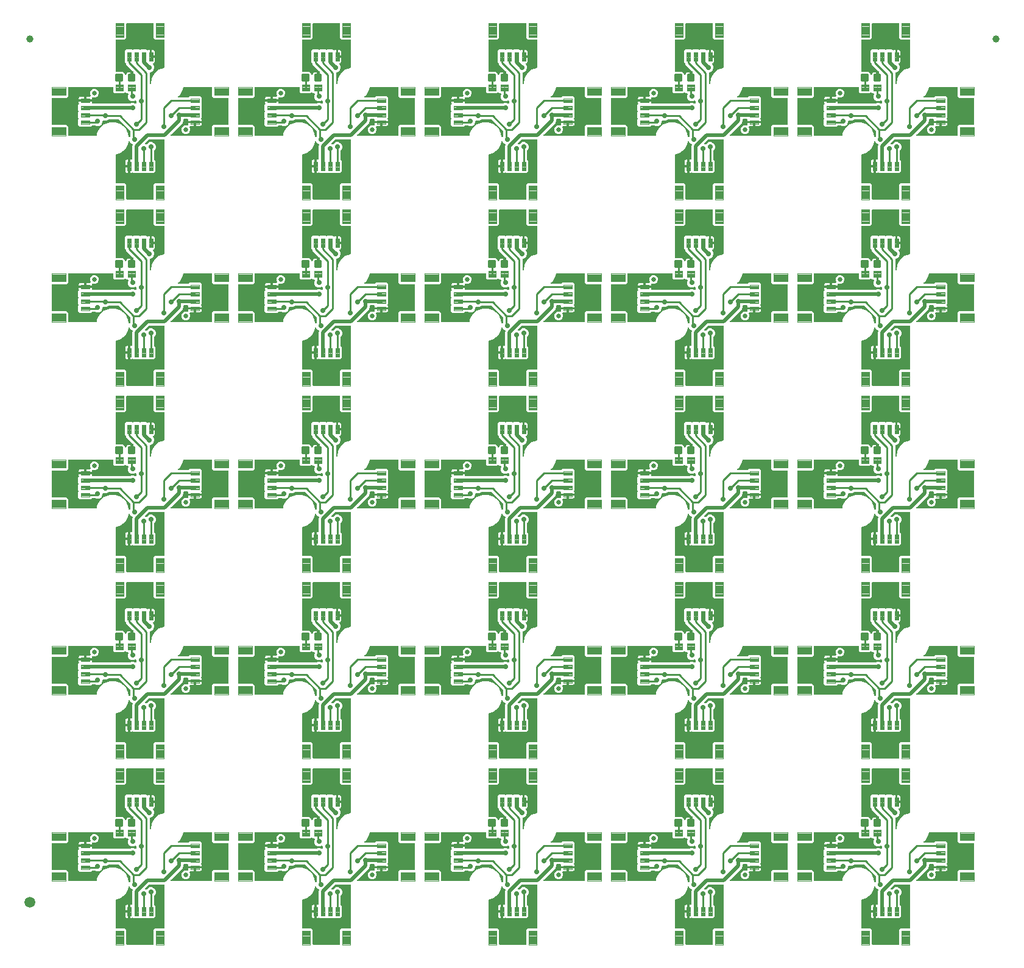
<source format=gtl>
G04 EAGLE Gerber RS-274X export*
G75*
%MOMM*%
%FSLAX34Y34*%
%LPD*%
%INTop Copper*%
%IPPOS*%
%AMOC8*
5,1,8,0,0,1.08239X$1,22.5*%
G01*
%ADD10C,0.096000*%
%ADD11C,0.102000*%
%ADD12C,0.300000*%
%ADD13C,0.100000*%
%ADD14C,0.635000*%
%ADD15C,1.000000*%
%ADD16C,1.500000*%
%ADD17C,0.736600*%
%ADD18C,0.254000*%
%ADD19C,0.508000*%

G36*
X889592Y90951D02*
X889592Y90951D01*
X889594Y90951D01*
X889732Y90971D01*
X889870Y90991D01*
X889873Y90992D01*
X889876Y90993D01*
X890002Y91051D01*
X890129Y91108D01*
X890131Y91110D01*
X890134Y91111D01*
X890240Y91203D01*
X890346Y91293D01*
X890347Y91295D01*
X890349Y91297D01*
X890505Y91535D01*
X890513Y91559D01*
X890524Y91577D01*
X890599Y91758D01*
X890814Y91973D01*
X890866Y92043D01*
X890926Y92107D01*
X890952Y92156D01*
X890985Y92200D01*
X891016Y92282D01*
X891056Y92360D01*
X891064Y92408D01*
X891086Y92466D01*
X891098Y92614D01*
X891111Y92691D01*
X891111Y99311D01*
X891099Y99397D01*
X891096Y99485D01*
X891079Y99537D01*
X891071Y99592D01*
X891036Y99672D01*
X891009Y99755D01*
X890981Y99795D01*
X890955Y99852D01*
X890859Y99965D01*
X890814Y100029D01*
X890734Y100108D01*
X890734Y100109D01*
X874808Y116034D01*
X874739Y116086D01*
X874675Y116146D01*
X874625Y116172D01*
X874581Y116205D01*
X874500Y116236D01*
X874422Y116276D01*
X874374Y116284D01*
X874316Y116306D01*
X874168Y116318D01*
X874091Y116331D01*
X861602Y116331D01*
X861515Y116319D01*
X861428Y116316D01*
X861375Y116299D01*
X861320Y116291D01*
X861241Y116256D01*
X861157Y116229D01*
X861118Y116201D01*
X861061Y116175D01*
X860948Y116079D01*
X860884Y116034D01*
X859793Y114943D01*
X857319Y113918D01*
X854641Y113918D01*
X853575Y114360D01*
X853463Y114389D01*
X853354Y114423D01*
X853326Y114424D01*
X853299Y114431D01*
X853185Y114428D01*
X853070Y114431D01*
X853043Y114424D01*
X853015Y114423D01*
X852906Y114388D01*
X852795Y114359D01*
X852771Y114345D01*
X852744Y114336D01*
X852649Y114272D01*
X852550Y114214D01*
X852531Y114193D01*
X852508Y114178D01*
X852434Y114090D01*
X852356Y114006D01*
X852343Y113981D01*
X852325Y113960D01*
X852279Y113855D01*
X852226Y113753D01*
X852222Y113728D01*
X852210Y113701D01*
X852173Y113437D01*
X852171Y113422D01*
X852171Y111691D01*
X851146Y109217D01*
X849252Y107323D01*
X846778Y106298D01*
X844100Y106298D01*
X841626Y107323D01*
X841565Y107384D01*
X841495Y107436D01*
X841431Y107496D01*
X841382Y107522D01*
X841338Y107555D01*
X841256Y107586D01*
X841178Y107626D01*
X841131Y107634D01*
X841072Y107656D01*
X840924Y107668D01*
X840847Y107681D01*
X837905Y107681D01*
X837818Y107669D01*
X837731Y107666D01*
X837678Y107649D01*
X837623Y107641D01*
X837543Y107606D01*
X837460Y107579D01*
X837421Y107551D01*
X837364Y107525D01*
X837250Y107429D01*
X837187Y107384D01*
X835754Y105951D01*
X820326Y105951D01*
X818241Y108036D01*
X818241Y115964D01*
X818559Y116282D01*
X818594Y116329D01*
X818637Y116369D01*
X818680Y116442D01*
X818730Y116509D01*
X818751Y116564D01*
X818781Y116614D01*
X818801Y116696D01*
X818831Y116775D01*
X818836Y116833D01*
X818851Y116890D01*
X818848Y116974D01*
X818855Y117058D01*
X818843Y117116D01*
X818842Y117174D01*
X818816Y117254D01*
X818799Y117337D01*
X818772Y117389D01*
X818754Y117445D01*
X818714Y117501D01*
X818668Y117589D01*
X818599Y117662D01*
X818559Y117718D01*
X818241Y118036D01*
X818241Y125964D01*
X818559Y126282D01*
X818594Y126329D01*
X818637Y126369D01*
X818680Y126442D01*
X818730Y126509D01*
X818751Y126564D01*
X818781Y126614D01*
X818801Y126696D01*
X818831Y126775D01*
X818836Y126833D01*
X818851Y126890D01*
X818848Y126974D01*
X818855Y127058D01*
X818843Y127116D01*
X818842Y127174D01*
X818816Y127254D01*
X818799Y127337D01*
X818772Y127389D01*
X818754Y127445D01*
X818714Y127501D01*
X818668Y127589D01*
X818599Y127662D01*
X818559Y127718D01*
X818241Y128036D01*
X818241Y135964D01*
X819011Y136734D01*
X819052Y136788D01*
X819101Y136836D01*
X819137Y136902D01*
X819182Y136961D01*
X819206Y137025D01*
X819240Y137084D01*
X819257Y137157D01*
X819283Y137227D01*
X819289Y137295D01*
X819304Y137361D01*
X819301Y137436D01*
X819307Y137510D01*
X819293Y137577D01*
X819290Y137645D01*
X819268Y137704D01*
X819251Y137789D01*
X819199Y137890D01*
X819173Y137959D01*
X818957Y138332D01*
X818749Y139108D01*
X818749Y140501D01*
X827556Y140501D01*
X827614Y140509D01*
X827672Y140507D01*
X827754Y140529D01*
X827837Y140541D01*
X827891Y140564D01*
X827947Y140579D01*
X828020Y140622D01*
X828039Y140631D01*
X828085Y140600D01*
X828141Y140583D01*
X828193Y140556D01*
X828261Y140545D01*
X828356Y140515D01*
X828456Y140512D01*
X828524Y140501D01*
X837331Y140501D01*
X837331Y139108D01*
X837266Y138867D01*
X837260Y138818D01*
X837245Y138772D01*
X837243Y138678D01*
X837232Y138585D01*
X837239Y138536D01*
X837238Y138488D01*
X837262Y138397D01*
X837277Y138304D01*
X837298Y138260D01*
X837310Y138213D01*
X837358Y138132D01*
X837398Y138047D01*
X837430Y138010D01*
X837455Y137968D01*
X837524Y137904D01*
X837586Y137833D01*
X837627Y137807D01*
X837662Y137774D01*
X837746Y137731D01*
X837825Y137680D01*
X837872Y137666D01*
X837916Y137644D01*
X837989Y137632D01*
X838098Y137600D01*
X838185Y137599D01*
X838247Y137589D01*
X889648Y137589D01*
X889735Y137601D01*
X889823Y137604D01*
X889875Y137621D01*
X889930Y137629D01*
X890010Y137664D01*
X890093Y137691D01*
X890132Y137719D01*
X890189Y137745D01*
X890212Y137764D01*
X892741Y138812D01*
X895419Y138812D01*
X897909Y137780D01*
X897937Y137773D01*
X897963Y137760D01*
X898075Y137738D01*
X898184Y137709D01*
X898213Y137710D01*
X898242Y137705D01*
X898355Y137714D01*
X898468Y137718D01*
X898496Y137727D01*
X898526Y137729D01*
X898631Y137770D01*
X898739Y137804D01*
X898764Y137821D01*
X898791Y137831D01*
X898881Y137899D01*
X898975Y137963D01*
X898994Y137985D01*
X899018Y138003D01*
X899085Y138094D01*
X899158Y138180D01*
X899170Y138207D01*
X899188Y138230D01*
X899228Y138337D01*
X899274Y138440D01*
X899278Y138469D01*
X899288Y138496D01*
X899297Y138609D01*
X899313Y138721D01*
X899308Y138751D01*
X899311Y138780D01*
X899293Y138856D01*
X899272Y139003D01*
X899246Y139060D01*
X899235Y139107D01*
X899018Y139631D01*
X899018Y140941D01*
X899002Y141054D01*
X898992Y141169D01*
X898982Y141195D01*
X898978Y141222D01*
X898931Y141327D01*
X898890Y141434D01*
X898874Y141456D01*
X898862Y141482D01*
X898788Y141569D01*
X898719Y141661D01*
X898696Y141677D01*
X898679Y141699D01*
X898583Y141762D01*
X898491Y141831D01*
X898465Y141841D01*
X898442Y141856D01*
X898332Y141891D01*
X898225Y141931D01*
X898197Y141934D01*
X898171Y141942D01*
X898056Y141945D01*
X897942Y141954D01*
X897917Y141948D01*
X897887Y141949D01*
X897630Y141882D01*
X897614Y141879D01*
X895419Y140969D01*
X892741Y140969D01*
X890267Y141994D01*
X888373Y143888D01*
X887348Y146362D01*
X887348Y149040D01*
X887981Y150567D01*
X888010Y150679D01*
X888044Y150788D01*
X888045Y150816D01*
X888052Y150843D01*
X888049Y150957D01*
X888052Y151072D01*
X888045Y151099D01*
X888044Y151127D01*
X888009Y151236D01*
X887980Y151347D01*
X887966Y151371D01*
X887957Y151398D01*
X887893Y151493D01*
X887835Y151592D01*
X887814Y151611D01*
X887799Y151634D01*
X887711Y151708D01*
X887627Y151786D01*
X887602Y151799D01*
X887581Y151817D01*
X887476Y151863D01*
X887374Y151916D01*
X887349Y151920D01*
X887321Y151932D01*
X887058Y151969D01*
X887043Y151971D01*
X885950Y151971D01*
X884638Y153283D01*
X884591Y153319D01*
X884551Y153361D01*
X884478Y153404D01*
X884411Y153454D01*
X884356Y153475D01*
X884306Y153505D01*
X884224Y153525D01*
X884145Y153556D01*
X884087Y153560D01*
X884030Y153575D01*
X883946Y153572D01*
X883862Y153579D01*
X883804Y153568D01*
X883746Y153566D01*
X883666Y153540D01*
X883583Y153523D01*
X883531Y153496D01*
X883475Y153478D01*
X883419Y153438D01*
X883331Y153392D01*
X883258Y153324D01*
X883202Y153283D01*
X881890Y151971D01*
X868950Y151971D01*
X866871Y154050D01*
X866871Y160020D01*
X866863Y160078D01*
X866865Y160136D01*
X866843Y160218D01*
X866831Y160302D01*
X866808Y160355D01*
X866793Y160411D01*
X866750Y160484D01*
X866715Y160561D01*
X866677Y160606D01*
X866648Y160656D01*
X866586Y160714D01*
X866532Y160778D01*
X866483Y160810D01*
X866440Y160850D01*
X866365Y160889D01*
X866295Y160936D01*
X866239Y160953D01*
X866187Y160980D01*
X866119Y160991D01*
X866024Y161021D01*
X865924Y161024D01*
X865856Y161035D01*
X805354Y161035D01*
X805296Y161027D01*
X805238Y161029D01*
X805156Y161007D01*
X805072Y160995D01*
X805019Y160972D01*
X804963Y160957D01*
X804890Y160914D01*
X804813Y160879D01*
X804768Y160841D01*
X804718Y160812D01*
X804660Y160750D01*
X804596Y160696D01*
X804564Y160647D01*
X804524Y160604D01*
X804485Y160529D01*
X804438Y160459D01*
X804421Y160403D01*
X804394Y160351D01*
X804383Y160283D01*
X804353Y160188D01*
X804350Y160088D01*
X804339Y160020D01*
X804339Y148018D01*
X802272Y145951D01*
X782320Y145951D01*
X782262Y145943D01*
X782204Y145945D01*
X782122Y145923D01*
X782038Y145911D01*
X781985Y145888D01*
X781929Y145873D01*
X781856Y145830D01*
X781779Y145795D01*
X781734Y145757D01*
X781684Y145728D01*
X781626Y145666D01*
X781562Y145612D01*
X781530Y145563D01*
X781490Y145520D01*
X781451Y145445D01*
X781404Y145375D01*
X781387Y145319D01*
X781360Y145267D01*
X781349Y145199D01*
X781319Y145104D01*
X781316Y145004D01*
X781305Y144936D01*
X781305Y109064D01*
X781313Y109006D01*
X781311Y108948D01*
X781333Y108866D01*
X781345Y108782D01*
X781368Y108729D01*
X781383Y108673D01*
X781426Y108600D01*
X781461Y108523D01*
X781499Y108478D01*
X781528Y108428D01*
X781590Y108370D01*
X781644Y108306D01*
X781693Y108274D01*
X781736Y108234D01*
X781811Y108195D01*
X781881Y108148D01*
X781937Y108131D01*
X781989Y108104D01*
X782057Y108093D01*
X782152Y108063D01*
X782252Y108060D01*
X782320Y108049D01*
X802272Y108049D01*
X804339Y105982D01*
X804339Y93980D01*
X804347Y93922D01*
X804345Y93864D01*
X804367Y93782D01*
X804379Y93698D01*
X804402Y93645D01*
X804417Y93589D01*
X804460Y93516D01*
X804495Y93439D01*
X804533Y93394D01*
X804562Y93344D01*
X804624Y93286D01*
X804678Y93222D01*
X804727Y93190D01*
X804770Y93150D01*
X804845Y93111D01*
X804915Y93064D01*
X804971Y93047D01*
X805023Y93020D01*
X805091Y93009D01*
X805186Y92979D01*
X805286Y92976D01*
X805354Y92965D01*
X843049Y92965D01*
X843160Y92980D01*
X843272Y92989D01*
X843301Y93000D01*
X843331Y93005D01*
X843433Y93050D01*
X843538Y93090D01*
X843562Y93108D01*
X843590Y93121D01*
X843676Y93193D01*
X843766Y93260D01*
X843784Y93285D01*
X843807Y93304D01*
X843869Y93398D01*
X843937Y93487D01*
X843946Y93513D01*
X843965Y93541D01*
X844038Y93772D01*
X844049Y93804D01*
X844569Y96751D01*
X848555Y103655D01*
X854662Y108780D01*
X862154Y111507D01*
X870126Y111507D01*
X877618Y108780D01*
X883725Y103656D01*
X887711Y96751D01*
X888586Y91789D01*
X888629Y91659D01*
X888672Y91524D01*
X888673Y91522D01*
X888674Y91519D01*
X888753Y91403D01*
X888830Y91288D01*
X888832Y91286D01*
X888834Y91284D01*
X888941Y91195D01*
X889048Y91105D01*
X889050Y91104D01*
X889052Y91102D01*
X889178Y91047D01*
X889307Y90989D01*
X889310Y90989D01*
X889313Y90988D01*
X889451Y90970D01*
X889589Y90951D01*
X889592Y90951D01*
G37*
G36*
X371432Y1127271D02*
X371432Y1127271D01*
X371434Y1127271D01*
X371572Y1127291D01*
X371710Y1127311D01*
X371713Y1127312D01*
X371716Y1127313D01*
X371842Y1127371D01*
X371969Y1127428D01*
X371971Y1127430D01*
X371974Y1127431D01*
X372080Y1127523D01*
X372186Y1127613D01*
X372187Y1127615D01*
X372189Y1127617D01*
X372345Y1127855D01*
X372353Y1127879D01*
X372364Y1127897D01*
X372439Y1128078D01*
X372654Y1128293D01*
X372706Y1128363D01*
X372766Y1128427D01*
X372792Y1128476D01*
X372825Y1128520D01*
X372856Y1128602D01*
X372896Y1128680D01*
X372904Y1128728D01*
X372926Y1128786D01*
X372938Y1128934D01*
X372951Y1129011D01*
X372951Y1135631D01*
X372939Y1135717D01*
X372936Y1135805D01*
X372919Y1135857D01*
X372911Y1135912D01*
X372876Y1135992D01*
X372849Y1136075D01*
X372821Y1136115D01*
X372795Y1136172D01*
X372699Y1136285D01*
X372654Y1136349D01*
X372574Y1136428D01*
X372574Y1136429D01*
X356648Y1152354D01*
X356579Y1152406D01*
X356515Y1152466D01*
X356465Y1152492D01*
X356421Y1152525D01*
X356340Y1152556D01*
X356262Y1152596D01*
X356214Y1152604D01*
X356156Y1152626D01*
X356008Y1152638D01*
X355931Y1152651D01*
X343442Y1152651D01*
X343355Y1152639D01*
X343268Y1152636D01*
X343215Y1152619D01*
X343160Y1152611D01*
X343081Y1152576D01*
X342997Y1152549D01*
X342958Y1152521D01*
X342901Y1152495D01*
X342788Y1152399D01*
X342724Y1152354D01*
X341633Y1151263D01*
X339159Y1150238D01*
X336481Y1150238D01*
X335415Y1150680D01*
X335303Y1150709D01*
X335194Y1150743D01*
X335166Y1150744D01*
X335139Y1150751D01*
X335025Y1150748D01*
X334910Y1150751D01*
X334883Y1150744D01*
X334855Y1150743D01*
X334746Y1150708D01*
X334635Y1150679D01*
X334611Y1150665D01*
X334584Y1150656D01*
X334489Y1150592D01*
X334390Y1150534D01*
X334371Y1150513D01*
X334348Y1150498D01*
X334274Y1150410D01*
X334196Y1150326D01*
X334183Y1150301D01*
X334165Y1150280D01*
X334119Y1150175D01*
X334066Y1150073D01*
X334062Y1150048D01*
X334050Y1150021D01*
X334013Y1149757D01*
X334011Y1149742D01*
X334011Y1148011D01*
X332986Y1145537D01*
X331092Y1143643D01*
X328618Y1142618D01*
X325940Y1142618D01*
X323466Y1143643D01*
X323405Y1143704D01*
X323335Y1143756D01*
X323271Y1143816D01*
X323222Y1143842D01*
X323178Y1143875D01*
X323096Y1143906D01*
X323018Y1143946D01*
X322971Y1143954D01*
X322912Y1143976D01*
X322764Y1143988D01*
X322687Y1144001D01*
X319745Y1144001D01*
X319658Y1143989D01*
X319571Y1143986D01*
X319518Y1143969D01*
X319463Y1143961D01*
X319383Y1143926D01*
X319300Y1143899D01*
X319261Y1143871D01*
X319204Y1143845D01*
X319090Y1143749D01*
X319027Y1143704D01*
X317594Y1142271D01*
X302166Y1142271D01*
X300081Y1144356D01*
X300081Y1152284D01*
X300399Y1152602D01*
X300434Y1152649D01*
X300477Y1152689D01*
X300520Y1152762D01*
X300570Y1152829D01*
X300591Y1152884D01*
X300621Y1152934D01*
X300641Y1153016D01*
X300671Y1153095D01*
X300676Y1153153D01*
X300691Y1153210D01*
X300688Y1153294D01*
X300695Y1153378D01*
X300683Y1153436D01*
X300682Y1153494D01*
X300656Y1153574D01*
X300639Y1153657D01*
X300612Y1153709D01*
X300594Y1153765D01*
X300554Y1153821D01*
X300508Y1153909D01*
X300439Y1153982D01*
X300399Y1154038D01*
X300081Y1154356D01*
X300081Y1162284D01*
X300399Y1162602D01*
X300434Y1162649D01*
X300477Y1162689D01*
X300520Y1162762D01*
X300570Y1162829D01*
X300591Y1162884D01*
X300621Y1162934D01*
X300641Y1163016D01*
X300671Y1163095D01*
X300676Y1163153D01*
X300691Y1163210D01*
X300688Y1163294D01*
X300695Y1163378D01*
X300683Y1163436D01*
X300682Y1163494D01*
X300656Y1163574D01*
X300639Y1163657D01*
X300612Y1163709D01*
X300594Y1163765D01*
X300554Y1163821D01*
X300508Y1163909D01*
X300439Y1163982D01*
X300399Y1164038D01*
X300081Y1164356D01*
X300081Y1172284D01*
X300851Y1173054D01*
X300892Y1173108D01*
X300941Y1173156D01*
X300977Y1173222D01*
X301022Y1173281D01*
X301046Y1173345D01*
X301080Y1173404D01*
X301097Y1173477D01*
X301123Y1173547D01*
X301129Y1173615D01*
X301144Y1173681D01*
X301141Y1173756D01*
X301147Y1173830D01*
X301133Y1173897D01*
X301130Y1173965D01*
X301108Y1174024D01*
X301091Y1174109D01*
X301039Y1174210D01*
X301013Y1174279D01*
X300797Y1174652D01*
X300589Y1175428D01*
X300589Y1176821D01*
X309396Y1176821D01*
X309454Y1176829D01*
X309512Y1176827D01*
X309594Y1176849D01*
X309677Y1176861D01*
X309731Y1176884D01*
X309787Y1176899D01*
X309860Y1176942D01*
X309879Y1176951D01*
X309925Y1176920D01*
X309981Y1176903D01*
X310033Y1176876D01*
X310101Y1176865D01*
X310196Y1176835D01*
X310296Y1176832D01*
X310364Y1176821D01*
X319171Y1176821D01*
X319171Y1175428D01*
X319106Y1175187D01*
X319100Y1175138D01*
X319085Y1175092D01*
X319083Y1174998D01*
X319072Y1174905D01*
X319079Y1174856D01*
X319078Y1174808D01*
X319102Y1174717D01*
X319117Y1174624D01*
X319138Y1174580D01*
X319150Y1174533D01*
X319198Y1174452D01*
X319238Y1174367D01*
X319270Y1174330D01*
X319295Y1174288D01*
X319364Y1174224D01*
X319426Y1174153D01*
X319467Y1174127D01*
X319502Y1174094D01*
X319586Y1174051D01*
X319665Y1174000D01*
X319712Y1173986D01*
X319756Y1173964D01*
X319829Y1173952D01*
X319938Y1173920D01*
X320025Y1173919D01*
X320087Y1173909D01*
X371488Y1173909D01*
X371575Y1173921D01*
X371663Y1173924D01*
X371715Y1173941D01*
X371770Y1173949D01*
X371850Y1173984D01*
X371933Y1174011D01*
X371972Y1174039D01*
X372029Y1174065D01*
X372052Y1174084D01*
X374581Y1175132D01*
X377259Y1175132D01*
X379749Y1174100D01*
X379777Y1174093D01*
X379803Y1174080D01*
X379915Y1174058D01*
X380024Y1174029D01*
X380053Y1174030D01*
X380082Y1174025D01*
X380195Y1174034D01*
X380308Y1174038D01*
X380336Y1174047D01*
X380366Y1174049D01*
X380471Y1174090D01*
X380579Y1174124D01*
X380604Y1174141D01*
X380631Y1174151D01*
X380721Y1174219D01*
X380815Y1174283D01*
X380834Y1174305D01*
X380858Y1174323D01*
X380925Y1174414D01*
X380998Y1174500D01*
X381010Y1174527D01*
X381028Y1174550D01*
X381068Y1174657D01*
X381114Y1174760D01*
X381118Y1174789D01*
X381128Y1174816D01*
X381137Y1174929D01*
X381153Y1175041D01*
X381148Y1175071D01*
X381151Y1175100D01*
X381133Y1175176D01*
X381112Y1175323D01*
X381086Y1175380D01*
X381075Y1175427D01*
X380858Y1175951D01*
X380858Y1177261D01*
X380842Y1177374D01*
X380832Y1177489D01*
X380822Y1177515D01*
X380818Y1177542D01*
X380771Y1177647D01*
X380730Y1177754D01*
X380714Y1177776D01*
X380702Y1177802D01*
X380628Y1177889D01*
X380559Y1177981D01*
X380536Y1177997D01*
X380519Y1178019D01*
X380423Y1178082D01*
X380331Y1178151D01*
X380305Y1178161D01*
X380282Y1178176D01*
X380172Y1178211D01*
X380065Y1178251D01*
X380037Y1178254D01*
X380011Y1178262D01*
X379896Y1178265D01*
X379782Y1178274D01*
X379757Y1178268D01*
X379727Y1178269D01*
X379470Y1178202D01*
X379454Y1178199D01*
X377259Y1177289D01*
X374581Y1177289D01*
X372107Y1178314D01*
X370213Y1180208D01*
X369188Y1182682D01*
X369188Y1185360D01*
X369821Y1186887D01*
X369850Y1186999D01*
X369884Y1187108D01*
X369885Y1187136D01*
X369892Y1187163D01*
X369889Y1187277D01*
X369892Y1187392D01*
X369885Y1187419D01*
X369884Y1187447D01*
X369849Y1187556D01*
X369820Y1187667D01*
X369806Y1187691D01*
X369797Y1187718D01*
X369733Y1187813D01*
X369675Y1187912D01*
X369654Y1187931D01*
X369639Y1187954D01*
X369551Y1188028D01*
X369467Y1188106D01*
X369442Y1188119D01*
X369421Y1188137D01*
X369316Y1188183D01*
X369214Y1188236D01*
X369189Y1188240D01*
X369161Y1188252D01*
X368898Y1188289D01*
X368883Y1188291D01*
X367790Y1188291D01*
X366478Y1189603D01*
X366431Y1189639D01*
X366391Y1189681D01*
X366318Y1189724D01*
X366251Y1189774D01*
X366196Y1189795D01*
X366146Y1189825D01*
X366064Y1189845D01*
X365985Y1189876D01*
X365927Y1189880D01*
X365870Y1189895D01*
X365786Y1189892D01*
X365702Y1189899D01*
X365644Y1189888D01*
X365586Y1189886D01*
X365506Y1189860D01*
X365423Y1189843D01*
X365371Y1189816D01*
X365315Y1189798D01*
X365259Y1189758D01*
X365171Y1189712D01*
X365098Y1189644D01*
X365042Y1189603D01*
X363730Y1188291D01*
X350790Y1188291D01*
X348711Y1190370D01*
X348711Y1196340D01*
X348703Y1196398D01*
X348705Y1196456D01*
X348683Y1196538D01*
X348671Y1196622D01*
X348648Y1196675D01*
X348633Y1196731D01*
X348590Y1196804D01*
X348555Y1196881D01*
X348517Y1196926D01*
X348488Y1196976D01*
X348426Y1197034D01*
X348372Y1197098D01*
X348323Y1197130D01*
X348280Y1197170D01*
X348205Y1197209D01*
X348135Y1197256D01*
X348079Y1197273D01*
X348027Y1197300D01*
X347959Y1197311D01*
X347864Y1197341D01*
X347764Y1197344D01*
X347696Y1197355D01*
X287194Y1197355D01*
X287136Y1197347D01*
X287078Y1197349D01*
X286996Y1197327D01*
X286912Y1197315D01*
X286859Y1197292D01*
X286803Y1197277D01*
X286730Y1197234D01*
X286653Y1197199D01*
X286608Y1197161D01*
X286558Y1197132D01*
X286500Y1197070D01*
X286436Y1197016D01*
X286404Y1196967D01*
X286364Y1196924D01*
X286325Y1196849D01*
X286278Y1196779D01*
X286261Y1196723D01*
X286234Y1196671D01*
X286223Y1196603D01*
X286193Y1196508D01*
X286190Y1196408D01*
X286179Y1196340D01*
X286179Y1184338D01*
X284112Y1182271D01*
X264160Y1182271D01*
X264102Y1182263D01*
X264044Y1182265D01*
X263962Y1182243D01*
X263878Y1182231D01*
X263825Y1182208D01*
X263769Y1182193D01*
X263696Y1182150D01*
X263619Y1182115D01*
X263574Y1182077D01*
X263524Y1182048D01*
X263466Y1181986D01*
X263402Y1181932D01*
X263370Y1181883D01*
X263330Y1181840D01*
X263291Y1181765D01*
X263244Y1181695D01*
X263227Y1181639D01*
X263200Y1181587D01*
X263189Y1181519D01*
X263159Y1181424D01*
X263156Y1181324D01*
X263145Y1181256D01*
X263145Y1145384D01*
X263153Y1145326D01*
X263151Y1145268D01*
X263173Y1145186D01*
X263185Y1145102D01*
X263208Y1145049D01*
X263223Y1144993D01*
X263266Y1144920D01*
X263301Y1144843D01*
X263339Y1144798D01*
X263368Y1144748D01*
X263430Y1144690D01*
X263484Y1144626D01*
X263533Y1144594D01*
X263576Y1144554D01*
X263651Y1144515D01*
X263721Y1144468D01*
X263777Y1144451D01*
X263829Y1144424D01*
X263897Y1144413D01*
X263992Y1144383D01*
X264092Y1144380D01*
X264160Y1144369D01*
X284112Y1144369D01*
X286179Y1142302D01*
X286179Y1130300D01*
X286187Y1130242D01*
X286185Y1130184D01*
X286207Y1130102D01*
X286219Y1130018D01*
X286242Y1129965D01*
X286257Y1129909D01*
X286300Y1129836D01*
X286335Y1129759D01*
X286373Y1129714D01*
X286402Y1129664D01*
X286464Y1129606D01*
X286518Y1129542D01*
X286567Y1129510D01*
X286610Y1129470D01*
X286685Y1129431D01*
X286755Y1129384D01*
X286811Y1129367D01*
X286863Y1129340D01*
X286931Y1129329D01*
X287026Y1129299D01*
X287126Y1129296D01*
X287194Y1129285D01*
X324889Y1129285D01*
X325000Y1129300D01*
X325112Y1129309D01*
X325141Y1129320D01*
X325171Y1129325D01*
X325273Y1129370D01*
X325378Y1129410D01*
X325402Y1129428D01*
X325430Y1129441D01*
X325516Y1129513D01*
X325606Y1129580D01*
X325624Y1129605D01*
X325647Y1129624D01*
X325709Y1129718D01*
X325777Y1129807D01*
X325786Y1129833D01*
X325805Y1129861D01*
X325878Y1130092D01*
X325889Y1130124D01*
X326409Y1133071D01*
X330395Y1139975D01*
X336502Y1145100D01*
X343994Y1147827D01*
X351966Y1147827D01*
X359458Y1145100D01*
X365565Y1139976D01*
X369551Y1133071D01*
X370426Y1128109D01*
X370469Y1127979D01*
X370512Y1127844D01*
X370513Y1127842D01*
X370514Y1127839D01*
X370593Y1127723D01*
X370670Y1127608D01*
X370672Y1127606D01*
X370674Y1127604D01*
X370781Y1127515D01*
X370888Y1127425D01*
X370890Y1127424D01*
X370892Y1127422D01*
X371018Y1127367D01*
X371147Y1127309D01*
X371150Y1127309D01*
X371153Y1127308D01*
X371291Y1127290D01*
X371429Y1127271D01*
X371432Y1127271D01*
G37*
G36*
X112352Y350031D02*
X112352Y350031D01*
X112354Y350031D01*
X112491Y350051D01*
X112630Y350071D01*
X112633Y350072D01*
X112636Y350073D01*
X112760Y350130D01*
X112889Y350188D01*
X112891Y350190D01*
X112894Y350191D01*
X112999Y350282D01*
X113106Y350373D01*
X113107Y350375D01*
X113109Y350377D01*
X113265Y350615D01*
X113273Y350639D01*
X113284Y350657D01*
X113359Y350838D01*
X113574Y351053D01*
X113626Y351123D01*
X113686Y351187D01*
X113712Y351236D01*
X113745Y351280D01*
X113776Y351362D01*
X113816Y351440D01*
X113824Y351487D01*
X113846Y351546D01*
X113858Y351694D01*
X113871Y351771D01*
X113871Y358391D01*
X113859Y358477D01*
X113856Y358565D01*
X113839Y358617D01*
X113831Y358672D01*
X113796Y358752D01*
X113769Y358835D01*
X113741Y358874D01*
X113715Y358931D01*
X113619Y359045D01*
X113574Y359108D01*
X97568Y375114D01*
X97499Y375166D01*
X97435Y375226D01*
X97385Y375252D01*
X97341Y375285D01*
X97260Y375316D01*
X97182Y375356D01*
X97134Y375364D01*
X97076Y375386D01*
X96928Y375398D01*
X96851Y375411D01*
X84362Y375411D01*
X84275Y375399D01*
X84188Y375396D01*
X84135Y375379D01*
X84080Y375371D01*
X84001Y375336D01*
X83917Y375309D01*
X83878Y375281D01*
X83821Y375255D01*
X83708Y375159D01*
X83644Y375114D01*
X82553Y374023D01*
X80079Y372998D01*
X77401Y372998D01*
X76335Y373440D01*
X76223Y373469D01*
X76114Y373503D01*
X76086Y373504D01*
X76059Y373511D01*
X75945Y373508D01*
X75830Y373511D01*
X75803Y373504D01*
X75775Y373503D01*
X75666Y373468D01*
X75555Y373439D01*
X75531Y373425D01*
X75504Y373416D01*
X75409Y373352D01*
X75310Y373294D01*
X75291Y373273D01*
X75268Y373258D01*
X75194Y373170D01*
X75116Y373086D01*
X75103Y373061D01*
X75085Y373040D01*
X75039Y372935D01*
X74986Y372833D01*
X74982Y372808D01*
X74970Y372781D01*
X74933Y372517D01*
X74931Y372502D01*
X74931Y370771D01*
X73906Y368297D01*
X72012Y366403D01*
X69538Y365378D01*
X66860Y365378D01*
X64386Y366403D01*
X64325Y366464D01*
X64255Y366516D01*
X64191Y366576D01*
X64142Y366602D01*
X64098Y366635D01*
X64016Y366666D01*
X63938Y366706D01*
X63891Y366714D01*
X63832Y366736D01*
X63684Y366748D01*
X63607Y366761D01*
X60665Y366761D01*
X60578Y366749D01*
X60491Y366746D01*
X60438Y366729D01*
X60383Y366721D01*
X60303Y366686D01*
X60220Y366659D01*
X60181Y366631D01*
X60124Y366605D01*
X60011Y366509D01*
X59947Y366464D01*
X58514Y365031D01*
X43086Y365031D01*
X41001Y367116D01*
X41001Y375044D01*
X41319Y375362D01*
X41354Y375409D01*
X41397Y375449D01*
X41440Y375522D01*
X41490Y375589D01*
X41511Y375644D01*
X41541Y375694D01*
X41561Y375776D01*
X41591Y375855D01*
X41596Y375913D01*
X41611Y375970D01*
X41608Y376054D01*
X41615Y376138D01*
X41603Y376196D01*
X41602Y376254D01*
X41576Y376334D01*
X41559Y376417D01*
X41532Y376469D01*
X41514Y376525D01*
X41474Y376581D01*
X41428Y376669D01*
X41359Y376742D01*
X41319Y376798D01*
X41001Y377116D01*
X41001Y385044D01*
X41319Y385362D01*
X41354Y385409D01*
X41397Y385449D01*
X41440Y385522D01*
X41490Y385589D01*
X41511Y385644D01*
X41541Y385694D01*
X41561Y385776D01*
X41591Y385855D01*
X41596Y385913D01*
X41611Y385970D01*
X41608Y386054D01*
X41615Y386138D01*
X41603Y386196D01*
X41602Y386254D01*
X41576Y386334D01*
X41559Y386417D01*
X41532Y386469D01*
X41514Y386525D01*
X41474Y386581D01*
X41428Y386669D01*
X41359Y386742D01*
X41319Y386798D01*
X41001Y387116D01*
X41001Y395044D01*
X41771Y395814D01*
X41812Y395868D01*
X41861Y395916D01*
X41897Y395981D01*
X41942Y396041D01*
X41966Y396105D01*
X42000Y396164D01*
X42017Y396237D01*
X42043Y396307D01*
X42049Y396375D01*
X42064Y396441D01*
X42061Y396516D01*
X42067Y396590D01*
X42053Y396657D01*
X42050Y396725D01*
X42028Y396784D01*
X42011Y396869D01*
X41958Y396970D01*
X41933Y397040D01*
X41717Y397412D01*
X41509Y398188D01*
X41509Y399581D01*
X50316Y399581D01*
X50374Y399589D01*
X50432Y399587D01*
X50514Y399609D01*
X50597Y399621D01*
X50651Y399644D01*
X50707Y399659D01*
X50780Y399702D01*
X50799Y399711D01*
X50845Y399680D01*
X50901Y399663D01*
X50953Y399636D01*
X51021Y399625D01*
X51116Y399595D01*
X51216Y399592D01*
X51284Y399581D01*
X60091Y399581D01*
X60091Y398188D01*
X60026Y397947D01*
X60020Y397898D01*
X60005Y397852D01*
X60003Y397758D01*
X59992Y397665D01*
X59999Y397616D01*
X59998Y397568D01*
X60022Y397477D01*
X60037Y397384D01*
X60058Y397340D01*
X60070Y397293D01*
X60118Y397212D01*
X60158Y397127D01*
X60190Y397090D01*
X60215Y397048D01*
X60284Y396984D01*
X60346Y396913D01*
X60387Y396887D01*
X60422Y396854D01*
X60506Y396811D01*
X60585Y396760D01*
X60632Y396746D01*
X60676Y396724D01*
X60749Y396712D01*
X60858Y396680D01*
X60945Y396679D01*
X61007Y396669D01*
X112408Y396669D01*
X112495Y396681D01*
X112582Y396684D01*
X112635Y396701D01*
X112690Y396709D01*
X112769Y396744D01*
X112853Y396771D01*
X112892Y396799D01*
X112949Y396825D01*
X112972Y396844D01*
X115501Y397892D01*
X118179Y397892D01*
X120669Y396860D01*
X120697Y396853D01*
X120723Y396840D01*
X120835Y396818D01*
X120944Y396789D01*
X120973Y396790D01*
X121002Y396785D01*
X121115Y396794D01*
X121228Y396798D01*
X121256Y396807D01*
X121286Y396809D01*
X121391Y396850D01*
X121499Y396884D01*
X121524Y396901D01*
X121551Y396911D01*
X121641Y396979D01*
X121735Y397043D01*
X121754Y397065D01*
X121778Y397083D01*
X121845Y397174D01*
X121918Y397260D01*
X121930Y397287D01*
X121948Y397310D01*
X121988Y397417D01*
X122034Y397520D01*
X122038Y397549D01*
X122048Y397576D01*
X122057Y397689D01*
X122073Y397801D01*
X122068Y397831D01*
X122071Y397860D01*
X122053Y397936D01*
X122032Y398083D01*
X122006Y398140D01*
X121995Y398187D01*
X121778Y398711D01*
X121778Y400021D01*
X121762Y400134D01*
X121752Y400249D01*
X121742Y400275D01*
X121738Y400302D01*
X121691Y400407D01*
X121650Y400514D01*
X121634Y400536D01*
X121622Y400562D01*
X121548Y400649D01*
X121479Y400741D01*
X121456Y400757D01*
X121439Y400779D01*
X121343Y400842D01*
X121251Y400911D01*
X121225Y400921D01*
X121202Y400936D01*
X121092Y400971D01*
X120985Y401011D01*
X120957Y401014D01*
X120931Y401022D01*
X120816Y401025D01*
X120702Y401034D01*
X120677Y401028D01*
X120647Y401029D01*
X120390Y400962D01*
X120374Y400959D01*
X118179Y400049D01*
X115501Y400049D01*
X113027Y401074D01*
X111133Y402968D01*
X110108Y405442D01*
X110108Y408120D01*
X110741Y409647D01*
X110770Y409759D01*
X110804Y409868D01*
X110805Y409896D01*
X110812Y409923D01*
X110809Y410037D01*
X110812Y410152D01*
X110805Y410179D01*
X110804Y410207D01*
X110769Y410316D01*
X110740Y410427D01*
X110726Y410451D01*
X110717Y410478D01*
X110653Y410573D01*
X110595Y410672D01*
X110574Y410691D01*
X110559Y410714D01*
X110471Y410788D01*
X110387Y410866D01*
X110362Y410879D01*
X110341Y410897D01*
X110236Y410943D01*
X110134Y410996D01*
X110109Y411000D01*
X110081Y411012D01*
X109818Y411049D01*
X109803Y411051D01*
X108710Y411051D01*
X107398Y412363D01*
X107351Y412399D01*
X107311Y412441D01*
X107238Y412484D01*
X107171Y412534D01*
X107116Y412555D01*
X107066Y412585D01*
X106984Y412605D01*
X106905Y412636D01*
X106847Y412640D01*
X106790Y412655D01*
X106706Y412652D01*
X106622Y412659D01*
X106564Y412648D01*
X106506Y412646D01*
X106426Y412620D01*
X106343Y412603D01*
X106291Y412576D01*
X106235Y412558D01*
X106179Y412518D01*
X106091Y412472D01*
X106018Y412404D01*
X105962Y412363D01*
X104650Y411051D01*
X91710Y411051D01*
X89631Y413130D01*
X89631Y419100D01*
X89623Y419158D01*
X89625Y419216D01*
X89603Y419298D01*
X89591Y419382D01*
X89568Y419435D01*
X89553Y419491D01*
X89510Y419564D01*
X89475Y419641D01*
X89437Y419686D01*
X89408Y419736D01*
X89346Y419794D01*
X89292Y419858D01*
X89243Y419890D01*
X89200Y419930D01*
X89125Y419969D01*
X89055Y420016D01*
X88999Y420033D01*
X88947Y420060D01*
X88879Y420071D01*
X88784Y420101D01*
X88684Y420104D01*
X88616Y420115D01*
X28114Y420115D01*
X28056Y420107D01*
X27998Y420109D01*
X27916Y420087D01*
X27832Y420075D01*
X27779Y420052D01*
X27723Y420037D01*
X27650Y419994D01*
X27573Y419959D01*
X27528Y419921D01*
X27478Y419892D01*
X27420Y419830D01*
X27356Y419776D01*
X27324Y419727D01*
X27284Y419684D01*
X27245Y419609D01*
X27198Y419539D01*
X27181Y419483D01*
X27154Y419431D01*
X27143Y419363D01*
X27113Y419268D01*
X27110Y419168D01*
X27099Y419100D01*
X27099Y407098D01*
X25032Y405031D01*
X5080Y405031D01*
X5022Y405023D01*
X4964Y405025D01*
X4882Y405003D01*
X4798Y404991D01*
X4745Y404968D01*
X4689Y404953D01*
X4616Y404910D01*
X4539Y404875D01*
X4494Y404837D01*
X4444Y404808D01*
X4386Y404746D01*
X4322Y404692D01*
X4290Y404643D01*
X4250Y404600D01*
X4211Y404525D01*
X4164Y404455D01*
X4147Y404399D01*
X4120Y404347D01*
X4109Y404279D01*
X4079Y404184D01*
X4076Y404084D01*
X4065Y404016D01*
X4065Y368144D01*
X4073Y368086D01*
X4071Y368028D01*
X4093Y367946D01*
X4105Y367862D01*
X4128Y367809D01*
X4143Y367753D01*
X4186Y367680D01*
X4221Y367603D01*
X4259Y367558D01*
X4288Y367508D01*
X4350Y367450D01*
X4404Y367386D01*
X4453Y367354D01*
X4496Y367314D01*
X4571Y367275D01*
X4641Y367228D01*
X4697Y367211D01*
X4749Y367184D01*
X4817Y367173D01*
X4912Y367143D01*
X5012Y367140D01*
X5080Y367129D01*
X25032Y367129D01*
X27099Y365062D01*
X27099Y353060D01*
X27107Y353002D01*
X27105Y352944D01*
X27127Y352862D01*
X27139Y352778D01*
X27162Y352725D01*
X27177Y352669D01*
X27220Y352596D01*
X27255Y352519D01*
X27293Y352474D01*
X27322Y352424D01*
X27384Y352366D01*
X27438Y352302D01*
X27487Y352270D01*
X27530Y352230D01*
X27605Y352191D01*
X27675Y352144D01*
X27731Y352127D01*
X27783Y352100D01*
X27851Y352089D01*
X27946Y352059D01*
X28046Y352056D01*
X28114Y352045D01*
X65809Y352045D01*
X65920Y352060D01*
X66032Y352069D01*
X66061Y352080D01*
X66091Y352085D01*
X66193Y352130D01*
X66298Y352170D01*
X66322Y352188D01*
X66350Y352201D01*
X66436Y352273D01*
X66526Y352340D01*
X66544Y352365D01*
X66567Y352384D01*
X66629Y352478D01*
X66697Y352567D01*
X66706Y352593D01*
X66725Y352621D01*
X66798Y352852D01*
X66809Y352884D01*
X67329Y355831D01*
X71315Y362735D01*
X77422Y367860D01*
X84914Y370587D01*
X92886Y370587D01*
X100378Y367860D01*
X106485Y362736D01*
X110471Y355831D01*
X111346Y350869D01*
X111389Y350738D01*
X111432Y350604D01*
X111433Y350602D01*
X111434Y350599D01*
X111513Y350482D01*
X111590Y350368D01*
X111592Y350366D01*
X111594Y350364D01*
X111701Y350275D01*
X111808Y350185D01*
X111810Y350184D01*
X111812Y350182D01*
X111940Y350126D01*
X112067Y350069D01*
X112070Y350069D01*
X112073Y350068D01*
X112211Y350050D01*
X112349Y350030D01*
X112352Y350031D01*
G37*
G36*
X889592Y1127271D02*
X889592Y1127271D01*
X889594Y1127271D01*
X889731Y1127291D01*
X889870Y1127311D01*
X889873Y1127312D01*
X889876Y1127313D01*
X890000Y1127370D01*
X890129Y1127428D01*
X890131Y1127430D01*
X890134Y1127431D01*
X890239Y1127522D01*
X890346Y1127613D01*
X890347Y1127615D01*
X890349Y1127617D01*
X890505Y1127855D01*
X890513Y1127879D01*
X890524Y1127897D01*
X890599Y1128078D01*
X890814Y1128293D01*
X890866Y1128363D01*
X890926Y1128427D01*
X890952Y1128476D01*
X890985Y1128520D01*
X891016Y1128602D01*
X891056Y1128680D01*
X891064Y1128727D01*
X891086Y1128786D01*
X891098Y1128934D01*
X891111Y1129011D01*
X891111Y1135631D01*
X891099Y1135717D01*
X891096Y1135805D01*
X891079Y1135857D01*
X891071Y1135912D01*
X891036Y1135992D01*
X891009Y1136075D01*
X890981Y1136114D01*
X890955Y1136171D01*
X890859Y1136285D01*
X890814Y1136348D01*
X874808Y1152354D01*
X874739Y1152406D01*
X874675Y1152466D01*
X874625Y1152492D01*
X874581Y1152525D01*
X874500Y1152556D01*
X874422Y1152596D01*
X874374Y1152604D01*
X874316Y1152626D01*
X874168Y1152638D01*
X874091Y1152651D01*
X861602Y1152651D01*
X861515Y1152639D01*
X861428Y1152636D01*
X861375Y1152619D01*
X861320Y1152611D01*
X861241Y1152576D01*
X861157Y1152549D01*
X861118Y1152521D01*
X861061Y1152495D01*
X860948Y1152399D01*
X860884Y1152354D01*
X859793Y1151263D01*
X857319Y1150238D01*
X854641Y1150238D01*
X853575Y1150680D01*
X853463Y1150709D01*
X853354Y1150743D01*
X853326Y1150744D01*
X853299Y1150751D01*
X853185Y1150748D01*
X853070Y1150751D01*
X853043Y1150744D01*
X853015Y1150743D01*
X852906Y1150708D01*
X852795Y1150679D01*
X852771Y1150665D01*
X852744Y1150656D01*
X852649Y1150592D01*
X852550Y1150534D01*
X852531Y1150513D01*
X852508Y1150498D01*
X852434Y1150410D01*
X852356Y1150326D01*
X852343Y1150301D01*
X852325Y1150280D01*
X852279Y1150175D01*
X852226Y1150073D01*
X852222Y1150048D01*
X852210Y1150021D01*
X852173Y1149757D01*
X852171Y1149742D01*
X852171Y1148011D01*
X851146Y1145537D01*
X849252Y1143643D01*
X846778Y1142618D01*
X844100Y1142618D01*
X841626Y1143643D01*
X841565Y1143704D01*
X841495Y1143756D01*
X841431Y1143816D01*
X841382Y1143842D01*
X841338Y1143875D01*
X841256Y1143906D01*
X841178Y1143946D01*
X841131Y1143954D01*
X841072Y1143976D01*
X840924Y1143988D01*
X840847Y1144001D01*
X837905Y1144001D01*
X837818Y1143989D01*
X837731Y1143986D01*
X837678Y1143969D01*
X837623Y1143961D01*
X837543Y1143926D01*
X837460Y1143899D01*
X837421Y1143871D01*
X837364Y1143845D01*
X837251Y1143749D01*
X837187Y1143704D01*
X835754Y1142271D01*
X820326Y1142271D01*
X818241Y1144356D01*
X818241Y1152284D01*
X818559Y1152602D01*
X818594Y1152649D01*
X818637Y1152689D01*
X818680Y1152762D01*
X818730Y1152829D01*
X818751Y1152884D01*
X818781Y1152934D01*
X818801Y1153016D01*
X818831Y1153095D01*
X818836Y1153153D01*
X818851Y1153210D01*
X818848Y1153294D01*
X818855Y1153378D01*
X818843Y1153436D01*
X818842Y1153494D01*
X818816Y1153574D01*
X818799Y1153657D01*
X818772Y1153709D01*
X818754Y1153765D01*
X818714Y1153821D01*
X818668Y1153909D01*
X818599Y1153982D01*
X818559Y1154038D01*
X818241Y1154356D01*
X818241Y1162284D01*
X818559Y1162602D01*
X818594Y1162649D01*
X818637Y1162689D01*
X818680Y1162762D01*
X818730Y1162829D01*
X818751Y1162884D01*
X818781Y1162934D01*
X818801Y1163016D01*
X818831Y1163095D01*
X818836Y1163153D01*
X818851Y1163210D01*
X818848Y1163294D01*
X818855Y1163378D01*
X818843Y1163436D01*
X818842Y1163494D01*
X818816Y1163574D01*
X818799Y1163657D01*
X818772Y1163709D01*
X818754Y1163765D01*
X818714Y1163821D01*
X818668Y1163909D01*
X818599Y1163982D01*
X818559Y1164038D01*
X818241Y1164356D01*
X818241Y1172284D01*
X819011Y1173054D01*
X819052Y1173108D01*
X819101Y1173156D01*
X819137Y1173221D01*
X819182Y1173281D01*
X819206Y1173345D01*
X819240Y1173404D01*
X819257Y1173477D01*
X819283Y1173547D01*
X819289Y1173615D01*
X819304Y1173681D01*
X819301Y1173756D01*
X819307Y1173830D01*
X819293Y1173897D01*
X819290Y1173965D01*
X819268Y1174024D01*
X819251Y1174109D01*
X819198Y1174210D01*
X819173Y1174280D01*
X818957Y1174652D01*
X818749Y1175428D01*
X818749Y1176821D01*
X827556Y1176821D01*
X827614Y1176829D01*
X827672Y1176827D01*
X827754Y1176849D01*
X827837Y1176861D01*
X827891Y1176884D01*
X827947Y1176899D01*
X828020Y1176942D01*
X828039Y1176951D01*
X828085Y1176920D01*
X828141Y1176903D01*
X828193Y1176876D01*
X828261Y1176865D01*
X828356Y1176835D01*
X828456Y1176832D01*
X828524Y1176821D01*
X837331Y1176821D01*
X837331Y1175428D01*
X837266Y1175187D01*
X837260Y1175138D01*
X837245Y1175092D01*
X837243Y1174998D01*
X837232Y1174905D01*
X837239Y1174856D01*
X837238Y1174808D01*
X837262Y1174717D01*
X837277Y1174624D01*
X837298Y1174580D01*
X837310Y1174533D01*
X837358Y1174452D01*
X837398Y1174367D01*
X837430Y1174330D01*
X837455Y1174288D01*
X837524Y1174224D01*
X837586Y1174153D01*
X837627Y1174127D01*
X837662Y1174094D01*
X837746Y1174051D01*
X837825Y1174000D01*
X837872Y1173986D01*
X837916Y1173964D01*
X837989Y1173952D01*
X838098Y1173920D01*
X838185Y1173919D01*
X838247Y1173909D01*
X889648Y1173909D01*
X889735Y1173921D01*
X889822Y1173924D01*
X889875Y1173941D01*
X889930Y1173949D01*
X890009Y1173984D01*
X890093Y1174011D01*
X890132Y1174039D01*
X890189Y1174065D01*
X890212Y1174084D01*
X892741Y1175132D01*
X895419Y1175132D01*
X897909Y1174100D01*
X897937Y1174093D01*
X897963Y1174080D01*
X898075Y1174058D01*
X898184Y1174029D01*
X898213Y1174030D01*
X898242Y1174025D01*
X898355Y1174034D01*
X898468Y1174038D01*
X898496Y1174047D01*
X898526Y1174049D01*
X898631Y1174090D01*
X898739Y1174124D01*
X898764Y1174141D01*
X898791Y1174151D01*
X898881Y1174219D01*
X898975Y1174283D01*
X898994Y1174305D01*
X899018Y1174323D01*
X899085Y1174414D01*
X899158Y1174500D01*
X899170Y1174527D01*
X899188Y1174550D01*
X899228Y1174657D01*
X899274Y1174760D01*
X899278Y1174789D01*
X899288Y1174816D01*
X899297Y1174929D01*
X899313Y1175041D01*
X899308Y1175071D01*
X899311Y1175100D01*
X899293Y1175176D01*
X899272Y1175323D01*
X899246Y1175380D01*
X899235Y1175427D01*
X899018Y1175951D01*
X899018Y1177261D01*
X899002Y1177374D01*
X898992Y1177489D01*
X898982Y1177515D01*
X898978Y1177542D01*
X898931Y1177647D01*
X898890Y1177754D01*
X898874Y1177776D01*
X898862Y1177802D01*
X898788Y1177889D01*
X898719Y1177981D01*
X898696Y1177997D01*
X898679Y1178019D01*
X898583Y1178082D01*
X898491Y1178151D01*
X898465Y1178161D01*
X898442Y1178176D01*
X898332Y1178211D01*
X898225Y1178251D01*
X898197Y1178254D01*
X898171Y1178262D01*
X898056Y1178265D01*
X897942Y1178274D01*
X897917Y1178268D01*
X897887Y1178269D01*
X897630Y1178202D01*
X897614Y1178199D01*
X895419Y1177289D01*
X892741Y1177289D01*
X890267Y1178314D01*
X888373Y1180208D01*
X887348Y1182682D01*
X887348Y1185360D01*
X887981Y1186887D01*
X888010Y1186999D01*
X888044Y1187108D01*
X888045Y1187136D01*
X888052Y1187163D01*
X888049Y1187277D01*
X888052Y1187392D01*
X888045Y1187419D01*
X888044Y1187447D01*
X888009Y1187556D01*
X887980Y1187667D01*
X887966Y1187691D01*
X887957Y1187718D01*
X887893Y1187813D01*
X887835Y1187912D01*
X887814Y1187931D01*
X887799Y1187954D01*
X887711Y1188028D01*
X887627Y1188106D01*
X887602Y1188119D01*
X887581Y1188137D01*
X887476Y1188183D01*
X887374Y1188236D01*
X887349Y1188240D01*
X887321Y1188252D01*
X887058Y1188289D01*
X887043Y1188291D01*
X885950Y1188291D01*
X884638Y1189603D01*
X884591Y1189639D01*
X884551Y1189681D01*
X884478Y1189724D01*
X884411Y1189774D01*
X884356Y1189795D01*
X884306Y1189825D01*
X884224Y1189845D01*
X884145Y1189876D01*
X884087Y1189880D01*
X884030Y1189895D01*
X883946Y1189892D01*
X883862Y1189899D01*
X883804Y1189888D01*
X883746Y1189886D01*
X883666Y1189860D01*
X883583Y1189843D01*
X883531Y1189816D01*
X883475Y1189798D01*
X883419Y1189758D01*
X883331Y1189712D01*
X883258Y1189644D01*
X883202Y1189603D01*
X881890Y1188291D01*
X868950Y1188291D01*
X866871Y1190370D01*
X866871Y1196340D01*
X866863Y1196398D01*
X866865Y1196456D01*
X866843Y1196538D01*
X866831Y1196622D01*
X866808Y1196675D01*
X866793Y1196731D01*
X866750Y1196804D01*
X866715Y1196881D01*
X866677Y1196926D01*
X866648Y1196976D01*
X866586Y1197034D01*
X866532Y1197098D01*
X866483Y1197130D01*
X866440Y1197170D01*
X866365Y1197209D01*
X866295Y1197256D01*
X866239Y1197273D01*
X866187Y1197300D01*
X866119Y1197311D01*
X866024Y1197341D01*
X865924Y1197344D01*
X865856Y1197355D01*
X805354Y1197355D01*
X805296Y1197347D01*
X805238Y1197349D01*
X805156Y1197327D01*
X805072Y1197315D01*
X805019Y1197292D01*
X804963Y1197277D01*
X804890Y1197234D01*
X804813Y1197199D01*
X804768Y1197161D01*
X804718Y1197132D01*
X804660Y1197070D01*
X804596Y1197016D01*
X804564Y1196967D01*
X804524Y1196924D01*
X804485Y1196849D01*
X804438Y1196779D01*
X804421Y1196723D01*
X804394Y1196671D01*
X804383Y1196603D01*
X804353Y1196508D01*
X804350Y1196408D01*
X804339Y1196340D01*
X804339Y1184338D01*
X802272Y1182271D01*
X782320Y1182271D01*
X782262Y1182263D01*
X782204Y1182265D01*
X782122Y1182243D01*
X782038Y1182231D01*
X781985Y1182208D01*
X781929Y1182193D01*
X781856Y1182150D01*
X781779Y1182115D01*
X781734Y1182077D01*
X781684Y1182048D01*
X781626Y1181986D01*
X781562Y1181932D01*
X781530Y1181883D01*
X781490Y1181840D01*
X781451Y1181765D01*
X781404Y1181695D01*
X781387Y1181639D01*
X781360Y1181587D01*
X781349Y1181519D01*
X781319Y1181424D01*
X781316Y1181324D01*
X781305Y1181256D01*
X781305Y1145384D01*
X781313Y1145326D01*
X781311Y1145268D01*
X781333Y1145186D01*
X781345Y1145102D01*
X781368Y1145049D01*
X781383Y1144993D01*
X781426Y1144920D01*
X781461Y1144843D01*
X781499Y1144798D01*
X781528Y1144748D01*
X781590Y1144690D01*
X781644Y1144626D01*
X781693Y1144594D01*
X781736Y1144554D01*
X781811Y1144515D01*
X781881Y1144468D01*
X781937Y1144451D01*
X781989Y1144424D01*
X782057Y1144413D01*
X782152Y1144383D01*
X782252Y1144380D01*
X782320Y1144369D01*
X802272Y1144369D01*
X804339Y1142302D01*
X804339Y1130300D01*
X804347Y1130242D01*
X804345Y1130184D01*
X804367Y1130102D01*
X804379Y1130018D01*
X804402Y1129965D01*
X804417Y1129909D01*
X804460Y1129836D01*
X804495Y1129759D01*
X804533Y1129714D01*
X804562Y1129664D01*
X804624Y1129606D01*
X804678Y1129542D01*
X804727Y1129510D01*
X804770Y1129470D01*
X804845Y1129431D01*
X804915Y1129384D01*
X804971Y1129367D01*
X805023Y1129340D01*
X805091Y1129329D01*
X805186Y1129299D01*
X805286Y1129296D01*
X805354Y1129285D01*
X843049Y1129285D01*
X843160Y1129300D01*
X843272Y1129309D01*
X843301Y1129320D01*
X843331Y1129325D01*
X843433Y1129370D01*
X843538Y1129410D01*
X843562Y1129428D01*
X843590Y1129441D01*
X843676Y1129513D01*
X843766Y1129580D01*
X843784Y1129605D01*
X843807Y1129624D01*
X843869Y1129718D01*
X843937Y1129807D01*
X843946Y1129833D01*
X843965Y1129861D01*
X844038Y1130092D01*
X844049Y1130124D01*
X844569Y1133071D01*
X848555Y1139975D01*
X854662Y1145100D01*
X862154Y1147827D01*
X870126Y1147827D01*
X877618Y1145100D01*
X883725Y1139976D01*
X887711Y1133071D01*
X888586Y1128109D01*
X888629Y1127978D01*
X888672Y1127844D01*
X888673Y1127842D01*
X888674Y1127839D01*
X888753Y1127722D01*
X888830Y1127608D01*
X888832Y1127606D01*
X888834Y1127604D01*
X888941Y1127515D01*
X889048Y1127425D01*
X889050Y1127424D01*
X889052Y1127422D01*
X889180Y1127366D01*
X889307Y1127309D01*
X889310Y1127309D01*
X889313Y1127308D01*
X889451Y1127290D01*
X889589Y1127270D01*
X889592Y1127271D01*
G37*
G36*
X1148672Y350031D02*
X1148672Y350031D01*
X1148674Y350031D01*
X1148812Y350051D01*
X1148950Y350071D01*
X1148953Y350072D01*
X1148956Y350073D01*
X1149082Y350131D01*
X1149209Y350188D01*
X1149211Y350190D01*
X1149214Y350191D01*
X1149320Y350283D01*
X1149426Y350373D01*
X1149427Y350375D01*
X1149429Y350377D01*
X1149585Y350615D01*
X1149593Y350639D01*
X1149604Y350657D01*
X1149679Y350838D01*
X1149894Y351053D01*
X1149946Y351123D01*
X1150006Y351187D01*
X1150032Y351236D01*
X1150065Y351280D01*
X1150096Y351362D01*
X1150136Y351440D01*
X1150144Y351488D01*
X1150166Y351546D01*
X1150178Y351694D01*
X1150191Y351771D01*
X1150191Y358391D01*
X1150179Y358477D01*
X1150176Y358565D01*
X1150159Y358617D01*
X1150151Y358672D01*
X1150116Y358752D01*
X1150089Y358835D01*
X1150061Y358874D01*
X1150035Y358931D01*
X1149939Y359045D01*
X1149894Y359108D01*
X1133888Y375114D01*
X1133819Y375166D01*
X1133755Y375226D01*
X1133705Y375252D01*
X1133661Y375285D01*
X1133580Y375316D01*
X1133502Y375356D01*
X1133454Y375364D01*
X1133396Y375386D01*
X1133248Y375398D01*
X1133171Y375411D01*
X1120682Y375411D01*
X1120595Y375399D01*
X1120508Y375396D01*
X1120455Y375379D01*
X1120400Y375371D01*
X1120321Y375336D01*
X1120237Y375309D01*
X1120198Y375281D01*
X1120141Y375255D01*
X1120028Y375159D01*
X1119964Y375114D01*
X1118873Y374023D01*
X1116399Y372998D01*
X1113721Y372998D01*
X1112655Y373440D01*
X1112543Y373469D01*
X1112434Y373503D01*
X1112406Y373504D01*
X1112379Y373511D01*
X1112265Y373508D01*
X1112150Y373511D01*
X1112123Y373504D01*
X1112095Y373503D01*
X1111986Y373468D01*
X1111875Y373439D01*
X1111851Y373425D01*
X1111824Y373416D01*
X1111729Y373352D01*
X1111630Y373294D01*
X1111611Y373273D01*
X1111588Y373258D01*
X1111514Y373170D01*
X1111436Y373086D01*
X1111423Y373061D01*
X1111405Y373040D01*
X1111359Y372935D01*
X1111306Y372833D01*
X1111302Y372808D01*
X1111290Y372781D01*
X1111253Y372517D01*
X1111251Y372502D01*
X1111251Y370771D01*
X1110226Y368297D01*
X1108332Y366403D01*
X1105858Y365378D01*
X1103180Y365378D01*
X1100706Y366403D01*
X1100645Y366464D01*
X1100575Y366516D01*
X1100511Y366576D01*
X1100462Y366602D01*
X1100418Y366635D01*
X1100336Y366666D01*
X1100258Y366706D01*
X1100211Y366714D01*
X1100152Y366736D01*
X1100004Y366748D01*
X1099927Y366761D01*
X1096985Y366761D01*
X1096898Y366749D01*
X1096811Y366746D01*
X1096758Y366729D01*
X1096703Y366721D01*
X1096623Y366686D01*
X1096540Y366659D01*
X1096501Y366631D01*
X1096444Y366605D01*
X1096331Y366509D01*
X1096267Y366464D01*
X1094834Y365031D01*
X1079406Y365031D01*
X1077321Y367116D01*
X1077321Y375044D01*
X1077639Y375362D01*
X1077674Y375409D01*
X1077717Y375449D01*
X1077760Y375522D01*
X1077810Y375589D01*
X1077831Y375644D01*
X1077861Y375694D01*
X1077881Y375776D01*
X1077911Y375855D01*
X1077916Y375913D01*
X1077931Y375970D01*
X1077928Y376054D01*
X1077935Y376138D01*
X1077923Y376196D01*
X1077922Y376254D01*
X1077896Y376334D01*
X1077879Y376417D01*
X1077852Y376469D01*
X1077834Y376525D01*
X1077794Y376581D01*
X1077748Y376669D01*
X1077679Y376742D01*
X1077639Y376798D01*
X1077321Y377116D01*
X1077321Y385044D01*
X1077639Y385362D01*
X1077674Y385409D01*
X1077717Y385449D01*
X1077760Y385522D01*
X1077810Y385589D01*
X1077831Y385644D01*
X1077861Y385694D01*
X1077881Y385776D01*
X1077911Y385855D01*
X1077916Y385913D01*
X1077931Y385970D01*
X1077928Y386054D01*
X1077935Y386138D01*
X1077923Y386196D01*
X1077922Y386254D01*
X1077896Y386334D01*
X1077879Y386417D01*
X1077852Y386469D01*
X1077834Y386525D01*
X1077794Y386581D01*
X1077748Y386669D01*
X1077679Y386742D01*
X1077639Y386798D01*
X1077321Y387116D01*
X1077321Y395044D01*
X1078091Y395814D01*
X1078132Y395868D01*
X1078181Y395916D01*
X1078217Y395981D01*
X1078262Y396041D01*
X1078286Y396105D01*
X1078320Y396164D01*
X1078337Y396237D01*
X1078363Y396307D01*
X1078369Y396375D01*
X1078384Y396441D01*
X1078381Y396516D01*
X1078387Y396590D01*
X1078373Y396657D01*
X1078370Y396725D01*
X1078348Y396784D01*
X1078331Y396869D01*
X1078278Y396970D01*
X1078253Y397040D01*
X1078037Y397412D01*
X1077829Y398188D01*
X1077829Y399581D01*
X1086636Y399581D01*
X1086694Y399589D01*
X1086752Y399587D01*
X1086834Y399609D01*
X1086917Y399621D01*
X1086971Y399644D01*
X1087027Y399659D01*
X1087100Y399702D01*
X1087119Y399711D01*
X1087165Y399680D01*
X1087221Y399663D01*
X1087273Y399636D01*
X1087341Y399625D01*
X1087436Y399595D01*
X1087536Y399592D01*
X1087604Y399581D01*
X1096411Y399581D01*
X1096411Y398188D01*
X1096346Y397947D01*
X1096340Y397898D01*
X1096325Y397852D01*
X1096323Y397758D01*
X1096312Y397665D01*
X1096319Y397616D01*
X1096318Y397568D01*
X1096342Y397477D01*
X1096357Y397384D01*
X1096378Y397340D01*
X1096390Y397293D01*
X1096438Y397212D01*
X1096478Y397127D01*
X1096510Y397090D01*
X1096535Y397048D01*
X1096604Y396984D01*
X1096666Y396913D01*
X1096707Y396887D01*
X1096742Y396854D01*
X1096826Y396811D01*
X1096905Y396760D01*
X1096952Y396746D01*
X1096996Y396724D01*
X1097069Y396712D01*
X1097178Y396680D01*
X1097265Y396679D01*
X1097327Y396669D01*
X1148728Y396669D01*
X1148815Y396681D01*
X1148902Y396684D01*
X1148955Y396701D01*
X1149010Y396709D01*
X1149089Y396744D01*
X1149173Y396771D01*
X1149212Y396799D01*
X1149269Y396825D01*
X1149292Y396844D01*
X1151821Y397892D01*
X1154499Y397892D01*
X1156989Y396860D01*
X1157017Y396853D01*
X1157043Y396840D01*
X1157155Y396818D01*
X1157264Y396789D01*
X1157293Y396790D01*
X1157322Y396785D01*
X1157435Y396794D01*
X1157548Y396798D01*
X1157576Y396807D01*
X1157606Y396809D01*
X1157711Y396850D01*
X1157819Y396884D01*
X1157844Y396901D01*
X1157871Y396911D01*
X1157961Y396979D01*
X1158055Y397043D01*
X1158074Y397065D01*
X1158098Y397083D01*
X1158165Y397174D01*
X1158238Y397260D01*
X1158250Y397287D01*
X1158268Y397310D01*
X1158308Y397417D01*
X1158354Y397520D01*
X1158358Y397549D01*
X1158368Y397576D01*
X1158377Y397689D01*
X1158393Y397801D01*
X1158388Y397831D01*
X1158391Y397860D01*
X1158373Y397936D01*
X1158352Y398083D01*
X1158326Y398140D01*
X1158315Y398187D01*
X1158098Y398711D01*
X1158098Y400021D01*
X1158082Y400134D01*
X1158072Y400249D01*
X1158062Y400275D01*
X1158058Y400302D01*
X1158011Y400407D01*
X1157970Y400514D01*
X1157954Y400536D01*
X1157942Y400562D01*
X1157868Y400649D01*
X1157799Y400741D01*
X1157776Y400757D01*
X1157759Y400779D01*
X1157663Y400842D01*
X1157571Y400911D01*
X1157545Y400921D01*
X1157522Y400936D01*
X1157412Y400971D01*
X1157305Y401011D01*
X1157277Y401014D01*
X1157251Y401022D01*
X1157136Y401025D01*
X1157022Y401034D01*
X1156997Y401028D01*
X1156967Y401029D01*
X1156710Y400962D01*
X1156694Y400959D01*
X1154499Y400049D01*
X1151821Y400049D01*
X1149347Y401074D01*
X1147453Y402968D01*
X1146428Y405442D01*
X1146428Y408120D01*
X1147061Y409647D01*
X1147090Y409759D01*
X1147124Y409868D01*
X1147125Y409896D01*
X1147132Y409923D01*
X1147129Y410037D01*
X1147132Y410152D01*
X1147125Y410179D01*
X1147124Y410207D01*
X1147089Y410316D01*
X1147060Y410427D01*
X1147046Y410451D01*
X1147037Y410478D01*
X1146973Y410573D01*
X1146915Y410672D01*
X1146894Y410691D01*
X1146879Y410714D01*
X1146791Y410788D01*
X1146707Y410866D01*
X1146682Y410879D01*
X1146661Y410897D01*
X1146556Y410943D01*
X1146454Y410996D01*
X1146429Y411000D01*
X1146401Y411012D01*
X1146138Y411049D01*
X1146123Y411051D01*
X1145030Y411051D01*
X1143718Y412363D01*
X1143671Y412399D01*
X1143631Y412441D01*
X1143558Y412484D01*
X1143491Y412534D01*
X1143436Y412555D01*
X1143386Y412585D01*
X1143304Y412605D01*
X1143225Y412636D01*
X1143167Y412640D01*
X1143110Y412655D01*
X1143026Y412652D01*
X1142942Y412659D01*
X1142884Y412648D01*
X1142826Y412646D01*
X1142746Y412620D01*
X1142663Y412603D01*
X1142611Y412576D01*
X1142555Y412558D01*
X1142499Y412518D01*
X1142411Y412472D01*
X1142338Y412404D01*
X1142282Y412363D01*
X1140970Y411051D01*
X1128030Y411051D01*
X1125951Y413130D01*
X1125951Y419100D01*
X1125943Y419158D01*
X1125945Y419216D01*
X1125923Y419298D01*
X1125911Y419382D01*
X1125888Y419435D01*
X1125873Y419491D01*
X1125830Y419564D01*
X1125795Y419641D01*
X1125757Y419686D01*
X1125728Y419736D01*
X1125666Y419794D01*
X1125612Y419858D01*
X1125563Y419890D01*
X1125520Y419930D01*
X1125445Y419969D01*
X1125375Y420016D01*
X1125319Y420033D01*
X1125267Y420060D01*
X1125199Y420071D01*
X1125104Y420101D01*
X1125004Y420104D01*
X1124936Y420115D01*
X1064434Y420115D01*
X1064376Y420107D01*
X1064318Y420109D01*
X1064236Y420087D01*
X1064152Y420075D01*
X1064099Y420052D01*
X1064043Y420037D01*
X1063970Y419994D01*
X1063893Y419959D01*
X1063848Y419921D01*
X1063798Y419892D01*
X1063740Y419830D01*
X1063676Y419776D01*
X1063644Y419727D01*
X1063604Y419684D01*
X1063565Y419609D01*
X1063518Y419539D01*
X1063501Y419483D01*
X1063474Y419431D01*
X1063463Y419363D01*
X1063433Y419268D01*
X1063430Y419168D01*
X1063419Y419100D01*
X1063419Y407098D01*
X1061352Y405031D01*
X1041400Y405031D01*
X1041342Y405023D01*
X1041284Y405025D01*
X1041202Y405003D01*
X1041118Y404991D01*
X1041065Y404968D01*
X1041009Y404953D01*
X1040936Y404910D01*
X1040859Y404875D01*
X1040814Y404837D01*
X1040764Y404808D01*
X1040706Y404746D01*
X1040642Y404692D01*
X1040610Y404643D01*
X1040570Y404600D01*
X1040531Y404525D01*
X1040484Y404455D01*
X1040467Y404399D01*
X1040440Y404347D01*
X1040429Y404279D01*
X1040399Y404184D01*
X1040396Y404084D01*
X1040385Y404016D01*
X1040385Y368144D01*
X1040393Y368086D01*
X1040391Y368028D01*
X1040413Y367946D01*
X1040425Y367862D01*
X1040448Y367809D01*
X1040463Y367753D01*
X1040506Y367680D01*
X1040541Y367603D01*
X1040579Y367558D01*
X1040608Y367508D01*
X1040670Y367450D01*
X1040724Y367386D01*
X1040773Y367354D01*
X1040816Y367314D01*
X1040891Y367275D01*
X1040961Y367228D01*
X1041017Y367211D01*
X1041069Y367184D01*
X1041137Y367173D01*
X1041232Y367143D01*
X1041332Y367140D01*
X1041400Y367129D01*
X1061352Y367129D01*
X1063419Y365062D01*
X1063419Y353060D01*
X1063427Y353002D01*
X1063425Y352944D01*
X1063447Y352862D01*
X1063459Y352778D01*
X1063482Y352725D01*
X1063497Y352669D01*
X1063540Y352596D01*
X1063575Y352519D01*
X1063613Y352474D01*
X1063642Y352424D01*
X1063704Y352366D01*
X1063758Y352302D01*
X1063807Y352270D01*
X1063850Y352230D01*
X1063925Y352191D01*
X1063995Y352144D01*
X1064051Y352127D01*
X1064103Y352100D01*
X1064171Y352089D01*
X1064266Y352059D01*
X1064366Y352056D01*
X1064434Y352045D01*
X1102129Y352045D01*
X1102240Y352060D01*
X1102352Y352069D01*
X1102381Y352080D01*
X1102411Y352085D01*
X1102513Y352130D01*
X1102618Y352170D01*
X1102642Y352188D01*
X1102670Y352201D01*
X1102756Y352273D01*
X1102846Y352340D01*
X1102864Y352365D01*
X1102887Y352384D01*
X1102949Y352478D01*
X1103017Y352567D01*
X1103026Y352593D01*
X1103045Y352621D01*
X1103118Y352852D01*
X1103129Y352884D01*
X1103649Y355831D01*
X1107635Y362736D01*
X1113742Y367860D01*
X1121234Y370587D01*
X1129206Y370587D01*
X1136698Y367860D01*
X1142805Y362736D01*
X1146791Y355831D01*
X1147666Y350869D01*
X1147709Y350739D01*
X1147752Y350604D01*
X1147753Y350602D01*
X1147754Y350599D01*
X1147833Y350483D01*
X1147910Y350368D01*
X1147912Y350366D01*
X1147914Y350364D01*
X1148021Y350275D01*
X1148128Y350185D01*
X1148130Y350184D01*
X1148132Y350182D01*
X1148258Y350127D01*
X1148387Y350069D01*
X1148390Y350069D01*
X1148393Y350068D01*
X1148531Y350050D01*
X1148669Y350031D01*
X1148672Y350031D01*
G37*
G36*
X112352Y90951D02*
X112352Y90951D01*
X112354Y90951D01*
X112492Y90971D01*
X112630Y90991D01*
X112633Y90992D01*
X112636Y90993D01*
X112762Y91051D01*
X112889Y91108D01*
X112891Y91110D01*
X112894Y91111D01*
X113000Y91203D01*
X113106Y91293D01*
X113107Y91295D01*
X113109Y91297D01*
X113265Y91535D01*
X113273Y91559D01*
X113284Y91577D01*
X113359Y91758D01*
X113574Y91973D01*
X113626Y92043D01*
X113686Y92107D01*
X113712Y92156D01*
X113745Y92200D01*
X113776Y92282D01*
X113816Y92360D01*
X113824Y92407D01*
X113846Y92466D01*
X113858Y92614D01*
X113871Y92691D01*
X113871Y99311D01*
X113859Y99397D01*
X113856Y99485D01*
X113839Y99537D01*
X113831Y99592D01*
X113796Y99672D01*
X113769Y99755D01*
X113741Y99794D01*
X113715Y99851D01*
X113619Y99965D01*
X113574Y100028D01*
X97568Y116034D01*
X97499Y116086D01*
X97435Y116146D01*
X97385Y116172D01*
X97341Y116205D01*
X97260Y116236D01*
X97182Y116276D01*
X97134Y116284D01*
X97076Y116306D01*
X96928Y116318D01*
X96851Y116331D01*
X84362Y116331D01*
X84275Y116319D01*
X84188Y116316D01*
X84135Y116299D01*
X84080Y116291D01*
X84001Y116256D01*
X83917Y116229D01*
X83878Y116201D01*
X83821Y116175D01*
X83708Y116079D01*
X83644Y116034D01*
X82553Y114943D01*
X80079Y113918D01*
X77401Y113918D01*
X76335Y114360D01*
X76223Y114389D01*
X76114Y114423D01*
X76086Y114424D01*
X76059Y114431D01*
X75945Y114428D01*
X75830Y114431D01*
X75803Y114424D01*
X75775Y114423D01*
X75666Y114388D01*
X75555Y114359D01*
X75531Y114345D01*
X75504Y114336D01*
X75409Y114272D01*
X75310Y114214D01*
X75291Y114193D01*
X75268Y114178D01*
X75194Y114090D01*
X75116Y114006D01*
X75103Y113981D01*
X75085Y113960D01*
X75039Y113855D01*
X74986Y113753D01*
X74982Y113728D01*
X74970Y113701D01*
X74933Y113437D01*
X74931Y113422D01*
X74931Y111691D01*
X73906Y109217D01*
X72012Y107323D01*
X69538Y106298D01*
X66860Y106298D01*
X64386Y107323D01*
X64325Y107384D01*
X64255Y107436D01*
X64191Y107496D01*
X64142Y107522D01*
X64098Y107555D01*
X64016Y107586D01*
X63938Y107626D01*
X63891Y107634D01*
X63832Y107656D01*
X63684Y107668D01*
X63607Y107681D01*
X60665Y107681D01*
X60578Y107669D01*
X60491Y107666D01*
X60438Y107649D01*
X60383Y107641D01*
X60303Y107606D01*
X60220Y107579D01*
X60181Y107551D01*
X60124Y107525D01*
X60010Y107429D01*
X59947Y107384D01*
X58514Y105951D01*
X43086Y105951D01*
X41001Y108036D01*
X41001Y115964D01*
X41319Y116282D01*
X41354Y116329D01*
X41397Y116369D01*
X41440Y116442D01*
X41490Y116509D01*
X41511Y116564D01*
X41541Y116614D01*
X41561Y116696D01*
X41591Y116775D01*
X41596Y116833D01*
X41611Y116890D01*
X41608Y116974D01*
X41615Y117058D01*
X41603Y117116D01*
X41602Y117174D01*
X41576Y117254D01*
X41559Y117337D01*
X41532Y117389D01*
X41514Y117445D01*
X41474Y117501D01*
X41428Y117589D01*
X41359Y117662D01*
X41319Y117718D01*
X41001Y118036D01*
X41001Y125964D01*
X41319Y126282D01*
X41354Y126329D01*
X41397Y126369D01*
X41440Y126442D01*
X41490Y126509D01*
X41511Y126564D01*
X41541Y126614D01*
X41561Y126696D01*
X41591Y126775D01*
X41596Y126833D01*
X41611Y126890D01*
X41608Y126974D01*
X41615Y127058D01*
X41603Y127116D01*
X41602Y127174D01*
X41576Y127254D01*
X41559Y127337D01*
X41532Y127389D01*
X41514Y127445D01*
X41474Y127501D01*
X41428Y127589D01*
X41359Y127662D01*
X41319Y127718D01*
X41001Y128036D01*
X41001Y135964D01*
X41771Y136734D01*
X41812Y136788D01*
X41861Y136836D01*
X41897Y136901D01*
X41942Y136961D01*
X41966Y137025D01*
X42000Y137084D01*
X42017Y137157D01*
X42043Y137227D01*
X42049Y137295D01*
X42064Y137361D01*
X42061Y137436D01*
X42067Y137510D01*
X42053Y137577D01*
X42050Y137645D01*
X42028Y137704D01*
X42011Y137789D01*
X41958Y137890D01*
X41933Y137960D01*
X41717Y138332D01*
X41509Y139108D01*
X41509Y140501D01*
X50316Y140501D01*
X50374Y140509D01*
X50432Y140507D01*
X50514Y140529D01*
X50597Y140541D01*
X50651Y140564D01*
X50707Y140579D01*
X50780Y140622D01*
X50799Y140631D01*
X50845Y140600D01*
X50901Y140583D01*
X50953Y140556D01*
X51021Y140545D01*
X51116Y140515D01*
X51216Y140512D01*
X51284Y140501D01*
X60091Y140501D01*
X60091Y139108D01*
X60026Y138867D01*
X60020Y138818D01*
X60005Y138772D01*
X60003Y138678D01*
X59992Y138585D01*
X59999Y138536D01*
X59998Y138488D01*
X60022Y138397D01*
X60037Y138304D01*
X60058Y138260D01*
X60070Y138213D01*
X60118Y138132D01*
X60158Y138047D01*
X60190Y138010D01*
X60215Y137968D01*
X60284Y137904D01*
X60346Y137833D01*
X60387Y137807D01*
X60422Y137774D01*
X60506Y137731D01*
X60585Y137680D01*
X60632Y137666D01*
X60676Y137644D01*
X60749Y137632D01*
X60858Y137600D01*
X60945Y137599D01*
X61007Y137589D01*
X112408Y137589D01*
X112495Y137601D01*
X112582Y137604D01*
X112635Y137621D01*
X112690Y137629D01*
X112769Y137664D01*
X112853Y137691D01*
X112892Y137719D01*
X112949Y137745D01*
X112972Y137764D01*
X115501Y138812D01*
X118179Y138812D01*
X120669Y137780D01*
X120697Y137773D01*
X120723Y137760D01*
X120835Y137738D01*
X120944Y137709D01*
X120973Y137710D01*
X121002Y137705D01*
X121115Y137714D01*
X121228Y137718D01*
X121256Y137727D01*
X121286Y137729D01*
X121391Y137770D01*
X121499Y137804D01*
X121524Y137821D01*
X121551Y137831D01*
X121641Y137899D01*
X121735Y137963D01*
X121754Y137985D01*
X121778Y138003D01*
X121845Y138094D01*
X121918Y138180D01*
X121930Y138207D01*
X121948Y138230D01*
X121988Y138337D01*
X122034Y138440D01*
X122038Y138469D01*
X122048Y138496D01*
X122057Y138609D01*
X122073Y138721D01*
X122068Y138751D01*
X122071Y138780D01*
X122053Y138856D01*
X122032Y139003D01*
X122006Y139060D01*
X121995Y139107D01*
X121778Y139631D01*
X121778Y140941D01*
X121762Y141054D01*
X121752Y141169D01*
X121742Y141195D01*
X121738Y141222D01*
X121691Y141327D01*
X121650Y141434D01*
X121634Y141456D01*
X121622Y141482D01*
X121548Y141569D01*
X121479Y141661D01*
X121456Y141677D01*
X121439Y141699D01*
X121343Y141762D01*
X121251Y141831D01*
X121225Y141841D01*
X121202Y141856D01*
X121092Y141891D01*
X120985Y141931D01*
X120957Y141934D01*
X120931Y141942D01*
X120816Y141945D01*
X120702Y141954D01*
X120677Y141948D01*
X120647Y141949D01*
X120390Y141882D01*
X120374Y141879D01*
X118179Y140969D01*
X115501Y140969D01*
X113027Y141994D01*
X111133Y143888D01*
X110108Y146362D01*
X110108Y149040D01*
X110741Y150567D01*
X110770Y150679D01*
X110804Y150788D01*
X110805Y150816D01*
X110812Y150843D01*
X110809Y150957D01*
X110812Y151072D01*
X110805Y151099D01*
X110804Y151127D01*
X110769Y151236D01*
X110740Y151347D01*
X110726Y151371D01*
X110717Y151398D01*
X110653Y151493D01*
X110595Y151592D01*
X110574Y151611D01*
X110559Y151634D01*
X110471Y151708D01*
X110387Y151786D01*
X110362Y151799D01*
X110341Y151817D01*
X110236Y151863D01*
X110134Y151916D01*
X110109Y151920D01*
X110081Y151932D01*
X109818Y151969D01*
X109803Y151971D01*
X108710Y151971D01*
X107398Y153283D01*
X107351Y153319D01*
X107311Y153361D01*
X107238Y153404D01*
X107171Y153454D01*
X107116Y153475D01*
X107066Y153505D01*
X106984Y153525D01*
X106905Y153556D01*
X106847Y153560D01*
X106790Y153575D01*
X106706Y153572D01*
X106622Y153579D01*
X106564Y153568D01*
X106506Y153566D01*
X106426Y153540D01*
X106343Y153523D01*
X106291Y153496D01*
X106235Y153478D01*
X106179Y153438D01*
X106091Y153392D01*
X106018Y153324D01*
X105962Y153283D01*
X104650Y151971D01*
X91710Y151971D01*
X89631Y154050D01*
X89631Y160020D01*
X89623Y160078D01*
X89625Y160136D01*
X89603Y160218D01*
X89591Y160302D01*
X89568Y160355D01*
X89553Y160411D01*
X89510Y160484D01*
X89475Y160561D01*
X89437Y160606D01*
X89408Y160656D01*
X89346Y160714D01*
X89292Y160778D01*
X89243Y160810D01*
X89200Y160850D01*
X89125Y160889D01*
X89055Y160936D01*
X88999Y160953D01*
X88947Y160980D01*
X88879Y160991D01*
X88784Y161021D01*
X88684Y161024D01*
X88616Y161035D01*
X28114Y161035D01*
X28056Y161027D01*
X27998Y161029D01*
X27916Y161007D01*
X27832Y160995D01*
X27779Y160972D01*
X27723Y160957D01*
X27650Y160914D01*
X27573Y160879D01*
X27528Y160841D01*
X27478Y160812D01*
X27420Y160750D01*
X27356Y160696D01*
X27324Y160647D01*
X27284Y160604D01*
X27245Y160529D01*
X27198Y160459D01*
X27181Y160403D01*
X27154Y160351D01*
X27143Y160283D01*
X27113Y160188D01*
X27110Y160088D01*
X27099Y160020D01*
X27099Y148018D01*
X25032Y145951D01*
X5080Y145951D01*
X5022Y145943D01*
X4964Y145945D01*
X4882Y145923D01*
X4798Y145911D01*
X4745Y145888D01*
X4689Y145873D01*
X4616Y145830D01*
X4539Y145795D01*
X4494Y145757D01*
X4444Y145728D01*
X4386Y145666D01*
X4322Y145612D01*
X4290Y145563D01*
X4250Y145520D01*
X4211Y145445D01*
X4164Y145375D01*
X4147Y145319D01*
X4120Y145267D01*
X4109Y145199D01*
X4079Y145104D01*
X4076Y145004D01*
X4065Y144936D01*
X4065Y109064D01*
X4073Y109006D01*
X4071Y108948D01*
X4093Y108866D01*
X4105Y108782D01*
X4128Y108729D01*
X4143Y108673D01*
X4186Y108600D01*
X4221Y108523D01*
X4259Y108478D01*
X4288Y108428D01*
X4350Y108370D01*
X4404Y108306D01*
X4453Y108274D01*
X4496Y108234D01*
X4571Y108195D01*
X4641Y108148D01*
X4697Y108131D01*
X4749Y108104D01*
X4817Y108093D01*
X4912Y108063D01*
X5012Y108060D01*
X5080Y108049D01*
X25032Y108049D01*
X27099Y105982D01*
X27099Y93980D01*
X27107Y93922D01*
X27105Y93864D01*
X27127Y93782D01*
X27139Y93698D01*
X27162Y93645D01*
X27177Y93589D01*
X27220Y93516D01*
X27255Y93439D01*
X27293Y93394D01*
X27322Y93344D01*
X27384Y93286D01*
X27438Y93222D01*
X27487Y93190D01*
X27530Y93150D01*
X27605Y93111D01*
X27675Y93064D01*
X27731Y93047D01*
X27783Y93020D01*
X27851Y93009D01*
X27946Y92979D01*
X28046Y92976D01*
X28114Y92965D01*
X65809Y92965D01*
X65920Y92980D01*
X66032Y92989D01*
X66061Y93000D01*
X66091Y93005D01*
X66193Y93050D01*
X66298Y93090D01*
X66322Y93108D01*
X66350Y93121D01*
X66436Y93193D01*
X66526Y93260D01*
X66544Y93285D01*
X66567Y93304D01*
X66629Y93398D01*
X66697Y93487D01*
X66706Y93513D01*
X66725Y93541D01*
X66798Y93772D01*
X66809Y93804D01*
X67329Y96751D01*
X71315Y103656D01*
X77422Y108780D01*
X84914Y111507D01*
X92886Y111507D01*
X100378Y108780D01*
X106485Y103656D01*
X110471Y96751D01*
X111346Y91789D01*
X111389Y91659D01*
X111432Y91524D01*
X111433Y91522D01*
X111434Y91519D01*
X111513Y91403D01*
X111590Y91288D01*
X111592Y91286D01*
X111594Y91284D01*
X111701Y91195D01*
X111808Y91105D01*
X111810Y91104D01*
X111812Y91102D01*
X111938Y91047D01*
X112067Y90989D01*
X112070Y90989D01*
X112073Y90988D01*
X112211Y90970D01*
X112349Y90951D01*
X112352Y90951D01*
G37*
G36*
X889592Y868191D02*
X889592Y868191D01*
X889594Y868191D01*
X889732Y868211D01*
X889870Y868231D01*
X889873Y868232D01*
X889876Y868233D01*
X890002Y868291D01*
X890129Y868348D01*
X890131Y868350D01*
X890134Y868351D01*
X890240Y868443D01*
X890346Y868533D01*
X890347Y868535D01*
X890349Y868537D01*
X890505Y868775D01*
X890513Y868799D01*
X890524Y868817D01*
X890599Y868998D01*
X890814Y869213D01*
X890866Y869283D01*
X890926Y869347D01*
X890952Y869396D01*
X890985Y869440D01*
X891016Y869522D01*
X891056Y869600D01*
X891064Y869647D01*
X891086Y869706D01*
X891098Y869854D01*
X891111Y869931D01*
X891111Y876551D01*
X891099Y876637D01*
X891096Y876725D01*
X891079Y876777D01*
X891071Y876832D01*
X891036Y876912D01*
X891009Y876995D01*
X890981Y877034D01*
X890955Y877091D01*
X890859Y877205D01*
X890814Y877268D01*
X874808Y893274D01*
X874739Y893326D01*
X874675Y893386D01*
X874625Y893412D01*
X874581Y893445D01*
X874500Y893476D01*
X874422Y893516D01*
X874374Y893524D01*
X874316Y893546D01*
X874168Y893558D01*
X874091Y893571D01*
X861602Y893571D01*
X861515Y893559D01*
X861428Y893556D01*
X861375Y893539D01*
X861320Y893531D01*
X861241Y893496D01*
X861157Y893469D01*
X861118Y893441D01*
X861061Y893415D01*
X860948Y893319D01*
X860884Y893274D01*
X859793Y892183D01*
X857319Y891158D01*
X854641Y891158D01*
X853575Y891600D01*
X853463Y891629D01*
X853354Y891663D01*
X853326Y891664D01*
X853299Y891671D01*
X853185Y891668D01*
X853070Y891671D01*
X853043Y891664D01*
X853015Y891663D01*
X852906Y891628D01*
X852795Y891599D01*
X852771Y891585D01*
X852744Y891576D01*
X852649Y891512D01*
X852550Y891454D01*
X852531Y891433D01*
X852508Y891418D01*
X852434Y891330D01*
X852356Y891246D01*
X852343Y891221D01*
X852325Y891200D01*
X852279Y891095D01*
X852226Y890993D01*
X852222Y890968D01*
X852210Y890941D01*
X852173Y890677D01*
X852171Y890662D01*
X852171Y888931D01*
X851146Y886457D01*
X849252Y884563D01*
X846778Y883538D01*
X844100Y883538D01*
X841626Y884563D01*
X841565Y884624D01*
X841495Y884676D01*
X841431Y884736D01*
X841382Y884762D01*
X841338Y884795D01*
X841256Y884826D01*
X841178Y884866D01*
X841131Y884874D01*
X841072Y884896D01*
X840924Y884908D01*
X840847Y884921D01*
X837905Y884921D01*
X837818Y884909D01*
X837731Y884906D01*
X837678Y884889D01*
X837623Y884881D01*
X837543Y884846D01*
X837460Y884819D01*
X837421Y884791D01*
X837364Y884765D01*
X837250Y884669D01*
X837187Y884624D01*
X835754Y883191D01*
X820326Y883191D01*
X818241Y885276D01*
X818241Y893204D01*
X818559Y893522D01*
X818594Y893569D01*
X818637Y893609D01*
X818680Y893682D01*
X818730Y893749D01*
X818751Y893804D01*
X818781Y893854D01*
X818801Y893936D01*
X818831Y894015D01*
X818836Y894073D01*
X818851Y894130D01*
X818848Y894214D01*
X818855Y894298D01*
X818843Y894356D01*
X818842Y894414D01*
X818816Y894494D01*
X818799Y894577D01*
X818772Y894629D01*
X818754Y894685D01*
X818714Y894741D01*
X818668Y894829D01*
X818599Y894902D01*
X818559Y894958D01*
X818241Y895276D01*
X818241Y903204D01*
X818559Y903522D01*
X818594Y903569D01*
X818637Y903609D01*
X818680Y903682D01*
X818730Y903749D01*
X818751Y903804D01*
X818781Y903854D01*
X818801Y903936D01*
X818831Y904015D01*
X818836Y904073D01*
X818851Y904130D01*
X818848Y904214D01*
X818855Y904298D01*
X818843Y904356D01*
X818842Y904414D01*
X818816Y904494D01*
X818799Y904577D01*
X818772Y904629D01*
X818754Y904685D01*
X818714Y904741D01*
X818668Y904829D01*
X818599Y904902D01*
X818559Y904958D01*
X818241Y905276D01*
X818241Y913204D01*
X819011Y913974D01*
X819052Y914028D01*
X819101Y914076D01*
X819137Y914141D01*
X819182Y914201D01*
X819206Y914265D01*
X819240Y914324D01*
X819257Y914397D01*
X819283Y914467D01*
X819289Y914535D01*
X819304Y914601D01*
X819301Y914676D01*
X819307Y914750D01*
X819293Y914817D01*
X819290Y914885D01*
X819268Y914944D01*
X819251Y915029D01*
X819198Y915130D01*
X819173Y915200D01*
X818957Y915572D01*
X818749Y916348D01*
X818749Y917741D01*
X827556Y917741D01*
X827614Y917749D01*
X827672Y917747D01*
X827754Y917769D01*
X827837Y917781D01*
X827891Y917804D01*
X827947Y917819D01*
X828020Y917862D01*
X828039Y917871D01*
X828085Y917840D01*
X828141Y917823D01*
X828193Y917796D01*
X828261Y917785D01*
X828356Y917755D01*
X828456Y917752D01*
X828524Y917741D01*
X837331Y917741D01*
X837331Y916348D01*
X837266Y916107D01*
X837260Y916058D01*
X837245Y916012D01*
X837243Y915918D01*
X837232Y915825D01*
X837239Y915776D01*
X837238Y915728D01*
X837262Y915637D01*
X837277Y915544D01*
X837298Y915500D01*
X837310Y915453D01*
X837358Y915372D01*
X837398Y915287D01*
X837430Y915250D01*
X837455Y915208D01*
X837524Y915144D01*
X837586Y915073D01*
X837627Y915047D01*
X837662Y915014D01*
X837746Y914971D01*
X837825Y914920D01*
X837872Y914906D01*
X837916Y914884D01*
X837989Y914872D01*
X838098Y914840D01*
X838185Y914839D01*
X838247Y914829D01*
X889648Y914829D01*
X889735Y914841D01*
X889822Y914844D01*
X889875Y914861D01*
X889930Y914869D01*
X890009Y914904D01*
X890093Y914931D01*
X890132Y914959D01*
X890189Y914985D01*
X890212Y915004D01*
X892741Y916052D01*
X895419Y916052D01*
X897909Y915020D01*
X897937Y915013D01*
X897963Y915000D01*
X898075Y914978D01*
X898184Y914949D01*
X898213Y914950D01*
X898242Y914945D01*
X898355Y914954D01*
X898468Y914958D01*
X898496Y914967D01*
X898526Y914969D01*
X898631Y915010D01*
X898739Y915044D01*
X898764Y915061D01*
X898791Y915071D01*
X898881Y915139D01*
X898975Y915203D01*
X898994Y915225D01*
X899018Y915243D01*
X899085Y915334D01*
X899158Y915420D01*
X899170Y915447D01*
X899188Y915470D01*
X899228Y915577D01*
X899274Y915680D01*
X899278Y915709D01*
X899288Y915736D01*
X899297Y915849D01*
X899313Y915961D01*
X899308Y915991D01*
X899311Y916020D01*
X899293Y916096D01*
X899272Y916243D01*
X899246Y916300D01*
X899235Y916347D01*
X899018Y916871D01*
X899018Y918181D01*
X899002Y918294D01*
X898992Y918409D01*
X898982Y918435D01*
X898978Y918462D01*
X898931Y918567D01*
X898890Y918674D01*
X898874Y918696D01*
X898862Y918722D01*
X898788Y918809D01*
X898719Y918901D01*
X898696Y918917D01*
X898679Y918939D01*
X898583Y919002D01*
X898491Y919071D01*
X898465Y919081D01*
X898442Y919096D01*
X898332Y919131D01*
X898225Y919171D01*
X898197Y919174D01*
X898171Y919182D01*
X898056Y919185D01*
X897942Y919194D01*
X897917Y919188D01*
X897887Y919189D01*
X897630Y919122D01*
X897614Y919119D01*
X895419Y918209D01*
X892741Y918209D01*
X890267Y919234D01*
X888373Y921128D01*
X887348Y923602D01*
X887348Y926280D01*
X887981Y927807D01*
X888010Y927919D01*
X888044Y928028D01*
X888045Y928056D01*
X888052Y928083D01*
X888049Y928197D01*
X888052Y928312D01*
X888045Y928339D01*
X888044Y928367D01*
X888009Y928476D01*
X887980Y928587D01*
X887966Y928611D01*
X887957Y928638D01*
X887893Y928733D01*
X887835Y928832D01*
X887814Y928851D01*
X887799Y928874D01*
X887711Y928948D01*
X887627Y929026D01*
X887602Y929039D01*
X887581Y929057D01*
X887476Y929103D01*
X887374Y929156D01*
X887349Y929160D01*
X887321Y929172D01*
X887058Y929209D01*
X887043Y929211D01*
X885950Y929211D01*
X884638Y930523D01*
X884591Y930559D01*
X884551Y930601D01*
X884478Y930644D01*
X884411Y930694D01*
X884356Y930715D01*
X884306Y930745D01*
X884224Y930765D01*
X884145Y930796D01*
X884087Y930800D01*
X884030Y930815D01*
X883946Y930812D01*
X883862Y930819D01*
X883804Y930808D01*
X883746Y930806D01*
X883666Y930780D01*
X883583Y930763D01*
X883531Y930736D01*
X883475Y930718D01*
X883419Y930678D01*
X883331Y930632D01*
X883258Y930564D01*
X883202Y930523D01*
X881890Y929211D01*
X868950Y929211D01*
X866871Y931290D01*
X866871Y937260D01*
X866863Y937318D01*
X866865Y937376D01*
X866843Y937458D01*
X866831Y937542D01*
X866808Y937595D01*
X866793Y937651D01*
X866750Y937724D01*
X866715Y937801D01*
X866677Y937846D01*
X866648Y937896D01*
X866586Y937954D01*
X866532Y938018D01*
X866483Y938050D01*
X866440Y938090D01*
X866365Y938129D01*
X866295Y938176D01*
X866239Y938193D01*
X866187Y938220D01*
X866119Y938231D01*
X866024Y938261D01*
X865924Y938264D01*
X865856Y938275D01*
X805354Y938275D01*
X805296Y938267D01*
X805238Y938269D01*
X805156Y938247D01*
X805072Y938235D01*
X805019Y938212D01*
X804963Y938197D01*
X804890Y938154D01*
X804813Y938119D01*
X804768Y938081D01*
X804718Y938052D01*
X804660Y937990D01*
X804596Y937936D01*
X804564Y937887D01*
X804524Y937844D01*
X804485Y937769D01*
X804438Y937699D01*
X804421Y937643D01*
X804394Y937591D01*
X804383Y937523D01*
X804353Y937428D01*
X804350Y937328D01*
X804339Y937260D01*
X804339Y925258D01*
X802272Y923191D01*
X782320Y923191D01*
X782262Y923183D01*
X782204Y923185D01*
X782122Y923163D01*
X782038Y923151D01*
X781985Y923128D01*
X781929Y923113D01*
X781856Y923070D01*
X781779Y923035D01*
X781734Y922997D01*
X781684Y922968D01*
X781626Y922906D01*
X781562Y922852D01*
X781530Y922803D01*
X781490Y922760D01*
X781451Y922685D01*
X781404Y922615D01*
X781387Y922559D01*
X781360Y922507D01*
X781349Y922439D01*
X781319Y922344D01*
X781316Y922244D01*
X781305Y922176D01*
X781305Y886304D01*
X781313Y886246D01*
X781311Y886188D01*
X781333Y886106D01*
X781345Y886022D01*
X781368Y885969D01*
X781383Y885913D01*
X781426Y885840D01*
X781461Y885763D01*
X781499Y885718D01*
X781528Y885668D01*
X781590Y885610D01*
X781644Y885546D01*
X781693Y885514D01*
X781736Y885474D01*
X781811Y885435D01*
X781881Y885388D01*
X781937Y885371D01*
X781989Y885344D01*
X782057Y885333D01*
X782152Y885303D01*
X782252Y885300D01*
X782320Y885289D01*
X802272Y885289D01*
X804339Y883222D01*
X804339Y871220D01*
X804347Y871162D01*
X804345Y871104D01*
X804367Y871022D01*
X804379Y870938D01*
X804402Y870885D01*
X804417Y870829D01*
X804460Y870756D01*
X804495Y870679D01*
X804533Y870634D01*
X804562Y870584D01*
X804624Y870526D01*
X804678Y870462D01*
X804727Y870430D01*
X804770Y870390D01*
X804845Y870351D01*
X804915Y870304D01*
X804971Y870287D01*
X805023Y870260D01*
X805091Y870249D01*
X805186Y870219D01*
X805286Y870216D01*
X805354Y870205D01*
X843049Y870205D01*
X843160Y870220D01*
X843272Y870229D01*
X843301Y870240D01*
X843331Y870245D01*
X843433Y870290D01*
X843538Y870330D01*
X843562Y870348D01*
X843590Y870361D01*
X843676Y870433D01*
X843766Y870500D01*
X843784Y870525D01*
X843807Y870544D01*
X843869Y870638D01*
X843937Y870727D01*
X843946Y870753D01*
X843965Y870781D01*
X844038Y871012D01*
X844049Y871044D01*
X844569Y873991D01*
X848555Y880896D01*
X854662Y886020D01*
X862154Y888747D01*
X870126Y888747D01*
X877618Y886020D01*
X883725Y880896D01*
X887711Y873991D01*
X888586Y869029D01*
X888629Y868899D01*
X888672Y868764D01*
X888673Y868762D01*
X888674Y868759D01*
X888753Y868643D01*
X888830Y868528D01*
X888832Y868526D01*
X888834Y868524D01*
X888941Y868435D01*
X889048Y868345D01*
X889050Y868344D01*
X889052Y868342D01*
X889178Y868287D01*
X889307Y868229D01*
X889310Y868229D01*
X889313Y868228D01*
X889451Y868210D01*
X889589Y868191D01*
X889592Y868191D01*
G37*
G36*
X371432Y609111D02*
X371432Y609111D01*
X371434Y609111D01*
X371571Y609131D01*
X371710Y609151D01*
X371713Y609152D01*
X371716Y609153D01*
X371840Y609210D01*
X371969Y609268D01*
X371971Y609270D01*
X371974Y609271D01*
X372079Y609362D01*
X372186Y609453D01*
X372187Y609455D01*
X372189Y609457D01*
X372345Y609695D01*
X372353Y609719D01*
X372364Y609737D01*
X372439Y609918D01*
X372654Y610133D01*
X372706Y610203D01*
X372766Y610267D01*
X372792Y610316D01*
X372825Y610360D01*
X372856Y610442D01*
X372896Y610520D01*
X372904Y610567D01*
X372926Y610626D01*
X372938Y610774D01*
X372951Y610851D01*
X372951Y617471D01*
X372939Y617557D01*
X372936Y617645D01*
X372919Y617697D01*
X372911Y617752D01*
X372876Y617832D01*
X372849Y617915D01*
X372821Y617954D01*
X372795Y618011D01*
X372699Y618125D01*
X372654Y618188D01*
X356648Y634194D01*
X356579Y634246D01*
X356515Y634306D01*
X356465Y634332D01*
X356421Y634365D01*
X356340Y634396D01*
X356262Y634436D01*
X356214Y634444D01*
X356156Y634466D01*
X356008Y634478D01*
X355931Y634491D01*
X343442Y634491D01*
X343355Y634479D01*
X343268Y634476D01*
X343215Y634459D01*
X343160Y634451D01*
X343081Y634416D01*
X342997Y634389D01*
X342958Y634361D01*
X342901Y634335D01*
X342788Y634239D01*
X342724Y634194D01*
X341633Y633103D01*
X339159Y632078D01*
X336481Y632078D01*
X335415Y632520D01*
X335303Y632549D01*
X335194Y632583D01*
X335166Y632584D01*
X335139Y632591D01*
X335025Y632588D01*
X334910Y632591D01*
X334883Y632584D01*
X334855Y632583D01*
X334746Y632548D01*
X334635Y632519D01*
X334611Y632505D01*
X334584Y632496D01*
X334489Y632432D01*
X334390Y632374D01*
X334371Y632353D01*
X334348Y632338D01*
X334274Y632250D01*
X334196Y632166D01*
X334183Y632141D01*
X334165Y632120D01*
X334119Y632015D01*
X334066Y631913D01*
X334062Y631888D01*
X334050Y631861D01*
X334013Y631597D01*
X334011Y631582D01*
X334011Y629851D01*
X332986Y627377D01*
X331092Y625483D01*
X328618Y624458D01*
X325940Y624458D01*
X323466Y625483D01*
X323405Y625544D01*
X323335Y625596D01*
X323271Y625656D01*
X323222Y625682D01*
X323178Y625715D01*
X323096Y625746D01*
X323018Y625786D01*
X322971Y625794D01*
X322912Y625816D01*
X322764Y625828D01*
X322687Y625841D01*
X319745Y625841D01*
X319658Y625829D01*
X319571Y625826D01*
X319518Y625809D01*
X319463Y625801D01*
X319383Y625766D01*
X319300Y625739D01*
X319261Y625711D01*
X319204Y625685D01*
X319090Y625589D01*
X319027Y625544D01*
X317594Y624111D01*
X302166Y624111D01*
X300081Y626196D01*
X300081Y634124D01*
X300399Y634442D01*
X300434Y634489D01*
X300477Y634529D01*
X300520Y634602D01*
X300570Y634669D01*
X300591Y634724D01*
X300621Y634774D01*
X300641Y634856D01*
X300671Y634935D01*
X300676Y634993D01*
X300691Y635050D01*
X300688Y635134D01*
X300695Y635218D01*
X300683Y635276D01*
X300682Y635334D01*
X300656Y635414D01*
X300639Y635497D01*
X300612Y635549D01*
X300594Y635605D01*
X300554Y635661D01*
X300508Y635749D01*
X300439Y635822D01*
X300399Y635878D01*
X300081Y636196D01*
X300081Y644124D01*
X300399Y644442D01*
X300434Y644489D01*
X300477Y644529D01*
X300520Y644602D01*
X300570Y644669D01*
X300591Y644724D01*
X300621Y644774D01*
X300641Y644856D01*
X300671Y644935D01*
X300676Y644993D01*
X300691Y645050D01*
X300688Y645134D01*
X300695Y645218D01*
X300683Y645276D01*
X300682Y645334D01*
X300656Y645414D01*
X300639Y645497D01*
X300612Y645549D01*
X300594Y645605D01*
X300554Y645661D01*
X300508Y645749D01*
X300439Y645822D01*
X300399Y645878D01*
X300081Y646196D01*
X300081Y654124D01*
X300851Y654894D01*
X300892Y654948D01*
X300941Y654996D01*
X300977Y655061D01*
X301022Y655121D01*
X301046Y655185D01*
X301080Y655244D01*
X301097Y655317D01*
X301123Y655387D01*
X301129Y655455D01*
X301144Y655521D01*
X301141Y655596D01*
X301147Y655670D01*
X301133Y655737D01*
X301130Y655805D01*
X301108Y655864D01*
X301091Y655949D01*
X301038Y656050D01*
X301013Y656120D01*
X300797Y656492D01*
X300589Y657268D01*
X300589Y658661D01*
X309396Y658661D01*
X309454Y658669D01*
X309512Y658667D01*
X309594Y658689D01*
X309677Y658701D01*
X309731Y658724D01*
X309787Y658739D01*
X309860Y658782D01*
X309879Y658791D01*
X309925Y658760D01*
X309981Y658743D01*
X310033Y658716D01*
X310101Y658705D01*
X310196Y658675D01*
X310296Y658672D01*
X310364Y658661D01*
X319171Y658661D01*
X319171Y657268D01*
X319106Y657027D01*
X319100Y656978D01*
X319085Y656932D01*
X319083Y656838D01*
X319072Y656745D01*
X319079Y656696D01*
X319078Y656648D01*
X319102Y656557D01*
X319117Y656464D01*
X319138Y656420D01*
X319150Y656373D01*
X319198Y656292D01*
X319238Y656207D01*
X319270Y656170D01*
X319295Y656128D01*
X319364Y656064D01*
X319426Y655993D01*
X319467Y655967D01*
X319502Y655934D01*
X319586Y655891D01*
X319665Y655840D01*
X319712Y655826D01*
X319756Y655804D01*
X319829Y655792D01*
X319938Y655760D01*
X320025Y655759D01*
X320087Y655749D01*
X371488Y655749D01*
X371575Y655761D01*
X371662Y655764D01*
X371715Y655781D01*
X371770Y655789D01*
X371849Y655824D01*
X371933Y655851D01*
X371972Y655879D01*
X372029Y655905D01*
X372052Y655924D01*
X374581Y656972D01*
X377259Y656972D01*
X379749Y655940D01*
X379777Y655933D01*
X379803Y655920D01*
X379915Y655898D01*
X380024Y655869D01*
X380053Y655870D01*
X380082Y655865D01*
X380195Y655874D01*
X380308Y655878D01*
X380336Y655887D01*
X380366Y655889D01*
X380471Y655930D01*
X380579Y655964D01*
X380604Y655981D01*
X380631Y655991D01*
X380721Y656059D01*
X380815Y656123D01*
X380834Y656145D01*
X380858Y656163D01*
X380925Y656254D01*
X380998Y656340D01*
X381010Y656367D01*
X381028Y656390D01*
X381068Y656497D01*
X381114Y656600D01*
X381118Y656629D01*
X381128Y656656D01*
X381137Y656769D01*
X381153Y656881D01*
X381148Y656911D01*
X381151Y656940D01*
X381133Y657016D01*
X381112Y657163D01*
X381086Y657220D01*
X381075Y657267D01*
X380858Y657791D01*
X380858Y659101D01*
X380842Y659214D01*
X380832Y659329D01*
X380822Y659355D01*
X380818Y659382D01*
X380771Y659487D01*
X380730Y659594D01*
X380714Y659616D01*
X380702Y659642D01*
X380628Y659729D01*
X380559Y659821D01*
X380536Y659837D01*
X380519Y659859D01*
X380423Y659922D01*
X380331Y659991D01*
X380305Y660001D01*
X380282Y660016D01*
X380172Y660051D01*
X380065Y660091D01*
X380037Y660094D01*
X380011Y660102D01*
X379896Y660105D01*
X379782Y660114D01*
X379757Y660108D01*
X379727Y660109D01*
X379470Y660042D01*
X379454Y660039D01*
X377259Y659129D01*
X374581Y659129D01*
X372107Y660154D01*
X370213Y662048D01*
X369188Y664522D01*
X369188Y667200D01*
X369821Y668727D01*
X369850Y668839D01*
X369884Y668948D01*
X369885Y668976D01*
X369892Y669003D01*
X369889Y669117D01*
X369892Y669232D01*
X369885Y669259D01*
X369884Y669287D01*
X369849Y669396D01*
X369820Y669507D01*
X369806Y669531D01*
X369797Y669558D01*
X369733Y669653D01*
X369675Y669752D01*
X369654Y669771D01*
X369639Y669794D01*
X369551Y669868D01*
X369467Y669946D01*
X369442Y669959D01*
X369421Y669977D01*
X369316Y670023D01*
X369214Y670076D01*
X369189Y670080D01*
X369161Y670092D01*
X368898Y670129D01*
X368883Y670131D01*
X367790Y670131D01*
X366478Y671443D01*
X366431Y671479D01*
X366391Y671521D01*
X366318Y671564D01*
X366251Y671614D01*
X366196Y671635D01*
X366146Y671665D01*
X366064Y671685D01*
X365985Y671716D01*
X365927Y671720D01*
X365870Y671735D01*
X365786Y671732D01*
X365702Y671739D01*
X365644Y671728D01*
X365586Y671726D01*
X365506Y671700D01*
X365423Y671683D01*
X365371Y671656D01*
X365315Y671638D01*
X365259Y671598D01*
X365171Y671552D01*
X365098Y671484D01*
X365042Y671443D01*
X363730Y670131D01*
X350790Y670131D01*
X348711Y672210D01*
X348711Y678180D01*
X348703Y678238D01*
X348705Y678296D01*
X348683Y678378D01*
X348671Y678462D01*
X348648Y678515D01*
X348633Y678571D01*
X348590Y678644D01*
X348555Y678721D01*
X348517Y678766D01*
X348488Y678816D01*
X348426Y678874D01*
X348372Y678938D01*
X348323Y678970D01*
X348280Y679010D01*
X348205Y679049D01*
X348135Y679096D01*
X348079Y679113D01*
X348027Y679140D01*
X347959Y679151D01*
X347864Y679181D01*
X347764Y679184D01*
X347696Y679195D01*
X287194Y679195D01*
X287136Y679187D01*
X287078Y679189D01*
X286996Y679167D01*
X286912Y679155D01*
X286859Y679132D01*
X286803Y679117D01*
X286730Y679074D01*
X286653Y679039D01*
X286608Y679001D01*
X286558Y678972D01*
X286500Y678910D01*
X286436Y678856D01*
X286404Y678807D01*
X286364Y678764D01*
X286325Y678689D01*
X286278Y678619D01*
X286261Y678563D01*
X286234Y678511D01*
X286223Y678443D01*
X286193Y678348D01*
X286190Y678248D01*
X286179Y678180D01*
X286179Y666178D01*
X284112Y664111D01*
X264160Y664111D01*
X264102Y664103D01*
X264044Y664105D01*
X263962Y664083D01*
X263878Y664071D01*
X263825Y664048D01*
X263769Y664033D01*
X263696Y663990D01*
X263619Y663955D01*
X263574Y663917D01*
X263524Y663888D01*
X263466Y663826D01*
X263402Y663772D01*
X263370Y663723D01*
X263330Y663680D01*
X263291Y663605D01*
X263244Y663535D01*
X263227Y663479D01*
X263200Y663427D01*
X263189Y663359D01*
X263159Y663264D01*
X263156Y663164D01*
X263145Y663096D01*
X263145Y627224D01*
X263153Y627166D01*
X263151Y627108D01*
X263173Y627026D01*
X263185Y626942D01*
X263208Y626889D01*
X263223Y626833D01*
X263266Y626760D01*
X263301Y626683D01*
X263339Y626638D01*
X263368Y626588D01*
X263430Y626530D01*
X263484Y626466D01*
X263533Y626434D01*
X263576Y626394D01*
X263651Y626355D01*
X263721Y626308D01*
X263777Y626291D01*
X263829Y626264D01*
X263897Y626253D01*
X263992Y626223D01*
X264092Y626220D01*
X264160Y626209D01*
X284112Y626209D01*
X286179Y624142D01*
X286179Y612140D01*
X286187Y612082D01*
X286185Y612024D01*
X286207Y611942D01*
X286219Y611858D01*
X286242Y611805D01*
X286257Y611749D01*
X286300Y611676D01*
X286335Y611599D01*
X286373Y611554D01*
X286402Y611504D01*
X286464Y611446D01*
X286518Y611382D01*
X286567Y611350D01*
X286610Y611310D01*
X286685Y611271D01*
X286755Y611224D01*
X286811Y611207D01*
X286863Y611180D01*
X286931Y611169D01*
X287026Y611139D01*
X287126Y611136D01*
X287194Y611125D01*
X324889Y611125D01*
X325000Y611140D01*
X325112Y611149D01*
X325141Y611160D01*
X325171Y611165D01*
X325273Y611210D01*
X325378Y611250D01*
X325402Y611268D01*
X325430Y611281D01*
X325516Y611353D01*
X325606Y611420D01*
X325624Y611445D01*
X325647Y611464D01*
X325709Y611558D01*
X325777Y611647D01*
X325786Y611673D01*
X325805Y611701D01*
X325878Y611932D01*
X325889Y611964D01*
X326409Y614911D01*
X330395Y621815D01*
X336502Y626940D01*
X343994Y629667D01*
X351966Y629667D01*
X359458Y626940D01*
X365565Y621816D01*
X369551Y614911D01*
X370426Y609949D01*
X370469Y609818D01*
X370512Y609684D01*
X370513Y609682D01*
X370514Y609679D01*
X370593Y609562D01*
X370670Y609448D01*
X370672Y609446D01*
X370674Y609444D01*
X370781Y609355D01*
X370888Y609265D01*
X370890Y609264D01*
X370892Y609262D01*
X371020Y609206D01*
X371147Y609149D01*
X371150Y609149D01*
X371153Y609148D01*
X371291Y609130D01*
X371429Y609110D01*
X371432Y609111D01*
G37*
G36*
X889592Y350031D02*
X889592Y350031D01*
X889594Y350031D01*
X889731Y350051D01*
X889870Y350071D01*
X889873Y350072D01*
X889876Y350073D01*
X890000Y350130D01*
X890129Y350188D01*
X890131Y350190D01*
X890134Y350191D01*
X890239Y350282D01*
X890346Y350373D01*
X890347Y350375D01*
X890349Y350377D01*
X890505Y350615D01*
X890513Y350639D01*
X890524Y350657D01*
X890599Y350838D01*
X890814Y351053D01*
X890866Y351123D01*
X890926Y351187D01*
X890952Y351236D01*
X890985Y351280D01*
X891016Y351362D01*
X891056Y351440D01*
X891064Y351487D01*
X891086Y351546D01*
X891098Y351694D01*
X891111Y351771D01*
X891111Y358391D01*
X891099Y358477D01*
X891096Y358565D01*
X891079Y358617D01*
X891071Y358672D01*
X891036Y358752D01*
X891009Y358835D01*
X890981Y358874D01*
X890955Y358931D01*
X890859Y359045D01*
X890814Y359108D01*
X874808Y375114D01*
X874739Y375166D01*
X874675Y375226D01*
X874625Y375252D01*
X874581Y375285D01*
X874500Y375316D01*
X874422Y375356D01*
X874374Y375364D01*
X874316Y375386D01*
X874168Y375398D01*
X874091Y375411D01*
X861602Y375411D01*
X861515Y375399D01*
X861428Y375396D01*
X861375Y375379D01*
X861320Y375371D01*
X861241Y375336D01*
X861157Y375309D01*
X861118Y375281D01*
X861061Y375255D01*
X860948Y375159D01*
X860884Y375114D01*
X859793Y374023D01*
X857319Y372998D01*
X854641Y372998D01*
X853575Y373440D01*
X853463Y373469D01*
X853354Y373503D01*
X853326Y373504D01*
X853299Y373511D01*
X853185Y373508D01*
X853070Y373511D01*
X853043Y373504D01*
X853015Y373503D01*
X852906Y373468D01*
X852795Y373439D01*
X852771Y373425D01*
X852744Y373416D01*
X852649Y373352D01*
X852550Y373294D01*
X852531Y373273D01*
X852508Y373258D01*
X852434Y373170D01*
X852356Y373086D01*
X852343Y373061D01*
X852325Y373040D01*
X852279Y372935D01*
X852226Y372833D01*
X852222Y372808D01*
X852210Y372781D01*
X852173Y372517D01*
X852171Y372502D01*
X852171Y370771D01*
X851146Y368297D01*
X849252Y366403D01*
X846778Y365378D01*
X844100Y365378D01*
X841626Y366403D01*
X841565Y366464D01*
X841495Y366516D01*
X841431Y366576D01*
X841382Y366602D01*
X841338Y366635D01*
X841256Y366666D01*
X841178Y366706D01*
X841131Y366714D01*
X841072Y366736D01*
X840924Y366748D01*
X840847Y366761D01*
X837905Y366761D01*
X837818Y366749D01*
X837731Y366746D01*
X837678Y366729D01*
X837623Y366721D01*
X837543Y366686D01*
X837460Y366659D01*
X837421Y366631D01*
X837364Y366605D01*
X837250Y366509D01*
X837187Y366464D01*
X835754Y365031D01*
X820326Y365031D01*
X818241Y367116D01*
X818241Y375044D01*
X818559Y375362D01*
X818594Y375409D01*
X818637Y375449D01*
X818680Y375522D01*
X818730Y375589D01*
X818751Y375644D01*
X818781Y375694D01*
X818801Y375776D01*
X818831Y375855D01*
X818836Y375913D01*
X818851Y375970D01*
X818848Y376054D01*
X818855Y376138D01*
X818843Y376196D01*
X818842Y376254D01*
X818816Y376334D01*
X818799Y376417D01*
X818772Y376469D01*
X818754Y376525D01*
X818714Y376581D01*
X818668Y376669D01*
X818599Y376742D01*
X818559Y376798D01*
X818241Y377116D01*
X818241Y385044D01*
X818559Y385362D01*
X818594Y385409D01*
X818637Y385449D01*
X818680Y385522D01*
X818730Y385589D01*
X818751Y385644D01*
X818781Y385694D01*
X818801Y385776D01*
X818831Y385855D01*
X818836Y385913D01*
X818851Y385970D01*
X818848Y386054D01*
X818855Y386138D01*
X818843Y386196D01*
X818842Y386254D01*
X818816Y386334D01*
X818799Y386417D01*
X818772Y386469D01*
X818754Y386525D01*
X818714Y386581D01*
X818668Y386669D01*
X818599Y386742D01*
X818559Y386798D01*
X818241Y387116D01*
X818241Y395044D01*
X819011Y395814D01*
X819052Y395868D01*
X819101Y395916D01*
X819137Y395981D01*
X819182Y396041D01*
X819206Y396105D01*
X819240Y396164D01*
X819257Y396237D01*
X819283Y396307D01*
X819289Y396375D01*
X819304Y396441D01*
X819301Y396516D01*
X819307Y396590D01*
X819293Y396657D01*
X819290Y396725D01*
X819268Y396784D01*
X819251Y396869D01*
X819198Y396970D01*
X819173Y397040D01*
X818957Y397412D01*
X818749Y398188D01*
X818749Y399581D01*
X827556Y399581D01*
X827614Y399589D01*
X827672Y399587D01*
X827754Y399609D01*
X827837Y399621D01*
X827891Y399644D01*
X827947Y399659D01*
X828020Y399702D01*
X828039Y399711D01*
X828085Y399680D01*
X828141Y399663D01*
X828193Y399636D01*
X828261Y399625D01*
X828356Y399595D01*
X828456Y399592D01*
X828524Y399581D01*
X837331Y399581D01*
X837331Y398188D01*
X837266Y397947D01*
X837260Y397898D01*
X837245Y397852D01*
X837243Y397758D01*
X837232Y397665D01*
X837239Y397616D01*
X837238Y397568D01*
X837262Y397477D01*
X837277Y397384D01*
X837298Y397340D01*
X837310Y397293D01*
X837358Y397212D01*
X837398Y397127D01*
X837430Y397090D01*
X837455Y397048D01*
X837524Y396984D01*
X837586Y396913D01*
X837627Y396887D01*
X837662Y396854D01*
X837746Y396811D01*
X837825Y396760D01*
X837872Y396746D01*
X837916Y396724D01*
X837989Y396712D01*
X838098Y396680D01*
X838185Y396679D01*
X838247Y396669D01*
X889648Y396669D01*
X889735Y396681D01*
X889822Y396684D01*
X889875Y396701D01*
X889930Y396709D01*
X890009Y396744D01*
X890093Y396771D01*
X890132Y396799D01*
X890189Y396825D01*
X890212Y396844D01*
X892741Y397892D01*
X895419Y397892D01*
X897909Y396860D01*
X897937Y396853D01*
X897963Y396840D01*
X898075Y396818D01*
X898184Y396789D01*
X898213Y396790D01*
X898242Y396785D01*
X898355Y396794D01*
X898468Y396798D01*
X898496Y396807D01*
X898526Y396809D01*
X898631Y396850D01*
X898739Y396884D01*
X898764Y396901D01*
X898791Y396911D01*
X898881Y396979D01*
X898975Y397043D01*
X898994Y397065D01*
X899018Y397083D01*
X899085Y397174D01*
X899158Y397260D01*
X899170Y397287D01*
X899188Y397310D01*
X899228Y397417D01*
X899274Y397520D01*
X899278Y397549D01*
X899288Y397576D01*
X899297Y397689D01*
X899313Y397801D01*
X899308Y397831D01*
X899311Y397860D01*
X899293Y397936D01*
X899272Y398083D01*
X899246Y398140D01*
X899235Y398187D01*
X899018Y398711D01*
X899018Y400021D01*
X899002Y400134D01*
X898992Y400249D01*
X898982Y400275D01*
X898978Y400302D01*
X898931Y400407D01*
X898890Y400514D01*
X898874Y400536D01*
X898862Y400562D01*
X898788Y400649D01*
X898719Y400741D01*
X898696Y400757D01*
X898679Y400779D01*
X898583Y400842D01*
X898491Y400911D01*
X898465Y400921D01*
X898442Y400936D01*
X898332Y400971D01*
X898225Y401011D01*
X898197Y401014D01*
X898171Y401022D01*
X898056Y401025D01*
X897942Y401034D01*
X897917Y401028D01*
X897887Y401029D01*
X897630Y400962D01*
X897614Y400959D01*
X895419Y400049D01*
X892741Y400049D01*
X890267Y401074D01*
X888373Y402968D01*
X887348Y405442D01*
X887348Y408120D01*
X887981Y409647D01*
X888010Y409759D01*
X888044Y409868D01*
X888045Y409896D01*
X888052Y409923D01*
X888049Y410037D01*
X888052Y410152D01*
X888045Y410179D01*
X888044Y410207D01*
X888009Y410316D01*
X887980Y410427D01*
X887966Y410451D01*
X887957Y410478D01*
X887893Y410573D01*
X887835Y410672D01*
X887814Y410691D01*
X887799Y410714D01*
X887711Y410788D01*
X887627Y410866D01*
X887602Y410879D01*
X887581Y410897D01*
X887476Y410943D01*
X887374Y410996D01*
X887349Y411000D01*
X887321Y411012D01*
X887058Y411049D01*
X887043Y411051D01*
X885950Y411051D01*
X884638Y412363D01*
X884591Y412399D01*
X884551Y412441D01*
X884478Y412484D01*
X884411Y412534D01*
X884356Y412555D01*
X884306Y412585D01*
X884224Y412605D01*
X884145Y412636D01*
X884087Y412640D01*
X884030Y412655D01*
X883946Y412652D01*
X883862Y412659D01*
X883804Y412648D01*
X883746Y412646D01*
X883666Y412620D01*
X883583Y412603D01*
X883531Y412576D01*
X883475Y412558D01*
X883419Y412518D01*
X883331Y412472D01*
X883258Y412404D01*
X883202Y412363D01*
X881890Y411051D01*
X868950Y411051D01*
X866871Y413130D01*
X866871Y419100D01*
X866863Y419158D01*
X866865Y419216D01*
X866843Y419298D01*
X866831Y419382D01*
X866808Y419435D01*
X866793Y419491D01*
X866750Y419564D01*
X866715Y419641D01*
X866677Y419686D01*
X866648Y419736D01*
X866586Y419794D01*
X866532Y419858D01*
X866483Y419890D01*
X866440Y419930D01*
X866365Y419969D01*
X866295Y420016D01*
X866239Y420033D01*
X866187Y420060D01*
X866119Y420071D01*
X866024Y420101D01*
X865924Y420104D01*
X865856Y420115D01*
X805354Y420115D01*
X805296Y420107D01*
X805238Y420109D01*
X805156Y420087D01*
X805072Y420075D01*
X805019Y420052D01*
X804963Y420037D01*
X804890Y419994D01*
X804813Y419959D01*
X804768Y419921D01*
X804718Y419892D01*
X804660Y419830D01*
X804596Y419776D01*
X804564Y419727D01*
X804524Y419684D01*
X804485Y419609D01*
X804438Y419539D01*
X804421Y419483D01*
X804394Y419431D01*
X804383Y419363D01*
X804353Y419268D01*
X804350Y419168D01*
X804339Y419100D01*
X804339Y407098D01*
X802272Y405031D01*
X782320Y405031D01*
X782262Y405023D01*
X782204Y405025D01*
X782122Y405003D01*
X782038Y404991D01*
X781985Y404968D01*
X781929Y404953D01*
X781856Y404910D01*
X781779Y404875D01*
X781734Y404837D01*
X781684Y404808D01*
X781626Y404746D01*
X781562Y404692D01*
X781530Y404643D01*
X781490Y404600D01*
X781451Y404525D01*
X781404Y404455D01*
X781387Y404399D01*
X781360Y404347D01*
X781349Y404279D01*
X781319Y404184D01*
X781316Y404084D01*
X781305Y404016D01*
X781305Y368144D01*
X781313Y368086D01*
X781311Y368028D01*
X781333Y367946D01*
X781345Y367862D01*
X781368Y367809D01*
X781383Y367753D01*
X781426Y367680D01*
X781461Y367603D01*
X781499Y367558D01*
X781528Y367508D01*
X781590Y367450D01*
X781644Y367386D01*
X781693Y367354D01*
X781736Y367314D01*
X781811Y367275D01*
X781881Y367228D01*
X781937Y367211D01*
X781989Y367184D01*
X782057Y367173D01*
X782152Y367143D01*
X782252Y367140D01*
X782320Y367129D01*
X802272Y367129D01*
X804339Y365062D01*
X804339Y353060D01*
X804347Y353002D01*
X804345Y352944D01*
X804367Y352862D01*
X804379Y352778D01*
X804402Y352725D01*
X804417Y352669D01*
X804460Y352596D01*
X804495Y352519D01*
X804533Y352474D01*
X804562Y352424D01*
X804624Y352366D01*
X804678Y352302D01*
X804727Y352270D01*
X804770Y352230D01*
X804845Y352191D01*
X804915Y352144D01*
X804971Y352127D01*
X805023Y352100D01*
X805091Y352089D01*
X805186Y352059D01*
X805286Y352056D01*
X805354Y352045D01*
X843049Y352045D01*
X843160Y352060D01*
X843272Y352069D01*
X843301Y352080D01*
X843331Y352085D01*
X843433Y352130D01*
X843538Y352170D01*
X843562Y352188D01*
X843590Y352201D01*
X843676Y352273D01*
X843766Y352340D01*
X843784Y352365D01*
X843807Y352384D01*
X843869Y352478D01*
X843937Y352567D01*
X843946Y352593D01*
X843965Y352621D01*
X844038Y352852D01*
X844049Y352884D01*
X844569Y355831D01*
X848555Y362735D01*
X854662Y367860D01*
X862154Y370587D01*
X870126Y370587D01*
X877618Y367860D01*
X883725Y362736D01*
X887711Y355831D01*
X888586Y350869D01*
X888629Y350738D01*
X888672Y350604D01*
X888673Y350602D01*
X888674Y350599D01*
X888753Y350482D01*
X888830Y350368D01*
X888832Y350366D01*
X888834Y350364D01*
X888941Y350275D01*
X889048Y350185D01*
X889050Y350184D01*
X889052Y350182D01*
X889180Y350126D01*
X889307Y350069D01*
X889310Y350069D01*
X889313Y350068D01*
X889451Y350050D01*
X889589Y350030D01*
X889592Y350031D01*
G37*
G36*
X889592Y609111D02*
X889592Y609111D01*
X889594Y609111D01*
X889732Y609131D01*
X889870Y609151D01*
X889873Y609152D01*
X889876Y609153D01*
X890002Y609211D01*
X890129Y609268D01*
X890131Y609270D01*
X890134Y609271D01*
X890240Y609363D01*
X890346Y609453D01*
X890347Y609455D01*
X890349Y609457D01*
X890505Y609695D01*
X890513Y609719D01*
X890524Y609737D01*
X890599Y609918D01*
X890814Y610133D01*
X890866Y610203D01*
X890926Y610267D01*
X890952Y610316D01*
X890985Y610360D01*
X891016Y610442D01*
X891056Y610520D01*
X891064Y610568D01*
X891086Y610626D01*
X891098Y610774D01*
X891111Y610851D01*
X891111Y617471D01*
X891099Y617557D01*
X891096Y617645D01*
X891079Y617697D01*
X891071Y617752D01*
X891036Y617832D01*
X891009Y617915D01*
X890981Y617954D01*
X890955Y618011D01*
X890859Y618125D01*
X890814Y618188D01*
X874808Y634194D01*
X874739Y634246D01*
X874675Y634306D01*
X874625Y634332D01*
X874581Y634365D01*
X874500Y634396D01*
X874422Y634436D01*
X874374Y634444D01*
X874316Y634466D01*
X874168Y634478D01*
X874091Y634491D01*
X861602Y634491D01*
X861515Y634479D01*
X861428Y634476D01*
X861375Y634459D01*
X861320Y634451D01*
X861241Y634416D01*
X861157Y634389D01*
X861118Y634361D01*
X861061Y634335D01*
X860948Y634239D01*
X860884Y634194D01*
X859793Y633103D01*
X857319Y632078D01*
X854641Y632078D01*
X853575Y632520D01*
X853463Y632549D01*
X853354Y632583D01*
X853326Y632584D01*
X853299Y632591D01*
X853185Y632588D01*
X853070Y632591D01*
X853043Y632584D01*
X853015Y632583D01*
X852906Y632548D01*
X852795Y632519D01*
X852771Y632505D01*
X852744Y632496D01*
X852649Y632432D01*
X852550Y632374D01*
X852531Y632353D01*
X852508Y632338D01*
X852434Y632250D01*
X852356Y632166D01*
X852343Y632141D01*
X852325Y632120D01*
X852279Y632015D01*
X852226Y631913D01*
X852222Y631888D01*
X852210Y631861D01*
X852173Y631597D01*
X852171Y631582D01*
X852171Y629851D01*
X851146Y627377D01*
X849252Y625483D01*
X846778Y624458D01*
X844100Y624458D01*
X841626Y625483D01*
X841565Y625544D01*
X841495Y625596D01*
X841431Y625656D01*
X841382Y625682D01*
X841338Y625715D01*
X841256Y625746D01*
X841178Y625786D01*
X841131Y625794D01*
X841072Y625816D01*
X840924Y625828D01*
X840847Y625841D01*
X837905Y625841D01*
X837818Y625829D01*
X837731Y625826D01*
X837678Y625809D01*
X837623Y625801D01*
X837543Y625766D01*
X837460Y625739D01*
X837421Y625711D01*
X837364Y625685D01*
X837251Y625589D01*
X837187Y625544D01*
X835754Y624111D01*
X820326Y624111D01*
X818241Y626196D01*
X818241Y634124D01*
X818559Y634442D01*
X818594Y634489D01*
X818637Y634529D01*
X818680Y634602D01*
X818730Y634669D01*
X818751Y634724D01*
X818781Y634774D01*
X818801Y634856D01*
X818831Y634935D01*
X818836Y634993D01*
X818851Y635050D01*
X818848Y635134D01*
X818855Y635218D01*
X818843Y635276D01*
X818842Y635334D01*
X818816Y635414D01*
X818799Y635497D01*
X818772Y635549D01*
X818754Y635605D01*
X818714Y635661D01*
X818668Y635749D01*
X818599Y635822D01*
X818559Y635878D01*
X818241Y636196D01*
X818241Y644124D01*
X818559Y644442D01*
X818594Y644489D01*
X818637Y644529D01*
X818680Y644602D01*
X818730Y644669D01*
X818751Y644724D01*
X818781Y644774D01*
X818801Y644856D01*
X818831Y644935D01*
X818836Y644993D01*
X818851Y645050D01*
X818848Y645134D01*
X818855Y645218D01*
X818843Y645276D01*
X818842Y645334D01*
X818816Y645414D01*
X818799Y645497D01*
X818772Y645549D01*
X818754Y645605D01*
X818714Y645661D01*
X818668Y645749D01*
X818599Y645822D01*
X818559Y645878D01*
X818241Y646196D01*
X818241Y654124D01*
X819011Y654894D01*
X819052Y654948D01*
X819101Y654996D01*
X819137Y655061D01*
X819182Y655121D01*
X819206Y655185D01*
X819240Y655244D01*
X819257Y655317D01*
X819283Y655387D01*
X819289Y655455D01*
X819304Y655521D01*
X819301Y655596D01*
X819307Y655670D01*
X819293Y655737D01*
X819290Y655805D01*
X819268Y655864D01*
X819251Y655949D01*
X819198Y656050D01*
X819173Y656120D01*
X818957Y656492D01*
X818749Y657268D01*
X818749Y658661D01*
X827556Y658661D01*
X827614Y658669D01*
X827672Y658667D01*
X827754Y658689D01*
X827837Y658701D01*
X827891Y658724D01*
X827947Y658739D01*
X828020Y658782D01*
X828039Y658791D01*
X828085Y658760D01*
X828141Y658743D01*
X828193Y658716D01*
X828261Y658705D01*
X828356Y658675D01*
X828456Y658672D01*
X828524Y658661D01*
X837331Y658661D01*
X837331Y657268D01*
X837266Y657027D01*
X837260Y656978D01*
X837245Y656932D01*
X837243Y656838D01*
X837232Y656745D01*
X837239Y656696D01*
X837238Y656648D01*
X837262Y656557D01*
X837277Y656464D01*
X837298Y656420D01*
X837310Y656373D01*
X837358Y656292D01*
X837398Y656207D01*
X837430Y656170D01*
X837455Y656128D01*
X837524Y656064D01*
X837586Y655993D01*
X837627Y655967D01*
X837662Y655934D01*
X837746Y655891D01*
X837825Y655840D01*
X837872Y655826D01*
X837916Y655804D01*
X837989Y655792D01*
X838098Y655760D01*
X838185Y655759D01*
X838247Y655749D01*
X889648Y655749D01*
X889735Y655761D01*
X889822Y655764D01*
X889875Y655781D01*
X889930Y655789D01*
X890009Y655824D01*
X890093Y655851D01*
X890132Y655879D01*
X890189Y655905D01*
X890212Y655924D01*
X892741Y656972D01*
X895419Y656972D01*
X897909Y655940D01*
X897937Y655933D01*
X897963Y655920D01*
X898075Y655898D01*
X898184Y655869D01*
X898213Y655870D01*
X898242Y655865D01*
X898355Y655874D01*
X898468Y655878D01*
X898496Y655887D01*
X898526Y655889D01*
X898631Y655930D01*
X898739Y655964D01*
X898764Y655981D01*
X898791Y655991D01*
X898881Y656059D01*
X898975Y656123D01*
X898994Y656145D01*
X899018Y656163D01*
X899085Y656254D01*
X899158Y656340D01*
X899170Y656367D01*
X899188Y656390D01*
X899228Y656497D01*
X899274Y656600D01*
X899278Y656629D01*
X899288Y656656D01*
X899297Y656769D01*
X899313Y656881D01*
X899308Y656911D01*
X899311Y656940D01*
X899293Y657016D01*
X899272Y657163D01*
X899246Y657220D01*
X899235Y657267D01*
X899018Y657791D01*
X899018Y659101D01*
X899002Y659214D01*
X898992Y659329D01*
X898982Y659355D01*
X898978Y659382D01*
X898931Y659487D01*
X898890Y659594D01*
X898874Y659616D01*
X898862Y659642D01*
X898788Y659729D01*
X898719Y659821D01*
X898696Y659837D01*
X898679Y659859D01*
X898583Y659922D01*
X898491Y659991D01*
X898465Y660001D01*
X898442Y660016D01*
X898332Y660051D01*
X898225Y660091D01*
X898197Y660094D01*
X898171Y660102D01*
X898056Y660105D01*
X897942Y660114D01*
X897917Y660108D01*
X897887Y660109D01*
X897630Y660042D01*
X897614Y660039D01*
X895419Y659129D01*
X892741Y659129D01*
X890267Y660154D01*
X888373Y662048D01*
X887348Y664522D01*
X887348Y667200D01*
X887981Y668727D01*
X888010Y668839D01*
X888044Y668948D01*
X888045Y668976D01*
X888052Y669003D01*
X888049Y669117D01*
X888052Y669232D01*
X888045Y669259D01*
X888044Y669287D01*
X888009Y669396D01*
X887980Y669507D01*
X887966Y669531D01*
X887957Y669558D01*
X887893Y669653D01*
X887835Y669752D01*
X887814Y669771D01*
X887799Y669794D01*
X887711Y669868D01*
X887627Y669946D01*
X887602Y669959D01*
X887581Y669977D01*
X887476Y670023D01*
X887374Y670076D01*
X887349Y670080D01*
X887321Y670092D01*
X887058Y670129D01*
X887043Y670131D01*
X885950Y670131D01*
X884638Y671443D01*
X884591Y671479D01*
X884551Y671521D01*
X884478Y671564D01*
X884411Y671614D01*
X884356Y671635D01*
X884306Y671665D01*
X884224Y671685D01*
X884145Y671716D01*
X884087Y671720D01*
X884030Y671735D01*
X883946Y671732D01*
X883862Y671739D01*
X883804Y671728D01*
X883746Y671726D01*
X883666Y671700D01*
X883583Y671683D01*
X883531Y671656D01*
X883475Y671638D01*
X883419Y671598D01*
X883331Y671552D01*
X883258Y671484D01*
X883202Y671443D01*
X881890Y670131D01*
X868950Y670131D01*
X866871Y672210D01*
X866871Y678180D01*
X866863Y678238D01*
X866865Y678296D01*
X866843Y678378D01*
X866831Y678462D01*
X866808Y678515D01*
X866793Y678571D01*
X866750Y678644D01*
X866715Y678721D01*
X866677Y678766D01*
X866648Y678816D01*
X866586Y678874D01*
X866532Y678938D01*
X866483Y678970D01*
X866440Y679010D01*
X866365Y679049D01*
X866295Y679096D01*
X866239Y679113D01*
X866187Y679140D01*
X866119Y679151D01*
X866024Y679181D01*
X865924Y679184D01*
X865856Y679195D01*
X805354Y679195D01*
X805296Y679187D01*
X805238Y679189D01*
X805156Y679167D01*
X805072Y679155D01*
X805019Y679132D01*
X804963Y679117D01*
X804890Y679074D01*
X804813Y679039D01*
X804768Y679001D01*
X804718Y678972D01*
X804660Y678910D01*
X804596Y678856D01*
X804564Y678807D01*
X804524Y678764D01*
X804485Y678689D01*
X804438Y678619D01*
X804421Y678563D01*
X804394Y678511D01*
X804383Y678443D01*
X804353Y678348D01*
X804350Y678248D01*
X804339Y678180D01*
X804339Y666178D01*
X802272Y664111D01*
X782320Y664111D01*
X782262Y664103D01*
X782204Y664105D01*
X782122Y664083D01*
X782038Y664071D01*
X781985Y664048D01*
X781929Y664033D01*
X781856Y663990D01*
X781779Y663955D01*
X781734Y663917D01*
X781684Y663888D01*
X781626Y663826D01*
X781562Y663772D01*
X781530Y663723D01*
X781490Y663680D01*
X781451Y663605D01*
X781404Y663535D01*
X781387Y663479D01*
X781360Y663427D01*
X781349Y663359D01*
X781319Y663264D01*
X781316Y663164D01*
X781305Y663096D01*
X781305Y627224D01*
X781313Y627166D01*
X781311Y627108D01*
X781333Y627026D01*
X781345Y626942D01*
X781368Y626889D01*
X781383Y626833D01*
X781426Y626760D01*
X781461Y626683D01*
X781499Y626638D01*
X781528Y626588D01*
X781590Y626530D01*
X781644Y626466D01*
X781693Y626434D01*
X781736Y626394D01*
X781811Y626355D01*
X781881Y626308D01*
X781937Y626291D01*
X781989Y626264D01*
X782057Y626253D01*
X782152Y626223D01*
X782252Y626220D01*
X782320Y626209D01*
X802272Y626209D01*
X804339Y624142D01*
X804339Y612140D01*
X804347Y612082D01*
X804345Y612024D01*
X804367Y611942D01*
X804379Y611858D01*
X804402Y611805D01*
X804417Y611749D01*
X804460Y611676D01*
X804495Y611599D01*
X804533Y611554D01*
X804562Y611504D01*
X804624Y611446D01*
X804678Y611382D01*
X804727Y611350D01*
X804770Y611310D01*
X804845Y611271D01*
X804915Y611224D01*
X804971Y611207D01*
X805023Y611180D01*
X805091Y611169D01*
X805186Y611139D01*
X805286Y611136D01*
X805354Y611125D01*
X843049Y611125D01*
X843160Y611140D01*
X843272Y611149D01*
X843301Y611160D01*
X843331Y611165D01*
X843433Y611210D01*
X843538Y611250D01*
X843562Y611268D01*
X843590Y611281D01*
X843676Y611353D01*
X843766Y611420D01*
X843784Y611445D01*
X843807Y611464D01*
X843869Y611558D01*
X843937Y611647D01*
X843946Y611673D01*
X843965Y611701D01*
X844038Y611932D01*
X844049Y611964D01*
X844569Y614911D01*
X848555Y621815D01*
X854662Y626940D01*
X862154Y629667D01*
X870126Y629667D01*
X877618Y626940D01*
X883725Y621816D01*
X887711Y614911D01*
X888586Y609949D01*
X888629Y609819D01*
X888672Y609684D01*
X888673Y609682D01*
X888674Y609679D01*
X888753Y609563D01*
X888830Y609448D01*
X888832Y609446D01*
X888834Y609444D01*
X888941Y609355D01*
X889048Y609265D01*
X889050Y609264D01*
X889052Y609262D01*
X889178Y609207D01*
X889307Y609149D01*
X889310Y609149D01*
X889313Y609148D01*
X889451Y609130D01*
X889589Y609111D01*
X889592Y609111D01*
G37*
G36*
X630512Y868191D02*
X630512Y868191D01*
X630514Y868191D01*
X630652Y868211D01*
X630790Y868231D01*
X630793Y868232D01*
X630796Y868233D01*
X630922Y868291D01*
X631049Y868348D01*
X631051Y868350D01*
X631054Y868351D01*
X631160Y868443D01*
X631266Y868533D01*
X631267Y868535D01*
X631269Y868537D01*
X631425Y868775D01*
X631433Y868799D01*
X631444Y868817D01*
X631519Y868998D01*
X631734Y869213D01*
X631786Y869283D01*
X631846Y869347D01*
X631872Y869396D01*
X631905Y869440D01*
X631936Y869522D01*
X631976Y869600D01*
X631984Y869648D01*
X632006Y869706D01*
X632018Y869854D01*
X632031Y869931D01*
X632031Y876551D01*
X632019Y876637D01*
X632016Y876725D01*
X631999Y876777D01*
X631991Y876832D01*
X631956Y876912D01*
X631929Y876995D01*
X631901Y877034D01*
X631875Y877091D01*
X631779Y877205D01*
X631734Y877268D01*
X615728Y893274D01*
X615659Y893326D01*
X615595Y893386D01*
X615545Y893412D01*
X615501Y893445D01*
X615420Y893476D01*
X615342Y893516D01*
X615294Y893524D01*
X615236Y893546D01*
X615088Y893558D01*
X615011Y893571D01*
X602522Y893571D01*
X602435Y893559D01*
X602348Y893556D01*
X602295Y893539D01*
X602240Y893531D01*
X602161Y893496D01*
X602077Y893469D01*
X602038Y893441D01*
X601981Y893415D01*
X601868Y893319D01*
X601804Y893274D01*
X600713Y892183D01*
X598239Y891158D01*
X595561Y891158D01*
X594495Y891600D01*
X594383Y891629D01*
X594274Y891663D01*
X594246Y891664D01*
X594219Y891671D01*
X594105Y891668D01*
X593990Y891671D01*
X593963Y891664D01*
X593935Y891663D01*
X593826Y891628D01*
X593715Y891599D01*
X593691Y891585D01*
X593664Y891576D01*
X593569Y891512D01*
X593470Y891454D01*
X593451Y891433D01*
X593428Y891418D01*
X593354Y891330D01*
X593276Y891246D01*
X593263Y891221D01*
X593245Y891200D01*
X593199Y891095D01*
X593146Y890993D01*
X593142Y890968D01*
X593130Y890941D01*
X593093Y890677D01*
X593091Y890662D01*
X593091Y888931D01*
X592066Y886457D01*
X590172Y884563D01*
X587698Y883538D01*
X585020Y883538D01*
X582546Y884563D01*
X582485Y884624D01*
X582415Y884676D01*
X582351Y884736D01*
X582302Y884762D01*
X582258Y884795D01*
X582176Y884826D01*
X582098Y884866D01*
X582051Y884874D01*
X581992Y884896D01*
X581844Y884908D01*
X581767Y884921D01*
X578825Y884921D01*
X578738Y884909D01*
X578651Y884906D01*
X578598Y884889D01*
X578543Y884881D01*
X578463Y884846D01*
X578380Y884819D01*
X578341Y884791D01*
X578284Y884765D01*
X578171Y884669D01*
X578107Y884624D01*
X576674Y883191D01*
X561246Y883191D01*
X559161Y885276D01*
X559161Y893204D01*
X559479Y893522D01*
X559514Y893569D01*
X559557Y893609D01*
X559600Y893682D01*
X559650Y893749D01*
X559671Y893804D01*
X559701Y893854D01*
X559721Y893936D01*
X559751Y894015D01*
X559756Y894073D01*
X559771Y894130D01*
X559768Y894214D01*
X559775Y894298D01*
X559763Y894356D01*
X559762Y894414D01*
X559736Y894494D01*
X559719Y894577D01*
X559692Y894629D01*
X559674Y894685D01*
X559634Y894741D01*
X559588Y894829D01*
X559519Y894902D01*
X559479Y894958D01*
X559161Y895276D01*
X559161Y903204D01*
X559479Y903522D01*
X559514Y903569D01*
X559557Y903609D01*
X559600Y903682D01*
X559650Y903749D01*
X559671Y903804D01*
X559701Y903854D01*
X559721Y903936D01*
X559751Y904015D01*
X559756Y904073D01*
X559771Y904130D01*
X559768Y904214D01*
X559775Y904298D01*
X559763Y904356D01*
X559762Y904414D01*
X559736Y904494D01*
X559719Y904577D01*
X559692Y904629D01*
X559674Y904685D01*
X559634Y904741D01*
X559588Y904829D01*
X559519Y904902D01*
X559479Y904958D01*
X559161Y905276D01*
X559161Y913204D01*
X559931Y913974D01*
X559972Y914028D01*
X560021Y914076D01*
X560057Y914141D01*
X560102Y914201D01*
X560126Y914265D01*
X560160Y914324D01*
X560177Y914397D01*
X560203Y914467D01*
X560209Y914535D01*
X560224Y914601D01*
X560221Y914676D01*
X560227Y914750D01*
X560213Y914817D01*
X560210Y914885D01*
X560188Y914944D01*
X560171Y915029D01*
X560118Y915130D01*
X560093Y915200D01*
X559877Y915572D01*
X559669Y916348D01*
X559669Y917741D01*
X568476Y917741D01*
X568534Y917749D01*
X568592Y917747D01*
X568674Y917769D01*
X568757Y917781D01*
X568811Y917804D01*
X568867Y917819D01*
X568940Y917862D01*
X568959Y917871D01*
X569005Y917840D01*
X569061Y917823D01*
X569113Y917796D01*
X569181Y917785D01*
X569276Y917755D01*
X569376Y917752D01*
X569444Y917741D01*
X578251Y917741D01*
X578251Y916348D01*
X578186Y916107D01*
X578180Y916058D01*
X578165Y916012D01*
X578163Y915918D01*
X578152Y915825D01*
X578159Y915776D01*
X578158Y915728D01*
X578182Y915637D01*
X578197Y915544D01*
X578218Y915500D01*
X578230Y915453D01*
X578278Y915372D01*
X578318Y915287D01*
X578350Y915250D01*
X578375Y915208D01*
X578444Y915144D01*
X578506Y915073D01*
X578547Y915047D01*
X578582Y915014D01*
X578666Y914971D01*
X578745Y914920D01*
X578792Y914906D01*
X578836Y914884D01*
X578909Y914872D01*
X579018Y914840D01*
X579105Y914839D01*
X579167Y914829D01*
X630568Y914829D01*
X630655Y914841D01*
X630743Y914844D01*
X630795Y914861D01*
X630850Y914869D01*
X630930Y914904D01*
X631013Y914931D01*
X631052Y914959D01*
X631109Y914985D01*
X631132Y915004D01*
X633661Y916052D01*
X636339Y916052D01*
X638829Y915020D01*
X638857Y915013D01*
X638883Y915000D01*
X638995Y914978D01*
X639104Y914949D01*
X639133Y914950D01*
X639162Y914945D01*
X639275Y914954D01*
X639388Y914958D01*
X639416Y914967D01*
X639446Y914969D01*
X639551Y915010D01*
X639659Y915044D01*
X639684Y915061D01*
X639711Y915071D01*
X639801Y915139D01*
X639895Y915203D01*
X639914Y915225D01*
X639938Y915243D01*
X640005Y915334D01*
X640078Y915420D01*
X640090Y915447D01*
X640108Y915470D01*
X640148Y915577D01*
X640194Y915680D01*
X640198Y915709D01*
X640208Y915736D01*
X640217Y915849D01*
X640233Y915961D01*
X640228Y915991D01*
X640231Y916020D01*
X640213Y916096D01*
X640192Y916243D01*
X640166Y916300D01*
X640155Y916347D01*
X639938Y916871D01*
X639938Y918181D01*
X639922Y918294D01*
X639912Y918409D01*
X639902Y918435D01*
X639898Y918462D01*
X639851Y918567D01*
X639810Y918674D01*
X639794Y918696D01*
X639782Y918722D01*
X639708Y918809D01*
X639639Y918901D01*
X639616Y918917D01*
X639599Y918939D01*
X639503Y919002D01*
X639411Y919071D01*
X639385Y919081D01*
X639362Y919096D01*
X639252Y919131D01*
X639145Y919171D01*
X639117Y919174D01*
X639091Y919182D01*
X638976Y919185D01*
X638862Y919194D01*
X638837Y919188D01*
X638807Y919189D01*
X638550Y919122D01*
X638534Y919119D01*
X636339Y918209D01*
X633661Y918209D01*
X631187Y919234D01*
X629293Y921128D01*
X628268Y923602D01*
X628268Y926280D01*
X628901Y927807D01*
X628930Y927919D01*
X628964Y928028D01*
X628965Y928056D01*
X628972Y928083D01*
X628969Y928197D01*
X628972Y928312D01*
X628965Y928339D01*
X628964Y928367D01*
X628929Y928476D01*
X628900Y928587D01*
X628886Y928611D01*
X628877Y928638D01*
X628813Y928733D01*
X628755Y928832D01*
X628734Y928851D01*
X628719Y928874D01*
X628631Y928948D01*
X628547Y929026D01*
X628522Y929039D01*
X628501Y929057D01*
X628396Y929103D01*
X628294Y929156D01*
X628269Y929160D01*
X628241Y929172D01*
X627978Y929209D01*
X627963Y929211D01*
X626870Y929211D01*
X625558Y930523D01*
X625511Y930559D01*
X625471Y930601D01*
X625398Y930644D01*
X625331Y930694D01*
X625276Y930715D01*
X625226Y930745D01*
X625144Y930765D01*
X625065Y930796D01*
X625007Y930800D01*
X624950Y930815D01*
X624866Y930812D01*
X624782Y930819D01*
X624724Y930808D01*
X624666Y930806D01*
X624586Y930780D01*
X624503Y930763D01*
X624451Y930736D01*
X624395Y930718D01*
X624339Y930678D01*
X624251Y930632D01*
X624178Y930564D01*
X624122Y930523D01*
X622810Y929211D01*
X609870Y929211D01*
X607791Y931290D01*
X607791Y937260D01*
X607783Y937318D01*
X607785Y937376D01*
X607763Y937458D01*
X607751Y937542D01*
X607728Y937595D01*
X607713Y937651D01*
X607670Y937724D01*
X607635Y937801D01*
X607597Y937846D01*
X607568Y937896D01*
X607506Y937954D01*
X607452Y938018D01*
X607403Y938050D01*
X607360Y938090D01*
X607285Y938129D01*
X607215Y938176D01*
X607159Y938193D01*
X607107Y938220D01*
X607039Y938231D01*
X606944Y938261D01*
X606844Y938264D01*
X606776Y938275D01*
X546274Y938275D01*
X546216Y938267D01*
X546158Y938269D01*
X546076Y938247D01*
X545992Y938235D01*
X545939Y938212D01*
X545883Y938197D01*
X545810Y938154D01*
X545733Y938119D01*
X545688Y938081D01*
X545638Y938052D01*
X545580Y937990D01*
X545516Y937936D01*
X545484Y937887D01*
X545444Y937844D01*
X545405Y937769D01*
X545358Y937699D01*
X545341Y937643D01*
X545314Y937591D01*
X545303Y937523D01*
X545273Y937428D01*
X545270Y937328D01*
X545259Y937260D01*
X545259Y925258D01*
X543192Y923191D01*
X523240Y923191D01*
X523182Y923183D01*
X523124Y923185D01*
X523042Y923163D01*
X522958Y923151D01*
X522905Y923128D01*
X522849Y923113D01*
X522776Y923070D01*
X522699Y923035D01*
X522654Y922997D01*
X522604Y922968D01*
X522546Y922906D01*
X522482Y922852D01*
X522450Y922803D01*
X522410Y922760D01*
X522371Y922685D01*
X522324Y922615D01*
X522307Y922559D01*
X522280Y922507D01*
X522269Y922439D01*
X522239Y922344D01*
X522236Y922244D01*
X522225Y922176D01*
X522225Y886304D01*
X522233Y886246D01*
X522231Y886188D01*
X522253Y886106D01*
X522265Y886022D01*
X522288Y885969D01*
X522303Y885913D01*
X522346Y885840D01*
X522381Y885763D01*
X522419Y885718D01*
X522448Y885668D01*
X522510Y885610D01*
X522564Y885546D01*
X522613Y885514D01*
X522656Y885474D01*
X522731Y885435D01*
X522801Y885388D01*
X522857Y885371D01*
X522909Y885344D01*
X522977Y885333D01*
X523072Y885303D01*
X523172Y885300D01*
X523240Y885289D01*
X543192Y885289D01*
X545259Y883222D01*
X545259Y871220D01*
X545267Y871162D01*
X545265Y871104D01*
X545287Y871022D01*
X545299Y870938D01*
X545322Y870885D01*
X545337Y870829D01*
X545380Y870756D01*
X545415Y870679D01*
X545453Y870634D01*
X545482Y870584D01*
X545544Y870526D01*
X545598Y870462D01*
X545647Y870430D01*
X545690Y870390D01*
X545765Y870351D01*
X545835Y870304D01*
X545891Y870287D01*
X545943Y870260D01*
X546011Y870249D01*
X546106Y870219D01*
X546206Y870216D01*
X546274Y870205D01*
X583969Y870205D01*
X584080Y870220D01*
X584192Y870229D01*
X584221Y870240D01*
X584251Y870245D01*
X584353Y870290D01*
X584458Y870330D01*
X584482Y870348D01*
X584510Y870361D01*
X584596Y870433D01*
X584686Y870500D01*
X584704Y870525D01*
X584727Y870544D01*
X584789Y870638D01*
X584857Y870727D01*
X584866Y870753D01*
X584885Y870781D01*
X584958Y871012D01*
X584969Y871044D01*
X585489Y873991D01*
X589475Y880895D01*
X595582Y886020D01*
X603074Y888747D01*
X611046Y888747D01*
X618538Y886020D01*
X624645Y880896D01*
X628631Y873991D01*
X629506Y869029D01*
X629549Y868899D01*
X629592Y868764D01*
X629593Y868762D01*
X629594Y868759D01*
X629673Y868643D01*
X629750Y868528D01*
X629752Y868526D01*
X629754Y868524D01*
X629861Y868435D01*
X629968Y868345D01*
X629970Y868344D01*
X629972Y868342D01*
X630098Y868287D01*
X630227Y868229D01*
X630230Y868229D01*
X630233Y868228D01*
X630371Y868210D01*
X630509Y868191D01*
X630512Y868191D01*
G37*
G36*
X630512Y609111D02*
X630512Y609111D01*
X630514Y609111D01*
X630651Y609131D01*
X630790Y609151D01*
X630793Y609152D01*
X630796Y609153D01*
X630920Y609210D01*
X631049Y609268D01*
X631051Y609270D01*
X631054Y609271D01*
X631159Y609362D01*
X631266Y609453D01*
X631267Y609455D01*
X631269Y609457D01*
X631425Y609695D01*
X631433Y609719D01*
X631444Y609737D01*
X631519Y609918D01*
X631734Y610133D01*
X631786Y610203D01*
X631846Y610267D01*
X631872Y610316D01*
X631905Y610360D01*
X631936Y610442D01*
X631976Y610520D01*
X631984Y610567D01*
X632006Y610626D01*
X632018Y610774D01*
X632031Y610851D01*
X632031Y617471D01*
X632019Y617557D01*
X632016Y617645D01*
X631999Y617697D01*
X631991Y617752D01*
X631956Y617832D01*
X631929Y617915D01*
X631901Y617954D01*
X631875Y618011D01*
X631779Y618125D01*
X631734Y618188D01*
X615728Y634194D01*
X615659Y634246D01*
X615595Y634306D01*
X615545Y634332D01*
X615501Y634365D01*
X615420Y634396D01*
X615342Y634436D01*
X615294Y634444D01*
X615236Y634466D01*
X615088Y634478D01*
X615011Y634491D01*
X602522Y634491D01*
X602435Y634479D01*
X602348Y634476D01*
X602295Y634459D01*
X602240Y634451D01*
X602161Y634416D01*
X602077Y634389D01*
X602038Y634361D01*
X601981Y634335D01*
X601868Y634239D01*
X601804Y634194D01*
X600713Y633103D01*
X598239Y632078D01*
X595561Y632078D01*
X594495Y632520D01*
X594383Y632549D01*
X594274Y632583D01*
X594246Y632584D01*
X594219Y632591D01*
X594105Y632588D01*
X593990Y632591D01*
X593963Y632584D01*
X593935Y632583D01*
X593826Y632548D01*
X593715Y632519D01*
X593691Y632505D01*
X593664Y632496D01*
X593569Y632432D01*
X593470Y632374D01*
X593451Y632353D01*
X593428Y632338D01*
X593354Y632250D01*
X593276Y632166D01*
X593263Y632141D01*
X593245Y632120D01*
X593199Y632015D01*
X593146Y631913D01*
X593142Y631888D01*
X593130Y631861D01*
X593093Y631597D01*
X593091Y631582D01*
X593091Y629851D01*
X592066Y627377D01*
X590172Y625483D01*
X587698Y624458D01*
X585020Y624458D01*
X582546Y625483D01*
X582485Y625544D01*
X582415Y625596D01*
X582351Y625656D01*
X582302Y625682D01*
X582258Y625715D01*
X582176Y625746D01*
X582098Y625786D01*
X582051Y625794D01*
X581992Y625816D01*
X581844Y625828D01*
X581767Y625841D01*
X578825Y625841D01*
X578738Y625829D01*
X578651Y625826D01*
X578598Y625809D01*
X578543Y625801D01*
X578463Y625766D01*
X578380Y625739D01*
X578341Y625711D01*
X578284Y625685D01*
X578170Y625589D01*
X578107Y625544D01*
X576674Y624111D01*
X561246Y624111D01*
X559161Y626196D01*
X559161Y634124D01*
X559479Y634442D01*
X559514Y634489D01*
X559557Y634529D01*
X559600Y634602D01*
X559650Y634669D01*
X559671Y634724D01*
X559701Y634774D01*
X559721Y634856D01*
X559751Y634935D01*
X559756Y634993D01*
X559771Y635050D01*
X559768Y635134D01*
X559775Y635218D01*
X559763Y635276D01*
X559762Y635334D01*
X559736Y635414D01*
X559719Y635497D01*
X559692Y635549D01*
X559674Y635605D01*
X559634Y635661D01*
X559588Y635749D01*
X559519Y635822D01*
X559479Y635878D01*
X559161Y636196D01*
X559161Y644124D01*
X559479Y644442D01*
X559514Y644489D01*
X559557Y644529D01*
X559600Y644602D01*
X559650Y644669D01*
X559671Y644724D01*
X559701Y644774D01*
X559721Y644856D01*
X559751Y644935D01*
X559756Y644993D01*
X559771Y645050D01*
X559768Y645134D01*
X559775Y645218D01*
X559763Y645276D01*
X559762Y645334D01*
X559736Y645414D01*
X559719Y645497D01*
X559692Y645549D01*
X559674Y645605D01*
X559634Y645661D01*
X559588Y645749D01*
X559519Y645822D01*
X559479Y645878D01*
X559161Y646196D01*
X559161Y654124D01*
X559931Y654894D01*
X559972Y654948D01*
X560021Y654996D01*
X560057Y655062D01*
X560102Y655121D01*
X560126Y655185D01*
X560160Y655244D01*
X560177Y655317D01*
X560203Y655387D01*
X560209Y655455D01*
X560224Y655521D01*
X560221Y655596D01*
X560227Y655670D01*
X560213Y655737D01*
X560210Y655805D01*
X560188Y655864D01*
X560171Y655949D01*
X560119Y656050D01*
X560093Y656119D01*
X559877Y656492D01*
X559669Y657268D01*
X559669Y658661D01*
X568476Y658661D01*
X568534Y658669D01*
X568592Y658667D01*
X568674Y658689D01*
X568757Y658701D01*
X568811Y658724D01*
X568867Y658739D01*
X568940Y658782D01*
X568959Y658791D01*
X569005Y658760D01*
X569061Y658743D01*
X569113Y658716D01*
X569181Y658705D01*
X569276Y658675D01*
X569376Y658672D01*
X569444Y658661D01*
X578251Y658661D01*
X578251Y657268D01*
X578186Y657027D01*
X578180Y656978D01*
X578165Y656932D01*
X578163Y656838D01*
X578152Y656745D01*
X578159Y656696D01*
X578158Y656648D01*
X578182Y656557D01*
X578197Y656464D01*
X578218Y656420D01*
X578230Y656373D01*
X578278Y656292D01*
X578318Y656207D01*
X578350Y656170D01*
X578375Y656128D01*
X578444Y656064D01*
X578506Y655993D01*
X578547Y655967D01*
X578582Y655934D01*
X578666Y655891D01*
X578745Y655840D01*
X578792Y655826D01*
X578836Y655804D01*
X578909Y655792D01*
X579018Y655760D01*
X579105Y655759D01*
X579167Y655749D01*
X630568Y655749D01*
X630655Y655761D01*
X630742Y655764D01*
X630795Y655781D01*
X630850Y655789D01*
X630929Y655824D01*
X631013Y655851D01*
X631052Y655879D01*
X631109Y655905D01*
X631132Y655924D01*
X633661Y656972D01*
X636339Y656972D01*
X638829Y655940D01*
X638857Y655933D01*
X638883Y655920D01*
X638995Y655898D01*
X639104Y655869D01*
X639133Y655870D01*
X639162Y655865D01*
X639275Y655874D01*
X639388Y655878D01*
X639416Y655887D01*
X639446Y655889D01*
X639551Y655930D01*
X639659Y655964D01*
X639684Y655981D01*
X639711Y655991D01*
X639801Y656059D01*
X639895Y656123D01*
X639914Y656145D01*
X639938Y656163D01*
X640005Y656254D01*
X640078Y656340D01*
X640090Y656367D01*
X640108Y656390D01*
X640148Y656497D01*
X640194Y656600D01*
X640198Y656629D01*
X640208Y656656D01*
X640217Y656769D01*
X640233Y656881D01*
X640228Y656911D01*
X640231Y656940D01*
X640213Y657016D01*
X640192Y657163D01*
X640166Y657220D01*
X640155Y657267D01*
X639938Y657791D01*
X639938Y659101D01*
X639922Y659214D01*
X639912Y659329D01*
X639902Y659355D01*
X639898Y659382D01*
X639851Y659487D01*
X639810Y659594D01*
X639794Y659616D01*
X639782Y659642D01*
X639708Y659729D01*
X639639Y659821D01*
X639616Y659837D01*
X639599Y659859D01*
X639503Y659922D01*
X639411Y659991D01*
X639385Y660001D01*
X639362Y660016D01*
X639252Y660051D01*
X639145Y660091D01*
X639117Y660094D01*
X639091Y660102D01*
X638976Y660105D01*
X638862Y660114D01*
X638837Y660108D01*
X638807Y660109D01*
X638550Y660042D01*
X638534Y660039D01*
X636339Y659129D01*
X633661Y659129D01*
X631187Y660154D01*
X629293Y662048D01*
X628268Y664522D01*
X628268Y667200D01*
X628901Y668727D01*
X628930Y668839D01*
X628964Y668948D01*
X628965Y668976D01*
X628972Y669003D01*
X628969Y669117D01*
X628972Y669232D01*
X628965Y669259D01*
X628964Y669287D01*
X628929Y669396D01*
X628900Y669507D01*
X628886Y669531D01*
X628877Y669558D01*
X628813Y669653D01*
X628755Y669752D01*
X628734Y669771D01*
X628719Y669794D01*
X628631Y669868D01*
X628547Y669946D01*
X628522Y669959D01*
X628501Y669977D01*
X628396Y670023D01*
X628294Y670076D01*
X628269Y670080D01*
X628241Y670092D01*
X627978Y670129D01*
X627963Y670131D01*
X626870Y670131D01*
X625558Y671443D01*
X625511Y671479D01*
X625471Y671521D01*
X625398Y671564D01*
X625331Y671614D01*
X625276Y671635D01*
X625226Y671665D01*
X625144Y671685D01*
X625065Y671716D01*
X625007Y671720D01*
X624950Y671735D01*
X624866Y671732D01*
X624782Y671739D01*
X624724Y671728D01*
X624666Y671726D01*
X624586Y671700D01*
X624503Y671683D01*
X624451Y671656D01*
X624395Y671638D01*
X624339Y671598D01*
X624251Y671552D01*
X624178Y671484D01*
X624122Y671443D01*
X622810Y670131D01*
X609870Y670131D01*
X607791Y672210D01*
X607791Y678180D01*
X607783Y678238D01*
X607785Y678296D01*
X607763Y678378D01*
X607751Y678462D01*
X607728Y678515D01*
X607713Y678571D01*
X607670Y678644D01*
X607635Y678721D01*
X607597Y678766D01*
X607568Y678816D01*
X607506Y678874D01*
X607452Y678938D01*
X607403Y678970D01*
X607360Y679010D01*
X607285Y679049D01*
X607215Y679096D01*
X607159Y679113D01*
X607107Y679140D01*
X607039Y679151D01*
X606944Y679181D01*
X606844Y679184D01*
X606776Y679195D01*
X546274Y679195D01*
X546216Y679187D01*
X546158Y679189D01*
X546076Y679167D01*
X545992Y679155D01*
X545939Y679132D01*
X545883Y679117D01*
X545810Y679074D01*
X545733Y679039D01*
X545688Y679001D01*
X545638Y678972D01*
X545580Y678910D01*
X545516Y678856D01*
X545484Y678807D01*
X545444Y678764D01*
X545405Y678689D01*
X545358Y678619D01*
X545341Y678563D01*
X545314Y678511D01*
X545303Y678443D01*
X545273Y678348D01*
X545270Y678248D01*
X545259Y678180D01*
X545259Y666178D01*
X543192Y664111D01*
X523240Y664111D01*
X523182Y664103D01*
X523124Y664105D01*
X523042Y664083D01*
X522958Y664071D01*
X522905Y664048D01*
X522849Y664033D01*
X522776Y663990D01*
X522699Y663955D01*
X522654Y663917D01*
X522604Y663888D01*
X522546Y663826D01*
X522482Y663772D01*
X522450Y663723D01*
X522410Y663680D01*
X522371Y663605D01*
X522324Y663535D01*
X522307Y663479D01*
X522280Y663427D01*
X522269Y663359D01*
X522239Y663264D01*
X522236Y663164D01*
X522225Y663096D01*
X522225Y627224D01*
X522233Y627166D01*
X522231Y627108D01*
X522253Y627026D01*
X522265Y626942D01*
X522288Y626889D01*
X522303Y626833D01*
X522346Y626760D01*
X522381Y626683D01*
X522419Y626638D01*
X522448Y626588D01*
X522510Y626530D01*
X522564Y626466D01*
X522613Y626434D01*
X522656Y626394D01*
X522731Y626355D01*
X522801Y626308D01*
X522857Y626291D01*
X522909Y626264D01*
X522977Y626253D01*
X523072Y626223D01*
X523172Y626220D01*
X523240Y626209D01*
X543192Y626209D01*
X545259Y624142D01*
X545259Y612140D01*
X545267Y612082D01*
X545265Y612024D01*
X545287Y611942D01*
X545299Y611858D01*
X545322Y611805D01*
X545337Y611749D01*
X545380Y611676D01*
X545415Y611599D01*
X545453Y611554D01*
X545482Y611504D01*
X545544Y611446D01*
X545598Y611382D01*
X545647Y611350D01*
X545690Y611310D01*
X545765Y611271D01*
X545835Y611224D01*
X545891Y611207D01*
X545943Y611180D01*
X546011Y611169D01*
X546106Y611139D01*
X546206Y611136D01*
X546274Y611125D01*
X583969Y611125D01*
X584080Y611140D01*
X584192Y611149D01*
X584221Y611160D01*
X584251Y611165D01*
X584353Y611210D01*
X584458Y611250D01*
X584482Y611268D01*
X584510Y611281D01*
X584596Y611353D01*
X584686Y611420D01*
X584704Y611445D01*
X584727Y611464D01*
X584789Y611558D01*
X584857Y611647D01*
X584866Y611673D01*
X584885Y611701D01*
X584958Y611932D01*
X584969Y611964D01*
X585489Y614911D01*
X589475Y621815D01*
X595582Y626940D01*
X603074Y629667D01*
X611046Y629667D01*
X618538Y626940D01*
X624645Y621816D01*
X628631Y614911D01*
X629506Y609949D01*
X629549Y609818D01*
X629592Y609684D01*
X629593Y609682D01*
X629594Y609679D01*
X629673Y609562D01*
X629750Y609448D01*
X629752Y609446D01*
X629754Y609444D01*
X629861Y609355D01*
X629968Y609265D01*
X629970Y609264D01*
X629972Y609262D01*
X630100Y609206D01*
X630227Y609149D01*
X630230Y609149D01*
X630233Y609148D01*
X630371Y609130D01*
X630509Y609110D01*
X630512Y609111D01*
G37*
G36*
X630512Y350031D02*
X630512Y350031D01*
X630514Y350031D01*
X630651Y350051D01*
X630790Y350071D01*
X630793Y350072D01*
X630796Y350073D01*
X630920Y350130D01*
X631049Y350188D01*
X631051Y350190D01*
X631054Y350191D01*
X631159Y350282D01*
X631266Y350373D01*
X631267Y350375D01*
X631269Y350377D01*
X631425Y350615D01*
X631433Y350639D01*
X631444Y350657D01*
X631519Y350838D01*
X631734Y351053D01*
X631786Y351123D01*
X631846Y351187D01*
X631872Y351236D01*
X631905Y351280D01*
X631936Y351362D01*
X631976Y351440D01*
X631984Y351488D01*
X632006Y351546D01*
X632018Y351694D01*
X632031Y351771D01*
X632031Y358391D01*
X632019Y358477D01*
X632016Y358565D01*
X631999Y358617D01*
X631991Y358672D01*
X631956Y358752D01*
X631929Y358835D01*
X631901Y358874D01*
X631875Y358931D01*
X631779Y359045D01*
X631734Y359108D01*
X615728Y375114D01*
X615659Y375166D01*
X615595Y375226D01*
X615545Y375252D01*
X615501Y375285D01*
X615420Y375316D01*
X615342Y375356D01*
X615294Y375364D01*
X615236Y375386D01*
X615088Y375398D01*
X615011Y375411D01*
X602522Y375411D01*
X602435Y375399D01*
X602348Y375396D01*
X602295Y375379D01*
X602240Y375371D01*
X602161Y375336D01*
X602077Y375309D01*
X602038Y375281D01*
X601981Y375255D01*
X601868Y375159D01*
X601804Y375114D01*
X600713Y374023D01*
X598239Y372998D01*
X595561Y372998D01*
X594495Y373440D01*
X594383Y373469D01*
X594274Y373503D01*
X594246Y373504D01*
X594219Y373511D01*
X594105Y373508D01*
X593990Y373511D01*
X593963Y373504D01*
X593935Y373503D01*
X593826Y373468D01*
X593715Y373439D01*
X593691Y373425D01*
X593664Y373416D01*
X593569Y373352D01*
X593470Y373294D01*
X593451Y373273D01*
X593428Y373258D01*
X593354Y373170D01*
X593276Y373086D01*
X593263Y373061D01*
X593245Y373040D01*
X593199Y372935D01*
X593146Y372833D01*
X593142Y372808D01*
X593130Y372781D01*
X593093Y372517D01*
X593091Y372502D01*
X593091Y370771D01*
X592066Y368297D01*
X590172Y366403D01*
X587698Y365378D01*
X585020Y365378D01*
X582546Y366403D01*
X582485Y366464D01*
X582415Y366516D01*
X582351Y366576D01*
X582302Y366602D01*
X582258Y366635D01*
X582176Y366666D01*
X582098Y366706D01*
X582051Y366714D01*
X581992Y366736D01*
X581844Y366748D01*
X581767Y366761D01*
X578825Y366761D01*
X578738Y366749D01*
X578651Y366746D01*
X578598Y366729D01*
X578543Y366721D01*
X578463Y366686D01*
X578380Y366659D01*
X578341Y366631D01*
X578284Y366605D01*
X578170Y366509D01*
X578107Y366464D01*
X576674Y365031D01*
X561246Y365031D01*
X559161Y367116D01*
X559161Y375044D01*
X559479Y375362D01*
X559514Y375409D01*
X559557Y375449D01*
X559600Y375522D01*
X559650Y375589D01*
X559671Y375644D01*
X559701Y375694D01*
X559721Y375776D01*
X559751Y375855D01*
X559756Y375913D01*
X559771Y375970D01*
X559768Y376054D01*
X559775Y376138D01*
X559763Y376196D01*
X559762Y376254D01*
X559736Y376334D01*
X559719Y376417D01*
X559692Y376469D01*
X559674Y376525D01*
X559634Y376581D01*
X559588Y376669D01*
X559519Y376742D01*
X559479Y376798D01*
X559161Y377116D01*
X559161Y385044D01*
X559479Y385362D01*
X559514Y385409D01*
X559557Y385449D01*
X559600Y385522D01*
X559650Y385589D01*
X559671Y385644D01*
X559701Y385694D01*
X559721Y385776D01*
X559751Y385855D01*
X559756Y385913D01*
X559771Y385970D01*
X559768Y386054D01*
X559775Y386138D01*
X559763Y386196D01*
X559762Y386254D01*
X559736Y386334D01*
X559719Y386417D01*
X559692Y386469D01*
X559674Y386525D01*
X559634Y386581D01*
X559588Y386669D01*
X559519Y386742D01*
X559479Y386798D01*
X559161Y387116D01*
X559161Y395044D01*
X559931Y395814D01*
X559972Y395868D01*
X560021Y395916D01*
X560057Y395982D01*
X560102Y396041D01*
X560126Y396105D01*
X560160Y396164D01*
X560177Y396237D01*
X560203Y396307D01*
X560209Y396375D01*
X560224Y396441D01*
X560221Y396516D01*
X560227Y396590D01*
X560213Y396657D01*
X560210Y396725D01*
X560188Y396784D01*
X560171Y396869D01*
X560119Y396970D01*
X560093Y397039D01*
X559877Y397412D01*
X559669Y398188D01*
X559669Y399581D01*
X568476Y399581D01*
X568534Y399589D01*
X568592Y399587D01*
X568674Y399609D01*
X568757Y399621D01*
X568811Y399644D01*
X568867Y399659D01*
X568940Y399702D01*
X568959Y399711D01*
X569005Y399680D01*
X569061Y399663D01*
X569113Y399636D01*
X569181Y399625D01*
X569276Y399595D01*
X569376Y399592D01*
X569444Y399581D01*
X578251Y399581D01*
X578251Y398188D01*
X578186Y397947D01*
X578180Y397898D01*
X578165Y397852D01*
X578163Y397758D01*
X578152Y397665D01*
X578159Y397616D01*
X578158Y397568D01*
X578182Y397477D01*
X578197Y397384D01*
X578218Y397340D01*
X578230Y397293D01*
X578278Y397212D01*
X578318Y397127D01*
X578350Y397090D01*
X578375Y397048D01*
X578444Y396984D01*
X578506Y396913D01*
X578547Y396887D01*
X578582Y396854D01*
X578666Y396811D01*
X578745Y396760D01*
X578792Y396746D01*
X578836Y396724D01*
X578909Y396712D01*
X579018Y396680D01*
X579105Y396679D01*
X579167Y396669D01*
X630568Y396669D01*
X630655Y396681D01*
X630743Y396684D01*
X630795Y396701D01*
X630850Y396709D01*
X630930Y396744D01*
X631013Y396771D01*
X631052Y396799D01*
X631109Y396825D01*
X631132Y396844D01*
X633661Y397892D01*
X636339Y397892D01*
X638829Y396860D01*
X638857Y396853D01*
X638883Y396840D01*
X638995Y396818D01*
X639104Y396789D01*
X639133Y396790D01*
X639162Y396785D01*
X639275Y396794D01*
X639388Y396798D01*
X639416Y396807D01*
X639446Y396809D01*
X639551Y396850D01*
X639659Y396884D01*
X639684Y396901D01*
X639711Y396911D01*
X639801Y396979D01*
X639895Y397043D01*
X639914Y397065D01*
X639938Y397083D01*
X640005Y397174D01*
X640078Y397260D01*
X640090Y397287D01*
X640108Y397310D01*
X640148Y397417D01*
X640194Y397520D01*
X640198Y397549D01*
X640208Y397576D01*
X640217Y397689D01*
X640233Y397801D01*
X640228Y397831D01*
X640231Y397860D01*
X640213Y397936D01*
X640192Y398083D01*
X640166Y398140D01*
X640155Y398187D01*
X639938Y398711D01*
X639938Y400021D01*
X639922Y400134D01*
X639912Y400249D01*
X639902Y400275D01*
X639898Y400302D01*
X639851Y400407D01*
X639810Y400514D01*
X639794Y400536D01*
X639782Y400562D01*
X639708Y400649D01*
X639639Y400741D01*
X639616Y400757D01*
X639599Y400779D01*
X639503Y400842D01*
X639411Y400911D01*
X639385Y400921D01*
X639362Y400936D01*
X639252Y400971D01*
X639145Y401011D01*
X639117Y401014D01*
X639091Y401022D01*
X638976Y401025D01*
X638862Y401034D01*
X638837Y401028D01*
X638807Y401029D01*
X638550Y400962D01*
X638534Y400959D01*
X636339Y400049D01*
X633661Y400049D01*
X631187Y401074D01*
X629293Y402968D01*
X628268Y405442D01*
X628268Y408120D01*
X628901Y409647D01*
X628930Y409759D01*
X628964Y409868D01*
X628965Y409896D01*
X628972Y409923D01*
X628969Y410037D01*
X628972Y410152D01*
X628965Y410179D01*
X628964Y410207D01*
X628929Y410316D01*
X628900Y410427D01*
X628886Y410451D01*
X628877Y410478D01*
X628813Y410573D01*
X628755Y410672D01*
X628734Y410691D01*
X628719Y410714D01*
X628631Y410788D01*
X628547Y410866D01*
X628522Y410879D01*
X628501Y410897D01*
X628396Y410943D01*
X628294Y410996D01*
X628269Y411000D01*
X628241Y411012D01*
X627978Y411049D01*
X627963Y411051D01*
X626870Y411051D01*
X625558Y412363D01*
X625511Y412399D01*
X625471Y412441D01*
X625398Y412484D01*
X625331Y412534D01*
X625276Y412555D01*
X625226Y412585D01*
X625144Y412605D01*
X625065Y412636D01*
X625007Y412640D01*
X624950Y412655D01*
X624866Y412652D01*
X624782Y412659D01*
X624724Y412648D01*
X624666Y412646D01*
X624586Y412620D01*
X624503Y412603D01*
X624451Y412576D01*
X624395Y412558D01*
X624339Y412518D01*
X624251Y412472D01*
X624178Y412403D01*
X624122Y412363D01*
X622810Y411051D01*
X609870Y411051D01*
X607791Y413130D01*
X607791Y419100D01*
X607783Y419158D01*
X607785Y419216D01*
X607763Y419298D01*
X607751Y419382D01*
X607728Y419435D01*
X607713Y419491D01*
X607670Y419564D01*
X607635Y419641D01*
X607597Y419686D01*
X607568Y419736D01*
X607506Y419794D01*
X607452Y419858D01*
X607403Y419890D01*
X607360Y419930D01*
X607285Y419969D01*
X607215Y420016D01*
X607159Y420033D01*
X607107Y420060D01*
X607039Y420071D01*
X606944Y420101D01*
X606844Y420104D01*
X606776Y420115D01*
X546274Y420115D01*
X546216Y420107D01*
X546158Y420109D01*
X546076Y420087D01*
X545992Y420075D01*
X545939Y420052D01*
X545883Y420037D01*
X545810Y419994D01*
X545733Y419959D01*
X545688Y419921D01*
X545638Y419892D01*
X545580Y419830D01*
X545516Y419776D01*
X545484Y419727D01*
X545444Y419684D01*
X545405Y419609D01*
X545358Y419539D01*
X545341Y419483D01*
X545314Y419431D01*
X545303Y419363D01*
X545273Y419268D01*
X545270Y419168D01*
X545259Y419100D01*
X545259Y407098D01*
X543192Y405031D01*
X523240Y405031D01*
X523182Y405023D01*
X523124Y405025D01*
X523042Y405003D01*
X522958Y404991D01*
X522905Y404968D01*
X522849Y404953D01*
X522776Y404910D01*
X522699Y404875D01*
X522654Y404837D01*
X522604Y404808D01*
X522546Y404746D01*
X522482Y404692D01*
X522450Y404643D01*
X522410Y404600D01*
X522371Y404525D01*
X522324Y404455D01*
X522307Y404399D01*
X522280Y404347D01*
X522269Y404279D01*
X522239Y404184D01*
X522236Y404084D01*
X522225Y404016D01*
X522225Y368144D01*
X522233Y368086D01*
X522231Y368028D01*
X522253Y367946D01*
X522265Y367862D01*
X522288Y367809D01*
X522303Y367753D01*
X522346Y367680D01*
X522381Y367603D01*
X522419Y367558D01*
X522448Y367508D01*
X522510Y367450D01*
X522564Y367386D01*
X522613Y367354D01*
X522656Y367314D01*
X522731Y367275D01*
X522801Y367228D01*
X522857Y367211D01*
X522909Y367184D01*
X522977Y367173D01*
X523072Y367143D01*
X523172Y367140D01*
X523240Y367129D01*
X543192Y367129D01*
X545259Y365062D01*
X545259Y353060D01*
X545267Y353002D01*
X545265Y352944D01*
X545287Y352862D01*
X545299Y352778D01*
X545322Y352725D01*
X545337Y352669D01*
X545380Y352596D01*
X545415Y352519D01*
X545453Y352474D01*
X545482Y352424D01*
X545544Y352366D01*
X545598Y352302D01*
X545647Y352270D01*
X545690Y352230D01*
X545765Y352191D01*
X545835Y352144D01*
X545891Y352127D01*
X545943Y352100D01*
X546011Y352089D01*
X546106Y352059D01*
X546206Y352056D01*
X546274Y352045D01*
X583969Y352045D01*
X584080Y352060D01*
X584192Y352069D01*
X584221Y352080D01*
X584251Y352085D01*
X584353Y352130D01*
X584458Y352170D01*
X584482Y352188D01*
X584510Y352201D01*
X584596Y352273D01*
X584686Y352340D01*
X584704Y352365D01*
X584727Y352384D01*
X584789Y352478D01*
X584857Y352567D01*
X584866Y352593D01*
X584885Y352621D01*
X584958Y352852D01*
X584969Y352884D01*
X585489Y355831D01*
X589475Y362735D01*
X595582Y367860D01*
X603074Y370587D01*
X611046Y370587D01*
X618538Y367860D01*
X624645Y362736D01*
X628631Y355831D01*
X629506Y350869D01*
X629549Y350738D01*
X629592Y350604D01*
X629593Y350602D01*
X629594Y350599D01*
X629673Y350482D01*
X629750Y350368D01*
X629752Y350366D01*
X629754Y350364D01*
X629861Y350275D01*
X629968Y350185D01*
X629970Y350184D01*
X629972Y350182D01*
X630100Y350126D01*
X630227Y350069D01*
X630230Y350069D01*
X630233Y350068D01*
X630371Y350050D01*
X630509Y350030D01*
X630512Y350031D01*
G37*
G36*
X630512Y1127271D02*
X630512Y1127271D01*
X630514Y1127271D01*
X630652Y1127291D01*
X630790Y1127311D01*
X630793Y1127312D01*
X630796Y1127313D01*
X630922Y1127371D01*
X631049Y1127428D01*
X631051Y1127430D01*
X631054Y1127431D01*
X631160Y1127523D01*
X631266Y1127613D01*
X631267Y1127615D01*
X631269Y1127617D01*
X631425Y1127855D01*
X631433Y1127879D01*
X631444Y1127897D01*
X631519Y1128078D01*
X631734Y1128293D01*
X631786Y1128363D01*
X631846Y1128427D01*
X631872Y1128476D01*
X631905Y1128520D01*
X631936Y1128602D01*
X631976Y1128680D01*
X631984Y1128727D01*
X632006Y1128786D01*
X632018Y1128934D01*
X632031Y1129011D01*
X632031Y1135631D01*
X632019Y1135717D01*
X632016Y1135805D01*
X631999Y1135857D01*
X631991Y1135912D01*
X631956Y1135992D01*
X631929Y1136075D01*
X631901Y1136114D01*
X631875Y1136171D01*
X631779Y1136285D01*
X631734Y1136348D01*
X615728Y1152354D01*
X615659Y1152406D01*
X615595Y1152466D01*
X615545Y1152492D01*
X615501Y1152525D01*
X615420Y1152556D01*
X615342Y1152596D01*
X615294Y1152604D01*
X615236Y1152626D01*
X615088Y1152638D01*
X615011Y1152651D01*
X602522Y1152651D01*
X602435Y1152639D01*
X602348Y1152636D01*
X602295Y1152619D01*
X602240Y1152611D01*
X602161Y1152576D01*
X602077Y1152549D01*
X602038Y1152521D01*
X601981Y1152495D01*
X601868Y1152399D01*
X601804Y1152354D01*
X600713Y1151263D01*
X598239Y1150238D01*
X595561Y1150238D01*
X594495Y1150680D01*
X594383Y1150709D01*
X594274Y1150743D01*
X594246Y1150744D01*
X594219Y1150751D01*
X594105Y1150748D01*
X593990Y1150751D01*
X593963Y1150744D01*
X593935Y1150743D01*
X593826Y1150708D01*
X593715Y1150679D01*
X593691Y1150665D01*
X593664Y1150656D01*
X593569Y1150592D01*
X593470Y1150534D01*
X593451Y1150513D01*
X593428Y1150498D01*
X593354Y1150410D01*
X593276Y1150326D01*
X593263Y1150301D01*
X593245Y1150280D01*
X593199Y1150175D01*
X593146Y1150073D01*
X593142Y1150048D01*
X593130Y1150021D01*
X593093Y1149757D01*
X593091Y1149742D01*
X593091Y1148011D01*
X592066Y1145537D01*
X590172Y1143643D01*
X587698Y1142618D01*
X585020Y1142618D01*
X582546Y1143643D01*
X582485Y1143704D01*
X582415Y1143756D01*
X582351Y1143816D01*
X582302Y1143842D01*
X582258Y1143875D01*
X582176Y1143906D01*
X582098Y1143946D01*
X582051Y1143954D01*
X581992Y1143976D01*
X581844Y1143988D01*
X581767Y1144001D01*
X578825Y1144001D01*
X578738Y1143989D01*
X578651Y1143986D01*
X578598Y1143969D01*
X578543Y1143961D01*
X578463Y1143926D01*
X578380Y1143899D01*
X578341Y1143871D01*
X578284Y1143845D01*
X578170Y1143749D01*
X578107Y1143704D01*
X576674Y1142271D01*
X561246Y1142271D01*
X559161Y1144356D01*
X559161Y1152284D01*
X559479Y1152602D01*
X559514Y1152649D01*
X559557Y1152689D01*
X559600Y1152762D01*
X559650Y1152829D01*
X559671Y1152884D01*
X559701Y1152934D01*
X559721Y1153016D01*
X559751Y1153095D01*
X559756Y1153153D01*
X559771Y1153210D01*
X559768Y1153294D01*
X559775Y1153378D01*
X559763Y1153436D01*
X559762Y1153494D01*
X559736Y1153574D01*
X559719Y1153657D01*
X559692Y1153709D01*
X559674Y1153765D01*
X559634Y1153821D01*
X559588Y1153909D01*
X559519Y1153982D01*
X559479Y1154038D01*
X559161Y1154356D01*
X559161Y1162284D01*
X559479Y1162602D01*
X559514Y1162649D01*
X559557Y1162689D01*
X559600Y1162762D01*
X559650Y1162829D01*
X559671Y1162884D01*
X559701Y1162934D01*
X559721Y1163016D01*
X559751Y1163095D01*
X559756Y1163153D01*
X559771Y1163210D01*
X559768Y1163294D01*
X559775Y1163378D01*
X559763Y1163436D01*
X559762Y1163494D01*
X559736Y1163574D01*
X559719Y1163657D01*
X559692Y1163709D01*
X559674Y1163765D01*
X559634Y1163821D01*
X559588Y1163909D01*
X559519Y1163982D01*
X559479Y1164038D01*
X559161Y1164356D01*
X559161Y1172284D01*
X559931Y1173054D01*
X559972Y1173108D01*
X560021Y1173156D01*
X560057Y1173221D01*
X560102Y1173281D01*
X560126Y1173345D01*
X560160Y1173404D01*
X560177Y1173477D01*
X560203Y1173547D01*
X560209Y1173615D01*
X560224Y1173681D01*
X560221Y1173756D01*
X560227Y1173830D01*
X560213Y1173897D01*
X560210Y1173965D01*
X560188Y1174024D01*
X560171Y1174109D01*
X560118Y1174210D01*
X560093Y1174280D01*
X559877Y1174652D01*
X559669Y1175428D01*
X559669Y1176821D01*
X568476Y1176821D01*
X568534Y1176829D01*
X568592Y1176827D01*
X568674Y1176849D01*
X568757Y1176861D01*
X568811Y1176884D01*
X568867Y1176899D01*
X568940Y1176942D01*
X568959Y1176951D01*
X569005Y1176920D01*
X569061Y1176903D01*
X569113Y1176876D01*
X569181Y1176865D01*
X569276Y1176835D01*
X569376Y1176832D01*
X569444Y1176821D01*
X578251Y1176821D01*
X578251Y1175428D01*
X578186Y1175187D01*
X578180Y1175138D01*
X578165Y1175092D01*
X578163Y1174998D01*
X578152Y1174905D01*
X578159Y1174856D01*
X578158Y1174808D01*
X578182Y1174717D01*
X578197Y1174624D01*
X578218Y1174580D01*
X578230Y1174533D01*
X578278Y1174452D01*
X578318Y1174367D01*
X578350Y1174330D01*
X578375Y1174288D01*
X578444Y1174224D01*
X578506Y1174153D01*
X578547Y1174127D01*
X578582Y1174094D01*
X578666Y1174051D01*
X578745Y1174000D01*
X578792Y1173986D01*
X578836Y1173964D01*
X578909Y1173952D01*
X579018Y1173920D01*
X579105Y1173919D01*
X579167Y1173909D01*
X630568Y1173909D01*
X630655Y1173921D01*
X630742Y1173924D01*
X630795Y1173941D01*
X630850Y1173949D01*
X630929Y1173984D01*
X631013Y1174011D01*
X631052Y1174039D01*
X631109Y1174065D01*
X631132Y1174084D01*
X633661Y1175132D01*
X636339Y1175132D01*
X638829Y1174100D01*
X638857Y1174093D01*
X638883Y1174080D01*
X638995Y1174058D01*
X639104Y1174029D01*
X639133Y1174030D01*
X639162Y1174025D01*
X639275Y1174034D01*
X639388Y1174038D01*
X639416Y1174047D01*
X639446Y1174049D01*
X639551Y1174090D01*
X639659Y1174124D01*
X639684Y1174141D01*
X639711Y1174151D01*
X639801Y1174219D01*
X639895Y1174283D01*
X639914Y1174305D01*
X639938Y1174323D01*
X640005Y1174414D01*
X640078Y1174500D01*
X640090Y1174527D01*
X640108Y1174550D01*
X640148Y1174657D01*
X640194Y1174760D01*
X640198Y1174789D01*
X640208Y1174816D01*
X640217Y1174929D01*
X640233Y1175041D01*
X640228Y1175071D01*
X640231Y1175100D01*
X640213Y1175176D01*
X640192Y1175323D01*
X640166Y1175380D01*
X640155Y1175427D01*
X639938Y1175951D01*
X639938Y1177261D01*
X639922Y1177374D01*
X639912Y1177489D01*
X639902Y1177515D01*
X639898Y1177542D01*
X639851Y1177647D01*
X639810Y1177754D01*
X639794Y1177776D01*
X639782Y1177802D01*
X639708Y1177889D01*
X639639Y1177981D01*
X639616Y1177997D01*
X639599Y1178019D01*
X639503Y1178082D01*
X639411Y1178151D01*
X639385Y1178161D01*
X639362Y1178176D01*
X639252Y1178211D01*
X639145Y1178251D01*
X639117Y1178254D01*
X639091Y1178262D01*
X638976Y1178265D01*
X638862Y1178274D01*
X638837Y1178268D01*
X638807Y1178269D01*
X638550Y1178202D01*
X638534Y1178199D01*
X636339Y1177289D01*
X633661Y1177289D01*
X631187Y1178314D01*
X629293Y1180208D01*
X628268Y1182682D01*
X628268Y1185360D01*
X628901Y1186887D01*
X628930Y1186999D01*
X628964Y1187108D01*
X628965Y1187136D01*
X628972Y1187163D01*
X628969Y1187277D01*
X628972Y1187392D01*
X628965Y1187419D01*
X628964Y1187447D01*
X628929Y1187556D01*
X628900Y1187667D01*
X628886Y1187691D01*
X628877Y1187718D01*
X628813Y1187813D01*
X628755Y1187912D01*
X628734Y1187931D01*
X628719Y1187954D01*
X628631Y1188028D01*
X628547Y1188106D01*
X628522Y1188119D01*
X628501Y1188137D01*
X628396Y1188183D01*
X628294Y1188236D01*
X628269Y1188240D01*
X628241Y1188252D01*
X627978Y1188289D01*
X627963Y1188291D01*
X626870Y1188291D01*
X625558Y1189603D01*
X625511Y1189639D01*
X625471Y1189681D01*
X625398Y1189724D01*
X625331Y1189774D01*
X625276Y1189795D01*
X625226Y1189825D01*
X625144Y1189845D01*
X625065Y1189876D01*
X625007Y1189880D01*
X624950Y1189895D01*
X624866Y1189892D01*
X624782Y1189899D01*
X624724Y1189888D01*
X624666Y1189886D01*
X624586Y1189860D01*
X624503Y1189843D01*
X624451Y1189816D01*
X624395Y1189798D01*
X624339Y1189758D01*
X624251Y1189712D01*
X624178Y1189644D01*
X624122Y1189603D01*
X622810Y1188291D01*
X609870Y1188291D01*
X607791Y1190370D01*
X607791Y1196340D01*
X607783Y1196398D01*
X607785Y1196456D01*
X607763Y1196538D01*
X607751Y1196622D01*
X607728Y1196675D01*
X607713Y1196731D01*
X607670Y1196804D01*
X607635Y1196881D01*
X607597Y1196926D01*
X607568Y1196976D01*
X607506Y1197034D01*
X607452Y1197098D01*
X607403Y1197130D01*
X607360Y1197170D01*
X607285Y1197209D01*
X607215Y1197256D01*
X607159Y1197273D01*
X607107Y1197300D01*
X607039Y1197311D01*
X606944Y1197341D01*
X606844Y1197344D01*
X606776Y1197355D01*
X546274Y1197355D01*
X546216Y1197347D01*
X546158Y1197349D01*
X546076Y1197327D01*
X545992Y1197315D01*
X545939Y1197292D01*
X545883Y1197277D01*
X545810Y1197234D01*
X545733Y1197199D01*
X545688Y1197161D01*
X545638Y1197132D01*
X545580Y1197070D01*
X545516Y1197016D01*
X545484Y1196967D01*
X545444Y1196924D01*
X545405Y1196849D01*
X545358Y1196779D01*
X545341Y1196723D01*
X545314Y1196671D01*
X545303Y1196603D01*
X545273Y1196508D01*
X545270Y1196408D01*
X545259Y1196340D01*
X545259Y1184338D01*
X543192Y1182271D01*
X523240Y1182271D01*
X523182Y1182263D01*
X523124Y1182265D01*
X523042Y1182243D01*
X522958Y1182231D01*
X522905Y1182208D01*
X522849Y1182193D01*
X522776Y1182150D01*
X522699Y1182115D01*
X522654Y1182077D01*
X522604Y1182048D01*
X522546Y1181986D01*
X522482Y1181932D01*
X522450Y1181883D01*
X522410Y1181840D01*
X522371Y1181765D01*
X522324Y1181695D01*
X522307Y1181639D01*
X522280Y1181587D01*
X522269Y1181519D01*
X522239Y1181424D01*
X522236Y1181324D01*
X522225Y1181256D01*
X522225Y1145384D01*
X522233Y1145326D01*
X522231Y1145268D01*
X522253Y1145186D01*
X522265Y1145102D01*
X522288Y1145049D01*
X522303Y1144993D01*
X522346Y1144920D01*
X522381Y1144843D01*
X522419Y1144798D01*
X522448Y1144748D01*
X522510Y1144690D01*
X522564Y1144626D01*
X522613Y1144594D01*
X522656Y1144554D01*
X522731Y1144515D01*
X522801Y1144468D01*
X522857Y1144451D01*
X522909Y1144424D01*
X522977Y1144413D01*
X523072Y1144383D01*
X523172Y1144380D01*
X523240Y1144369D01*
X543192Y1144369D01*
X545259Y1142302D01*
X545259Y1130300D01*
X545267Y1130242D01*
X545265Y1130184D01*
X545287Y1130102D01*
X545299Y1130018D01*
X545322Y1129965D01*
X545337Y1129909D01*
X545380Y1129836D01*
X545415Y1129759D01*
X545453Y1129714D01*
X545482Y1129664D01*
X545544Y1129606D01*
X545598Y1129542D01*
X545647Y1129510D01*
X545690Y1129470D01*
X545765Y1129431D01*
X545835Y1129384D01*
X545891Y1129367D01*
X545943Y1129340D01*
X546011Y1129329D01*
X546106Y1129299D01*
X546206Y1129296D01*
X546274Y1129285D01*
X583969Y1129285D01*
X584080Y1129300D01*
X584192Y1129309D01*
X584221Y1129320D01*
X584251Y1129325D01*
X584353Y1129370D01*
X584458Y1129410D01*
X584482Y1129428D01*
X584510Y1129441D01*
X584596Y1129513D01*
X584686Y1129580D01*
X584704Y1129605D01*
X584727Y1129624D01*
X584789Y1129718D01*
X584857Y1129807D01*
X584866Y1129833D01*
X584885Y1129861D01*
X584958Y1130092D01*
X584969Y1130124D01*
X585489Y1133071D01*
X589475Y1139975D01*
X595582Y1145100D01*
X603074Y1147827D01*
X611046Y1147827D01*
X618538Y1145100D01*
X624645Y1139976D01*
X628631Y1133071D01*
X629506Y1128109D01*
X629549Y1127979D01*
X629592Y1127844D01*
X629593Y1127842D01*
X629594Y1127839D01*
X629673Y1127723D01*
X629750Y1127608D01*
X629752Y1127606D01*
X629754Y1127604D01*
X629861Y1127515D01*
X629968Y1127425D01*
X629970Y1127424D01*
X629972Y1127422D01*
X630098Y1127367D01*
X630227Y1127309D01*
X630230Y1127309D01*
X630233Y1127308D01*
X630371Y1127290D01*
X630509Y1127271D01*
X630512Y1127271D01*
G37*
G36*
X1148672Y90951D02*
X1148672Y90951D01*
X1148674Y90951D01*
X1148812Y90971D01*
X1148950Y90991D01*
X1148953Y90992D01*
X1148956Y90993D01*
X1149082Y91051D01*
X1149209Y91108D01*
X1149211Y91110D01*
X1149214Y91111D01*
X1149320Y91203D01*
X1149426Y91293D01*
X1149427Y91295D01*
X1149429Y91297D01*
X1149585Y91535D01*
X1149593Y91559D01*
X1149604Y91577D01*
X1149679Y91758D01*
X1149894Y91973D01*
X1149946Y92043D01*
X1150006Y92107D01*
X1150032Y92156D01*
X1150065Y92200D01*
X1150096Y92282D01*
X1150136Y92360D01*
X1150144Y92407D01*
X1150166Y92466D01*
X1150178Y92614D01*
X1150191Y92691D01*
X1150191Y99311D01*
X1150179Y99397D01*
X1150176Y99485D01*
X1150159Y99537D01*
X1150151Y99592D01*
X1150116Y99672D01*
X1150089Y99755D01*
X1150061Y99794D01*
X1150035Y99851D01*
X1149939Y99965D01*
X1149894Y100028D01*
X1133888Y116034D01*
X1133819Y116086D01*
X1133755Y116146D01*
X1133705Y116172D01*
X1133661Y116205D01*
X1133580Y116236D01*
X1133502Y116276D01*
X1133454Y116284D01*
X1133396Y116306D01*
X1133248Y116318D01*
X1133171Y116331D01*
X1120682Y116331D01*
X1120595Y116319D01*
X1120508Y116316D01*
X1120455Y116299D01*
X1120400Y116291D01*
X1120321Y116256D01*
X1120237Y116229D01*
X1120198Y116201D01*
X1120141Y116175D01*
X1120028Y116079D01*
X1119964Y116034D01*
X1118873Y114943D01*
X1116399Y113918D01*
X1113721Y113918D01*
X1112655Y114360D01*
X1112543Y114389D01*
X1112434Y114423D01*
X1112406Y114424D01*
X1112379Y114431D01*
X1112265Y114428D01*
X1112150Y114431D01*
X1112123Y114424D01*
X1112095Y114423D01*
X1111986Y114388D01*
X1111875Y114359D01*
X1111851Y114345D01*
X1111824Y114336D01*
X1111729Y114272D01*
X1111630Y114214D01*
X1111611Y114193D01*
X1111588Y114178D01*
X1111514Y114090D01*
X1111436Y114006D01*
X1111423Y113981D01*
X1111405Y113960D01*
X1111359Y113855D01*
X1111306Y113753D01*
X1111302Y113728D01*
X1111290Y113701D01*
X1111253Y113437D01*
X1111251Y113422D01*
X1111251Y111691D01*
X1110226Y109217D01*
X1108332Y107323D01*
X1105858Y106298D01*
X1103180Y106298D01*
X1100706Y107323D01*
X1100645Y107384D01*
X1100575Y107436D01*
X1100511Y107496D01*
X1100462Y107522D01*
X1100418Y107555D01*
X1100336Y107586D01*
X1100258Y107626D01*
X1100211Y107634D01*
X1100152Y107656D01*
X1100004Y107668D01*
X1099927Y107681D01*
X1096985Y107681D01*
X1096898Y107669D01*
X1096811Y107666D01*
X1096758Y107649D01*
X1096703Y107641D01*
X1096623Y107606D01*
X1096540Y107579D01*
X1096501Y107551D01*
X1096444Y107525D01*
X1096330Y107429D01*
X1096267Y107384D01*
X1094834Y105951D01*
X1079406Y105951D01*
X1077321Y108036D01*
X1077321Y115964D01*
X1077639Y116282D01*
X1077674Y116329D01*
X1077717Y116369D01*
X1077760Y116442D01*
X1077810Y116509D01*
X1077831Y116564D01*
X1077861Y116614D01*
X1077881Y116696D01*
X1077911Y116775D01*
X1077916Y116833D01*
X1077931Y116890D01*
X1077928Y116974D01*
X1077935Y117058D01*
X1077923Y117116D01*
X1077922Y117174D01*
X1077896Y117254D01*
X1077879Y117337D01*
X1077852Y117389D01*
X1077834Y117445D01*
X1077794Y117501D01*
X1077748Y117589D01*
X1077679Y117662D01*
X1077639Y117718D01*
X1077321Y118036D01*
X1077321Y125964D01*
X1077639Y126282D01*
X1077674Y126329D01*
X1077717Y126369D01*
X1077760Y126442D01*
X1077810Y126509D01*
X1077831Y126564D01*
X1077861Y126614D01*
X1077881Y126696D01*
X1077911Y126775D01*
X1077916Y126833D01*
X1077931Y126890D01*
X1077928Y126974D01*
X1077935Y127058D01*
X1077923Y127116D01*
X1077922Y127174D01*
X1077896Y127254D01*
X1077879Y127337D01*
X1077852Y127389D01*
X1077834Y127445D01*
X1077794Y127501D01*
X1077748Y127589D01*
X1077679Y127662D01*
X1077639Y127718D01*
X1077321Y128036D01*
X1077321Y135964D01*
X1078091Y136734D01*
X1078132Y136788D01*
X1078181Y136836D01*
X1078217Y136901D01*
X1078262Y136961D01*
X1078286Y137025D01*
X1078320Y137084D01*
X1078337Y137157D01*
X1078363Y137227D01*
X1078369Y137295D01*
X1078384Y137361D01*
X1078381Y137436D01*
X1078387Y137510D01*
X1078373Y137577D01*
X1078370Y137645D01*
X1078348Y137704D01*
X1078331Y137789D01*
X1078278Y137890D01*
X1078253Y137960D01*
X1078037Y138332D01*
X1077829Y139108D01*
X1077829Y140501D01*
X1086636Y140501D01*
X1086694Y140509D01*
X1086752Y140507D01*
X1086834Y140529D01*
X1086917Y140541D01*
X1086971Y140564D01*
X1087027Y140579D01*
X1087100Y140622D01*
X1087119Y140631D01*
X1087165Y140600D01*
X1087221Y140583D01*
X1087273Y140556D01*
X1087341Y140545D01*
X1087436Y140515D01*
X1087536Y140512D01*
X1087604Y140501D01*
X1096411Y140501D01*
X1096411Y139108D01*
X1096346Y138867D01*
X1096340Y138818D01*
X1096325Y138772D01*
X1096323Y138678D01*
X1096312Y138585D01*
X1096319Y138536D01*
X1096318Y138488D01*
X1096342Y138397D01*
X1096357Y138304D01*
X1096378Y138260D01*
X1096390Y138213D01*
X1096438Y138132D01*
X1096478Y138047D01*
X1096510Y138010D01*
X1096535Y137968D01*
X1096604Y137904D01*
X1096666Y137833D01*
X1096707Y137807D01*
X1096742Y137774D01*
X1096826Y137731D01*
X1096905Y137680D01*
X1096952Y137666D01*
X1096996Y137644D01*
X1097069Y137632D01*
X1097178Y137600D01*
X1097265Y137599D01*
X1097327Y137589D01*
X1148728Y137589D01*
X1148815Y137601D01*
X1148902Y137604D01*
X1148955Y137621D01*
X1149010Y137629D01*
X1149089Y137664D01*
X1149173Y137691D01*
X1149212Y137719D01*
X1149269Y137745D01*
X1149292Y137764D01*
X1151821Y138812D01*
X1154499Y138812D01*
X1156989Y137780D01*
X1157017Y137773D01*
X1157043Y137760D01*
X1157155Y137738D01*
X1157264Y137709D01*
X1157293Y137710D01*
X1157322Y137705D01*
X1157435Y137714D01*
X1157548Y137718D01*
X1157576Y137727D01*
X1157606Y137729D01*
X1157711Y137770D01*
X1157819Y137804D01*
X1157844Y137821D01*
X1157871Y137831D01*
X1157961Y137899D01*
X1158055Y137963D01*
X1158074Y137985D01*
X1158098Y138003D01*
X1158165Y138094D01*
X1158238Y138180D01*
X1158250Y138207D01*
X1158268Y138230D01*
X1158308Y138337D01*
X1158354Y138440D01*
X1158358Y138469D01*
X1158368Y138496D01*
X1158377Y138609D01*
X1158393Y138721D01*
X1158388Y138751D01*
X1158391Y138780D01*
X1158373Y138856D01*
X1158352Y139003D01*
X1158326Y139060D01*
X1158315Y139107D01*
X1158098Y139631D01*
X1158098Y140941D01*
X1158082Y141054D01*
X1158072Y141169D01*
X1158062Y141195D01*
X1158058Y141222D01*
X1158011Y141327D01*
X1157970Y141434D01*
X1157954Y141456D01*
X1157942Y141482D01*
X1157868Y141569D01*
X1157799Y141661D01*
X1157776Y141677D01*
X1157759Y141699D01*
X1157663Y141762D01*
X1157571Y141831D01*
X1157545Y141841D01*
X1157522Y141856D01*
X1157412Y141891D01*
X1157305Y141931D01*
X1157277Y141934D01*
X1157251Y141942D01*
X1157136Y141945D01*
X1157022Y141954D01*
X1156997Y141948D01*
X1156967Y141949D01*
X1156710Y141882D01*
X1156694Y141879D01*
X1154499Y140969D01*
X1151821Y140969D01*
X1149347Y141994D01*
X1147453Y143888D01*
X1146428Y146362D01*
X1146428Y149040D01*
X1147061Y150567D01*
X1147090Y150679D01*
X1147124Y150788D01*
X1147125Y150816D01*
X1147132Y150843D01*
X1147129Y150957D01*
X1147132Y151072D01*
X1147125Y151099D01*
X1147124Y151127D01*
X1147089Y151236D01*
X1147060Y151347D01*
X1147046Y151371D01*
X1147037Y151398D01*
X1146973Y151493D01*
X1146915Y151592D01*
X1146894Y151611D01*
X1146879Y151634D01*
X1146791Y151708D01*
X1146707Y151786D01*
X1146682Y151799D01*
X1146661Y151817D01*
X1146556Y151863D01*
X1146454Y151916D01*
X1146429Y151920D01*
X1146401Y151932D01*
X1146138Y151969D01*
X1146123Y151971D01*
X1145030Y151971D01*
X1143718Y153283D01*
X1143671Y153319D01*
X1143631Y153361D01*
X1143558Y153404D01*
X1143491Y153454D01*
X1143436Y153475D01*
X1143386Y153505D01*
X1143304Y153525D01*
X1143225Y153556D01*
X1143167Y153560D01*
X1143110Y153575D01*
X1143026Y153572D01*
X1142942Y153579D01*
X1142884Y153568D01*
X1142826Y153566D01*
X1142746Y153540D01*
X1142663Y153523D01*
X1142611Y153496D01*
X1142555Y153478D01*
X1142499Y153438D01*
X1142411Y153392D01*
X1142338Y153324D01*
X1142282Y153283D01*
X1140970Y151971D01*
X1128030Y151971D01*
X1125951Y154050D01*
X1125951Y160020D01*
X1125943Y160078D01*
X1125945Y160136D01*
X1125923Y160218D01*
X1125911Y160302D01*
X1125888Y160355D01*
X1125873Y160411D01*
X1125830Y160484D01*
X1125795Y160561D01*
X1125757Y160606D01*
X1125728Y160656D01*
X1125666Y160714D01*
X1125612Y160778D01*
X1125563Y160810D01*
X1125520Y160850D01*
X1125445Y160889D01*
X1125375Y160936D01*
X1125319Y160953D01*
X1125267Y160980D01*
X1125199Y160991D01*
X1125104Y161021D01*
X1125004Y161024D01*
X1124936Y161035D01*
X1064434Y161035D01*
X1064376Y161027D01*
X1064318Y161029D01*
X1064236Y161007D01*
X1064152Y160995D01*
X1064099Y160972D01*
X1064043Y160957D01*
X1063970Y160914D01*
X1063893Y160879D01*
X1063848Y160841D01*
X1063798Y160812D01*
X1063740Y160750D01*
X1063676Y160696D01*
X1063644Y160647D01*
X1063604Y160604D01*
X1063565Y160529D01*
X1063518Y160459D01*
X1063501Y160403D01*
X1063474Y160351D01*
X1063463Y160283D01*
X1063433Y160188D01*
X1063430Y160088D01*
X1063419Y160020D01*
X1063419Y148018D01*
X1061352Y145951D01*
X1041400Y145951D01*
X1041342Y145943D01*
X1041284Y145945D01*
X1041202Y145923D01*
X1041118Y145911D01*
X1041065Y145888D01*
X1041009Y145873D01*
X1040936Y145830D01*
X1040859Y145795D01*
X1040814Y145757D01*
X1040764Y145728D01*
X1040706Y145666D01*
X1040642Y145612D01*
X1040610Y145563D01*
X1040570Y145520D01*
X1040531Y145445D01*
X1040484Y145375D01*
X1040467Y145319D01*
X1040440Y145267D01*
X1040429Y145199D01*
X1040399Y145104D01*
X1040396Y145004D01*
X1040385Y144936D01*
X1040385Y109064D01*
X1040393Y109006D01*
X1040391Y108948D01*
X1040413Y108866D01*
X1040425Y108782D01*
X1040448Y108729D01*
X1040463Y108673D01*
X1040506Y108600D01*
X1040541Y108523D01*
X1040579Y108478D01*
X1040608Y108428D01*
X1040670Y108370D01*
X1040724Y108306D01*
X1040773Y108274D01*
X1040816Y108234D01*
X1040891Y108195D01*
X1040961Y108148D01*
X1041017Y108131D01*
X1041069Y108104D01*
X1041137Y108093D01*
X1041232Y108063D01*
X1041332Y108060D01*
X1041400Y108049D01*
X1061352Y108049D01*
X1063419Y105982D01*
X1063419Y93980D01*
X1063427Y93922D01*
X1063425Y93864D01*
X1063447Y93782D01*
X1063459Y93698D01*
X1063482Y93645D01*
X1063497Y93589D01*
X1063540Y93516D01*
X1063575Y93439D01*
X1063613Y93394D01*
X1063642Y93344D01*
X1063704Y93286D01*
X1063758Y93222D01*
X1063807Y93190D01*
X1063850Y93150D01*
X1063925Y93111D01*
X1063995Y93064D01*
X1064051Y93047D01*
X1064103Y93020D01*
X1064171Y93009D01*
X1064266Y92979D01*
X1064366Y92976D01*
X1064434Y92965D01*
X1102129Y92965D01*
X1102240Y92980D01*
X1102352Y92989D01*
X1102381Y93000D01*
X1102411Y93005D01*
X1102513Y93050D01*
X1102618Y93090D01*
X1102642Y93108D01*
X1102670Y93121D01*
X1102756Y93193D01*
X1102846Y93260D01*
X1102864Y93285D01*
X1102887Y93304D01*
X1102949Y93398D01*
X1103017Y93487D01*
X1103026Y93513D01*
X1103045Y93541D01*
X1103118Y93772D01*
X1103129Y93804D01*
X1103649Y96751D01*
X1107635Y103655D01*
X1113742Y108780D01*
X1121234Y111507D01*
X1129206Y111507D01*
X1136698Y108780D01*
X1142805Y103656D01*
X1146791Y96751D01*
X1147666Y91789D01*
X1147709Y91659D01*
X1147752Y91524D01*
X1147753Y91522D01*
X1147754Y91519D01*
X1147833Y91403D01*
X1147910Y91288D01*
X1147912Y91286D01*
X1147914Y91284D01*
X1148021Y91195D01*
X1148128Y91105D01*
X1148130Y91104D01*
X1148132Y91102D01*
X1148258Y91047D01*
X1148387Y90989D01*
X1148390Y90989D01*
X1148393Y90988D01*
X1148531Y90970D01*
X1148669Y90951D01*
X1148672Y90951D01*
G37*
G36*
X112352Y868191D02*
X112352Y868191D01*
X112354Y868191D01*
X112491Y868211D01*
X112630Y868231D01*
X112633Y868232D01*
X112636Y868233D01*
X112760Y868290D01*
X112889Y868348D01*
X112891Y868350D01*
X112894Y868351D01*
X112999Y868442D01*
X113106Y868533D01*
X113107Y868535D01*
X113109Y868537D01*
X113265Y868775D01*
X113273Y868799D01*
X113284Y868817D01*
X113359Y868998D01*
X113574Y869213D01*
X113626Y869283D01*
X113686Y869347D01*
X113712Y869396D01*
X113745Y869440D01*
X113776Y869522D01*
X113816Y869600D01*
X113824Y869647D01*
X113846Y869706D01*
X113858Y869854D01*
X113871Y869931D01*
X113871Y876551D01*
X113859Y876637D01*
X113856Y876725D01*
X113839Y876777D01*
X113831Y876832D01*
X113796Y876912D01*
X113769Y876995D01*
X113741Y877034D01*
X113715Y877091D01*
X113619Y877205D01*
X113574Y877268D01*
X97568Y893274D01*
X97499Y893326D01*
X97435Y893386D01*
X97385Y893412D01*
X97341Y893445D01*
X97260Y893476D01*
X97182Y893516D01*
X97134Y893524D01*
X97076Y893546D01*
X96928Y893558D01*
X96851Y893571D01*
X84362Y893571D01*
X84275Y893559D01*
X84188Y893556D01*
X84135Y893539D01*
X84080Y893531D01*
X84001Y893496D01*
X83917Y893469D01*
X83878Y893441D01*
X83821Y893415D01*
X83708Y893319D01*
X83644Y893274D01*
X82553Y892183D01*
X80079Y891158D01*
X77401Y891158D01*
X76335Y891600D01*
X76223Y891629D01*
X76114Y891663D01*
X76086Y891664D01*
X76059Y891671D01*
X75945Y891668D01*
X75830Y891671D01*
X75803Y891664D01*
X75775Y891663D01*
X75666Y891628D01*
X75555Y891599D01*
X75531Y891585D01*
X75504Y891576D01*
X75409Y891512D01*
X75310Y891454D01*
X75291Y891433D01*
X75268Y891418D01*
X75194Y891330D01*
X75116Y891246D01*
X75103Y891221D01*
X75085Y891200D01*
X75039Y891095D01*
X74986Y890993D01*
X74982Y890968D01*
X74970Y890941D01*
X74933Y890677D01*
X74931Y890662D01*
X74931Y888931D01*
X73906Y886457D01*
X72012Y884563D01*
X69538Y883538D01*
X66860Y883538D01*
X64386Y884563D01*
X64325Y884624D01*
X64255Y884676D01*
X64191Y884736D01*
X64142Y884762D01*
X64098Y884795D01*
X64016Y884826D01*
X63938Y884866D01*
X63891Y884874D01*
X63832Y884896D01*
X63684Y884908D01*
X63607Y884921D01*
X60665Y884921D01*
X60578Y884909D01*
X60491Y884906D01*
X60438Y884889D01*
X60383Y884881D01*
X60303Y884846D01*
X60220Y884819D01*
X60181Y884791D01*
X60124Y884765D01*
X60010Y884669D01*
X59947Y884624D01*
X58514Y883191D01*
X43086Y883191D01*
X41001Y885276D01*
X41001Y893204D01*
X41319Y893522D01*
X41354Y893569D01*
X41397Y893609D01*
X41440Y893682D01*
X41490Y893749D01*
X41511Y893804D01*
X41541Y893854D01*
X41561Y893936D01*
X41591Y894015D01*
X41596Y894073D01*
X41611Y894130D01*
X41608Y894214D01*
X41615Y894298D01*
X41603Y894356D01*
X41602Y894414D01*
X41576Y894494D01*
X41559Y894577D01*
X41532Y894629D01*
X41514Y894685D01*
X41474Y894741D01*
X41428Y894829D01*
X41359Y894902D01*
X41319Y894958D01*
X41001Y895276D01*
X41001Y903204D01*
X41319Y903522D01*
X41354Y903569D01*
X41397Y903609D01*
X41440Y903682D01*
X41490Y903749D01*
X41511Y903804D01*
X41541Y903854D01*
X41561Y903936D01*
X41591Y904015D01*
X41596Y904073D01*
X41611Y904130D01*
X41608Y904214D01*
X41615Y904298D01*
X41603Y904356D01*
X41602Y904414D01*
X41576Y904494D01*
X41559Y904577D01*
X41532Y904629D01*
X41514Y904685D01*
X41474Y904741D01*
X41428Y904829D01*
X41359Y904902D01*
X41319Y904958D01*
X41001Y905276D01*
X41001Y913204D01*
X41771Y913974D01*
X41812Y914028D01*
X41861Y914076D01*
X41897Y914141D01*
X41942Y914201D01*
X41966Y914265D01*
X42000Y914324D01*
X42017Y914397D01*
X42043Y914467D01*
X42049Y914535D01*
X42064Y914601D01*
X42061Y914676D01*
X42067Y914750D01*
X42053Y914817D01*
X42050Y914885D01*
X42028Y914944D01*
X42011Y915029D01*
X41958Y915130D01*
X41933Y915200D01*
X41717Y915572D01*
X41509Y916348D01*
X41509Y917741D01*
X50316Y917741D01*
X50374Y917749D01*
X50432Y917747D01*
X50514Y917769D01*
X50597Y917781D01*
X50651Y917804D01*
X50707Y917819D01*
X50780Y917862D01*
X50799Y917871D01*
X50845Y917840D01*
X50901Y917823D01*
X50953Y917796D01*
X51021Y917785D01*
X51116Y917755D01*
X51216Y917752D01*
X51284Y917741D01*
X60091Y917741D01*
X60091Y916348D01*
X60026Y916107D01*
X60020Y916058D01*
X60005Y916012D01*
X60003Y915918D01*
X59992Y915825D01*
X59999Y915776D01*
X59998Y915728D01*
X60022Y915637D01*
X60037Y915544D01*
X60058Y915500D01*
X60070Y915453D01*
X60118Y915372D01*
X60158Y915287D01*
X60190Y915250D01*
X60215Y915208D01*
X60284Y915144D01*
X60346Y915073D01*
X60387Y915047D01*
X60422Y915014D01*
X60506Y914971D01*
X60585Y914920D01*
X60632Y914906D01*
X60676Y914884D01*
X60749Y914872D01*
X60858Y914840D01*
X60945Y914839D01*
X61007Y914829D01*
X112408Y914829D01*
X112495Y914841D01*
X112582Y914844D01*
X112635Y914861D01*
X112690Y914869D01*
X112769Y914904D01*
X112853Y914931D01*
X112892Y914959D01*
X112949Y914985D01*
X112972Y915004D01*
X115501Y916052D01*
X118179Y916052D01*
X120669Y915020D01*
X120697Y915013D01*
X120723Y915000D01*
X120835Y914978D01*
X120944Y914949D01*
X120973Y914950D01*
X121002Y914945D01*
X121115Y914954D01*
X121228Y914958D01*
X121256Y914967D01*
X121286Y914969D01*
X121391Y915010D01*
X121499Y915044D01*
X121524Y915061D01*
X121551Y915071D01*
X121641Y915139D01*
X121735Y915203D01*
X121754Y915225D01*
X121778Y915243D01*
X121845Y915334D01*
X121918Y915420D01*
X121930Y915447D01*
X121948Y915470D01*
X121988Y915577D01*
X122034Y915680D01*
X122038Y915709D01*
X122048Y915736D01*
X122057Y915849D01*
X122073Y915961D01*
X122068Y915991D01*
X122071Y916020D01*
X122053Y916096D01*
X122032Y916243D01*
X122006Y916300D01*
X121995Y916347D01*
X121778Y916871D01*
X121778Y918181D01*
X121762Y918294D01*
X121752Y918409D01*
X121742Y918435D01*
X121738Y918462D01*
X121691Y918567D01*
X121650Y918674D01*
X121634Y918696D01*
X121622Y918722D01*
X121548Y918809D01*
X121479Y918901D01*
X121456Y918917D01*
X121439Y918939D01*
X121343Y919002D01*
X121251Y919071D01*
X121225Y919081D01*
X121202Y919096D01*
X121092Y919131D01*
X120985Y919171D01*
X120957Y919174D01*
X120931Y919182D01*
X120816Y919185D01*
X120702Y919194D01*
X120677Y919188D01*
X120647Y919189D01*
X120390Y919122D01*
X120374Y919119D01*
X118179Y918209D01*
X115501Y918209D01*
X113027Y919234D01*
X111133Y921128D01*
X110108Y923602D01*
X110108Y926280D01*
X110741Y927807D01*
X110770Y927919D01*
X110804Y928028D01*
X110805Y928056D01*
X110812Y928083D01*
X110809Y928197D01*
X110812Y928312D01*
X110805Y928339D01*
X110804Y928367D01*
X110769Y928476D01*
X110740Y928587D01*
X110726Y928611D01*
X110717Y928638D01*
X110653Y928733D01*
X110595Y928832D01*
X110574Y928851D01*
X110559Y928874D01*
X110471Y928948D01*
X110387Y929026D01*
X110362Y929039D01*
X110341Y929057D01*
X110236Y929103D01*
X110134Y929156D01*
X110109Y929160D01*
X110081Y929172D01*
X109818Y929209D01*
X109803Y929211D01*
X108710Y929211D01*
X107398Y930523D01*
X107351Y930559D01*
X107311Y930601D01*
X107238Y930644D01*
X107171Y930694D01*
X107116Y930715D01*
X107066Y930745D01*
X106984Y930765D01*
X106905Y930796D01*
X106847Y930800D01*
X106790Y930815D01*
X106706Y930812D01*
X106622Y930819D01*
X106564Y930808D01*
X106506Y930806D01*
X106426Y930780D01*
X106343Y930763D01*
X106291Y930736D01*
X106235Y930718D01*
X106179Y930678D01*
X106091Y930632D01*
X106018Y930564D01*
X105962Y930523D01*
X104650Y929211D01*
X91710Y929211D01*
X89631Y931290D01*
X89631Y937260D01*
X89623Y937318D01*
X89625Y937376D01*
X89603Y937458D01*
X89591Y937542D01*
X89568Y937595D01*
X89553Y937651D01*
X89510Y937724D01*
X89475Y937801D01*
X89437Y937846D01*
X89408Y937896D01*
X89346Y937954D01*
X89292Y938018D01*
X89243Y938050D01*
X89200Y938090D01*
X89125Y938129D01*
X89055Y938176D01*
X88999Y938193D01*
X88947Y938220D01*
X88879Y938231D01*
X88784Y938261D01*
X88684Y938264D01*
X88616Y938275D01*
X28114Y938275D01*
X28056Y938267D01*
X27998Y938269D01*
X27916Y938247D01*
X27832Y938235D01*
X27779Y938212D01*
X27723Y938197D01*
X27650Y938154D01*
X27573Y938119D01*
X27528Y938081D01*
X27478Y938052D01*
X27420Y937990D01*
X27356Y937936D01*
X27324Y937887D01*
X27284Y937844D01*
X27245Y937769D01*
X27198Y937699D01*
X27181Y937643D01*
X27154Y937591D01*
X27143Y937523D01*
X27113Y937428D01*
X27110Y937328D01*
X27099Y937260D01*
X27099Y925258D01*
X25032Y923191D01*
X5080Y923191D01*
X5022Y923183D01*
X4964Y923185D01*
X4882Y923163D01*
X4798Y923151D01*
X4745Y923128D01*
X4689Y923113D01*
X4616Y923070D01*
X4539Y923035D01*
X4494Y922997D01*
X4444Y922968D01*
X4386Y922906D01*
X4322Y922852D01*
X4290Y922803D01*
X4250Y922760D01*
X4211Y922685D01*
X4164Y922615D01*
X4147Y922559D01*
X4120Y922507D01*
X4109Y922439D01*
X4079Y922344D01*
X4076Y922244D01*
X4065Y922176D01*
X4065Y886304D01*
X4073Y886246D01*
X4071Y886188D01*
X4093Y886106D01*
X4105Y886022D01*
X4128Y885969D01*
X4143Y885913D01*
X4186Y885840D01*
X4221Y885763D01*
X4259Y885718D01*
X4288Y885668D01*
X4350Y885610D01*
X4404Y885546D01*
X4453Y885514D01*
X4496Y885474D01*
X4571Y885435D01*
X4641Y885388D01*
X4697Y885371D01*
X4749Y885344D01*
X4817Y885333D01*
X4912Y885303D01*
X5012Y885300D01*
X5080Y885289D01*
X25032Y885289D01*
X27099Y883222D01*
X27099Y871220D01*
X27107Y871162D01*
X27105Y871104D01*
X27127Y871022D01*
X27139Y870938D01*
X27162Y870885D01*
X27177Y870829D01*
X27220Y870756D01*
X27255Y870679D01*
X27293Y870634D01*
X27322Y870584D01*
X27384Y870526D01*
X27438Y870462D01*
X27487Y870430D01*
X27530Y870390D01*
X27605Y870351D01*
X27675Y870304D01*
X27731Y870287D01*
X27783Y870260D01*
X27851Y870249D01*
X27946Y870219D01*
X28046Y870216D01*
X28114Y870205D01*
X65809Y870205D01*
X65920Y870220D01*
X66032Y870229D01*
X66061Y870240D01*
X66091Y870245D01*
X66193Y870290D01*
X66298Y870330D01*
X66322Y870348D01*
X66350Y870361D01*
X66436Y870433D01*
X66526Y870500D01*
X66544Y870525D01*
X66567Y870544D01*
X66629Y870638D01*
X66697Y870727D01*
X66706Y870753D01*
X66725Y870781D01*
X66798Y871012D01*
X66809Y871044D01*
X67329Y873991D01*
X71315Y880895D01*
X77422Y886020D01*
X84914Y888747D01*
X92886Y888747D01*
X100378Y886020D01*
X106485Y880896D01*
X110471Y873991D01*
X111346Y869029D01*
X111389Y868898D01*
X111432Y868764D01*
X111433Y868762D01*
X111434Y868759D01*
X111513Y868642D01*
X111590Y868528D01*
X111592Y868526D01*
X111594Y868524D01*
X111701Y868435D01*
X111808Y868345D01*
X111810Y868344D01*
X111812Y868342D01*
X111940Y868286D01*
X112067Y868229D01*
X112070Y868229D01*
X112073Y868228D01*
X112211Y868210D01*
X112349Y868190D01*
X112352Y868191D01*
G37*
G36*
X371432Y90951D02*
X371432Y90951D01*
X371434Y90951D01*
X371572Y90971D01*
X371710Y90991D01*
X371713Y90992D01*
X371716Y90993D01*
X371842Y91051D01*
X371969Y91108D01*
X371971Y91110D01*
X371974Y91111D01*
X372080Y91203D01*
X372186Y91293D01*
X372187Y91295D01*
X372189Y91297D01*
X372345Y91535D01*
X372353Y91559D01*
X372364Y91577D01*
X372439Y91758D01*
X372654Y91973D01*
X372706Y92043D01*
X372766Y92107D01*
X372792Y92156D01*
X372825Y92200D01*
X372856Y92282D01*
X372896Y92360D01*
X372904Y92407D01*
X372926Y92466D01*
X372938Y92614D01*
X372951Y92691D01*
X372951Y99311D01*
X372939Y99397D01*
X372936Y99485D01*
X372919Y99537D01*
X372911Y99592D01*
X372876Y99672D01*
X372849Y99755D01*
X372821Y99794D01*
X372795Y99851D01*
X372699Y99965D01*
X372654Y100028D01*
X356648Y116034D01*
X356579Y116086D01*
X356515Y116146D01*
X356465Y116172D01*
X356421Y116205D01*
X356340Y116236D01*
X356262Y116276D01*
X356214Y116284D01*
X356156Y116306D01*
X356008Y116318D01*
X355931Y116331D01*
X343442Y116331D01*
X343355Y116319D01*
X343268Y116316D01*
X343215Y116299D01*
X343160Y116291D01*
X343081Y116256D01*
X342997Y116229D01*
X342958Y116201D01*
X342901Y116175D01*
X342788Y116079D01*
X342724Y116034D01*
X341633Y114943D01*
X339159Y113918D01*
X336481Y113918D01*
X335415Y114360D01*
X335303Y114389D01*
X335194Y114423D01*
X335166Y114424D01*
X335139Y114431D01*
X335025Y114428D01*
X334910Y114431D01*
X334883Y114424D01*
X334855Y114423D01*
X334746Y114388D01*
X334635Y114359D01*
X334611Y114345D01*
X334584Y114336D01*
X334489Y114272D01*
X334390Y114214D01*
X334371Y114193D01*
X334348Y114178D01*
X334274Y114090D01*
X334196Y114006D01*
X334183Y113981D01*
X334165Y113960D01*
X334119Y113855D01*
X334066Y113753D01*
X334062Y113728D01*
X334050Y113701D01*
X334013Y113437D01*
X334011Y113422D01*
X334011Y111691D01*
X332986Y109217D01*
X331092Y107323D01*
X328618Y106298D01*
X325940Y106298D01*
X323466Y107323D01*
X323405Y107384D01*
X323335Y107436D01*
X323271Y107496D01*
X323222Y107522D01*
X323178Y107555D01*
X323096Y107586D01*
X323018Y107626D01*
X322971Y107634D01*
X322912Y107656D01*
X322764Y107668D01*
X322687Y107681D01*
X319745Y107681D01*
X319658Y107669D01*
X319571Y107666D01*
X319518Y107649D01*
X319463Y107641D01*
X319383Y107606D01*
X319300Y107579D01*
X319261Y107551D01*
X319204Y107525D01*
X319090Y107429D01*
X319027Y107384D01*
X317594Y105951D01*
X302166Y105951D01*
X300081Y108036D01*
X300081Y115964D01*
X300399Y116282D01*
X300434Y116329D01*
X300477Y116369D01*
X300520Y116442D01*
X300570Y116509D01*
X300591Y116564D01*
X300621Y116614D01*
X300641Y116696D01*
X300671Y116775D01*
X300676Y116833D01*
X300691Y116890D01*
X300688Y116974D01*
X300695Y117058D01*
X300683Y117116D01*
X300682Y117174D01*
X300656Y117254D01*
X300639Y117337D01*
X300612Y117389D01*
X300594Y117445D01*
X300554Y117501D01*
X300508Y117589D01*
X300439Y117662D01*
X300399Y117718D01*
X300081Y118036D01*
X300081Y125964D01*
X300399Y126282D01*
X300434Y126329D01*
X300477Y126369D01*
X300520Y126442D01*
X300570Y126509D01*
X300591Y126564D01*
X300621Y126614D01*
X300641Y126696D01*
X300671Y126775D01*
X300676Y126833D01*
X300691Y126890D01*
X300688Y126974D01*
X300695Y127058D01*
X300683Y127116D01*
X300682Y127174D01*
X300656Y127254D01*
X300639Y127337D01*
X300612Y127389D01*
X300594Y127445D01*
X300554Y127501D01*
X300508Y127589D01*
X300439Y127662D01*
X300399Y127718D01*
X300081Y128036D01*
X300081Y135964D01*
X300851Y136734D01*
X300892Y136788D01*
X300941Y136836D01*
X300977Y136901D01*
X301022Y136961D01*
X301046Y137025D01*
X301080Y137084D01*
X301097Y137157D01*
X301123Y137227D01*
X301129Y137295D01*
X301144Y137361D01*
X301141Y137436D01*
X301147Y137510D01*
X301133Y137577D01*
X301130Y137645D01*
X301108Y137704D01*
X301091Y137789D01*
X301038Y137890D01*
X301013Y137960D01*
X300797Y138332D01*
X300589Y139108D01*
X300589Y140501D01*
X309396Y140501D01*
X309454Y140509D01*
X309512Y140507D01*
X309594Y140529D01*
X309677Y140541D01*
X309731Y140564D01*
X309787Y140579D01*
X309860Y140622D01*
X309879Y140631D01*
X309925Y140600D01*
X309981Y140583D01*
X310033Y140556D01*
X310101Y140545D01*
X310196Y140515D01*
X310296Y140512D01*
X310364Y140501D01*
X319171Y140501D01*
X319171Y139108D01*
X319106Y138867D01*
X319100Y138818D01*
X319085Y138772D01*
X319083Y138678D01*
X319072Y138585D01*
X319079Y138536D01*
X319078Y138488D01*
X319102Y138397D01*
X319117Y138304D01*
X319138Y138260D01*
X319150Y138213D01*
X319198Y138132D01*
X319238Y138047D01*
X319270Y138010D01*
X319295Y137968D01*
X319364Y137904D01*
X319426Y137833D01*
X319467Y137807D01*
X319502Y137774D01*
X319586Y137731D01*
X319665Y137680D01*
X319712Y137666D01*
X319756Y137644D01*
X319829Y137632D01*
X319938Y137600D01*
X320025Y137599D01*
X320087Y137589D01*
X371488Y137589D01*
X371575Y137601D01*
X371662Y137604D01*
X371715Y137621D01*
X371770Y137629D01*
X371849Y137664D01*
X371933Y137691D01*
X371972Y137719D01*
X372029Y137745D01*
X372052Y137764D01*
X374581Y138812D01*
X377259Y138812D01*
X379749Y137780D01*
X379777Y137773D01*
X379803Y137760D01*
X379915Y137738D01*
X380024Y137709D01*
X380053Y137710D01*
X380082Y137705D01*
X380195Y137714D01*
X380308Y137718D01*
X380336Y137727D01*
X380366Y137729D01*
X380471Y137770D01*
X380579Y137804D01*
X380604Y137821D01*
X380631Y137831D01*
X380721Y137899D01*
X380815Y137963D01*
X380834Y137985D01*
X380858Y138003D01*
X380925Y138094D01*
X380998Y138180D01*
X381010Y138207D01*
X381028Y138230D01*
X381068Y138337D01*
X381114Y138440D01*
X381118Y138469D01*
X381128Y138496D01*
X381137Y138609D01*
X381153Y138721D01*
X381148Y138751D01*
X381151Y138780D01*
X381133Y138856D01*
X381112Y139003D01*
X381086Y139060D01*
X381075Y139107D01*
X380858Y139631D01*
X380858Y140941D01*
X380842Y141054D01*
X380832Y141169D01*
X380822Y141195D01*
X380818Y141222D01*
X380771Y141327D01*
X380730Y141434D01*
X380714Y141456D01*
X380702Y141482D01*
X380628Y141569D01*
X380559Y141661D01*
X380536Y141677D01*
X380519Y141699D01*
X380423Y141762D01*
X380331Y141831D01*
X380305Y141841D01*
X380282Y141856D01*
X380172Y141891D01*
X380065Y141931D01*
X380037Y141934D01*
X380011Y141942D01*
X379896Y141945D01*
X379782Y141954D01*
X379757Y141948D01*
X379727Y141949D01*
X379470Y141882D01*
X379454Y141879D01*
X377259Y140969D01*
X374581Y140969D01*
X372107Y141994D01*
X370213Y143888D01*
X369188Y146362D01*
X369188Y149040D01*
X369821Y150567D01*
X369850Y150679D01*
X369884Y150788D01*
X369885Y150816D01*
X369892Y150843D01*
X369889Y150957D01*
X369892Y151072D01*
X369885Y151099D01*
X369884Y151127D01*
X369849Y151236D01*
X369820Y151347D01*
X369806Y151371D01*
X369797Y151398D01*
X369733Y151493D01*
X369675Y151592D01*
X369654Y151611D01*
X369639Y151634D01*
X369551Y151708D01*
X369467Y151786D01*
X369442Y151799D01*
X369421Y151817D01*
X369316Y151863D01*
X369214Y151916D01*
X369189Y151920D01*
X369161Y151932D01*
X368898Y151969D01*
X368883Y151971D01*
X367790Y151971D01*
X366478Y153283D01*
X366431Y153319D01*
X366391Y153361D01*
X366318Y153404D01*
X366251Y153454D01*
X366196Y153475D01*
X366146Y153505D01*
X366064Y153525D01*
X365985Y153556D01*
X365927Y153560D01*
X365870Y153575D01*
X365786Y153572D01*
X365702Y153579D01*
X365644Y153568D01*
X365586Y153566D01*
X365506Y153540D01*
X365423Y153523D01*
X365371Y153496D01*
X365315Y153478D01*
X365259Y153438D01*
X365171Y153392D01*
X365098Y153324D01*
X365042Y153283D01*
X363730Y151971D01*
X350790Y151971D01*
X348711Y154050D01*
X348711Y160020D01*
X348703Y160078D01*
X348705Y160136D01*
X348683Y160218D01*
X348671Y160302D01*
X348648Y160355D01*
X348633Y160411D01*
X348590Y160484D01*
X348555Y160561D01*
X348517Y160606D01*
X348488Y160656D01*
X348426Y160714D01*
X348372Y160778D01*
X348323Y160810D01*
X348280Y160850D01*
X348205Y160889D01*
X348135Y160936D01*
X348079Y160953D01*
X348027Y160980D01*
X347959Y160991D01*
X347864Y161021D01*
X347764Y161024D01*
X347696Y161035D01*
X287194Y161035D01*
X287136Y161027D01*
X287078Y161029D01*
X286996Y161007D01*
X286912Y160995D01*
X286859Y160972D01*
X286803Y160957D01*
X286730Y160914D01*
X286653Y160879D01*
X286608Y160841D01*
X286558Y160812D01*
X286500Y160750D01*
X286436Y160696D01*
X286404Y160647D01*
X286364Y160604D01*
X286325Y160529D01*
X286278Y160459D01*
X286261Y160403D01*
X286234Y160351D01*
X286223Y160283D01*
X286193Y160188D01*
X286190Y160088D01*
X286179Y160020D01*
X286179Y148018D01*
X284112Y145951D01*
X264160Y145951D01*
X264102Y145943D01*
X264044Y145945D01*
X263962Y145923D01*
X263878Y145911D01*
X263825Y145888D01*
X263769Y145873D01*
X263696Y145830D01*
X263619Y145795D01*
X263574Y145757D01*
X263524Y145728D01*
X263466Y145666D01*
X263402Y145612D01*
X263370Y145563D01*
X263330Y145520D01*
X263291Y145445D01*
X263244Y145375D01*
X263227Y145319D01*
X263200Y145267D01*
X263189Y145199D01*
X263159Y145104D01*
X263156Y145004D01*
X263145Y144936D01*
X263145Y109064D01*
X263153Y109006D01*
X263151Y108948D01*
X263173Y108866D01*
X263185Y108782D01*
X263208Y108729D01*
X263223Y108673D01*
X263266Y108600D01*
X263301Y108523D01*
X263339Y108478D01*
X263368Y108428D01*
X263430Y108370D01*
X263484Y108306D01*
X263533Y108274D01*
X263576Y108234D01*
X263651Y108195D01*
X263721Y108148D01*
X263777Y108131D01*
X263829Y108104D01*
X263897Y108093D01*
X263992Y108063D01*
X264092Y108060D01*
X264160Y108049D01*
X284112Y108049D01*
X286179Y105982D01*
X286179Y93980D01*
X286187Y93922D01*
X286185Y93864D01*
X286207Y93782D01*
X286219Y93698D01*
X286242Y93645D01*
X286257Y93589D01*
X286300Y93516D01*
X286335Y93439D01*
X286373Y93394D01*
X286402Y93344D01*
X286464Y93286D01*
X286518Y93222D01*
X286567Y93190D01*
X286610Y93150D01*
X286685Y93111D01*
X286755Y93064D01*
X286811Y93047D01*
X286863Y93020D01*
X286931Y93009D01*
X287026Y92979D01*
X287126Y92976D01*
X287194Y92965D01*
X324889Y92965D01*
X325000Y92980D01*
X325112Y92989D01*
X325141Y93000D01*
X325171Y93005D01*
X325273Y93050D01*
X325378Y93090D01*
X325402Y93108D01*
X325430Y93121D01*
X325516Y93193D01*
X325606Y93260D01*
X325624Y93285D01*
X325647Y93304D01*
X325709Y93398D01*
X325777Y93487D01*
X325786Y93513D01*
X325805Y93541D01*
X325878Y93772D01*
X325889Y93804D01*
X326409Y96751D01*
X330395Y103655D01*
X336502Y108780D01*
X343994Y111507D01*
X351966Y111507D01*
X359458Y108780D01*
X365565Y103655D01*
X369551Y96751D01*
X370426Y91789D01*
X370469Y91659D01*
X370512Y91524D01*
X370513Y91522D01*
X370514Y91519D01*
X370593Y91403D01*
X370670Y91288D01*
X370672Y91286D01*
X370674Y91284D01*
X370781Y91195D01*
X370888Y91105D01*
X370890Y91104D01*
X370892Y91102D01*
X371018Y91047D01*
X371147Y90989D01*
X371150Y90989D01*
X371153Y90988D01*
X371291Y90970D01*
X371429Y90951D01*
X371432Y90951D01*
G37*
G36*
X1148672Y868191D02*
X1148672Y868191D01*
X1148674Y868191D01*
X1148812Y868211D01*
X1148950Y868231D01*
X1148953Y868232D01*
X1148956Y868233D01*
X1149082Y868291D01*
X1149209Y868348D01*
X1149211Y868350D01*
X1149214Y868351D01*
X1149320Y868443D01*
X1149426Y868533D01*
X1149427Y868535D01*
X1149429Y868537D01*
X1149585Y868775D01*
X1149593Y868799D01*
X1149604Y868817D01*
X1149679Y868998D01*
X1149894Y869213D01*
X1149946Y869283D01*
X1150006Y869347D01*
X1150032Y869396D01*
X1150065Y869440D01*
X1150096Y869522D01*
X1150136Y869600D01*
X1150144Y869647D01*
X1150166Y869706D01*
X1150178Y869854D01*
X1150191Y869931D01*
X1150191Y876551D01*
X1150179Y876637D01*
X1150176Y876725D01*
X1150159Y876777D01*
X1150151Y876832D01*
X1150116Y876912D01*
X1150089Y876995D01*
X1150061Y877034D01*
X1150035Y877091D01*
X1149939Y877205D01*
X1149894Y877268D01*
X1133888Y893274D01*
X1133819Y893326D01*
X1133755Y893386D01*
X1133705Y893412D01*
X1133661Y893445D01*
X1133580Y893476D01*
X1133502Y893516D01*
X1133454Y893524D01*
X1133396Y893546D01*
X1133248Y893558D01*
X1133171Y893571D01*
X1120682Y893571D01*
X1120595Y893559D01*
X1120508Y893556D01*
X1120455Y893539D01*
X1120400Y893531D01*
X1120321Y893496D01*
X1120237Y893469D01*
X1120198Y893441D01*
X1120141Y893415D01*
X1120028Y893319D01*
X1119964Y893274D01*
X1118873Y892183D01*
X1116399Y891158D01*
X1113721Y891158D01*
X1112655Y891600D01*
X1112543Y891629D01*
X1112434Y891663D01*
X1112406Y891664D01*
X1112379Y891671D01*
X1112265Y891668D01*
X1112150Y891671D01*
X1112123Y891664D01*
X1112095Y891663D01*
X1111986Y891628D01*
X1111875Y891599D01*
X1111851Y891585D01*
X1111824Y891576D01*
X1111729Y891512D01*
X1111630Y891454D01*
X1111611Y891433D01*
X1111588Y891418D01*
X1111514Y891330D01*
X1111436Y891246D01*
X1111423Y891221D01*
X1111405Y891200D01*
X1111359Y891095D01*
X1111306Y890993D01*
X1111302Y890968D01*
X1111290Y890941D01*
X1111253Y890677D01*
X1111251Y890662D01*
X1111251Y888931D01*
X1110226Y886457D01*
X1108332Y884563D01*
X1105858Y883538D01*
X1103180Y883538D01*
X1100706Y884563D01*
X1100645Y884624D01*
X1100575Y884676D01*
X1100511Y884736D01*
X1100462Y884762D01*
X1100418Y884795D01*
X1100336Y884826D01*
X1100258Y884866D01*
X1100211Y884874D01*
X1100152Y884896D01*
X1100004Y884908D01*
X1099927Y884921D01*
X1096985Y884921D01*
X1096898Y884909D01*
X1096811Y884906D01*
X1096758Y884889D01*
X1096703Y884881D01*
X1096623Y884846D01*
X1096540Y884819D01*
X1096501Y884791D01*
X1096444Y884765D01*
X1096330Y884669D01*
X1096267Y884624D01*
X1094834Y883191D01*
X1079406Y883191D01*
X1077321Y885276D01*
X1077321Y893204D01*
X1077639Y893522D01*
X1077674Y893569D01*
X1077717Y893609D01*
X1077760Y893682D01*
X1077810Y893749D01*
X1077831Y893804D01*
X1077861Y893854D01*
X1077881Y893936D01*
X1077911Y894015D01*
X1077916Y894073D01*
X1077931Y894130D01*
X1077928Y894214D01*
X1077935Y894298D01*
X1077923Y894356D01*
X1077922Y894414D01*
X1077896Y894494D01*
X1077879Y894577D01*
X1077852Y894629D01*
X1077834Y894685D01*
X1077794Y894741D01*
X1077748Y894829D01*
X1077679Y894902D01*
X1077639Y894958D01*
X1077321Y895276D01*
X1077321Y903204D01*
X1077639Y903522D01*
X1077674Y903569D01*
X1077717Y903609D01*
X1077760Y903682D01*
X1077810Y903749D01*
X1077831Y903804D01*
X1077861Y903854D01*
X1077881Y903936D01*
X1077911Y904015D01*
X1077916Y904073D01*
X1077931Y904130D01*
X1077928Y904214D01*
X1077935Y904298D01*
X1077923Y904356D01*
X1077922Y904414D01*
X1077896Y904494D01*
X1077879Y904577D01*
X1077852Y904629D01*
X1077834Y904685D01*
X1077794Y904741D01*
X1077748Y904829D01*
X1077679Y904902D01*
X1077639Y904958D01*
X1077321Y905276D01*
X1077321Y913204D01*
X1078091Y913974D01*
X1078132Y914028D01*
X1078181Y914076D01*
X1078217Y914141D01*
X1078262Y914201D01*
X1078286Y914265D01*
X1078320Y914324D01*
X1078337Y914397D01*
X1078363Y914467D01*
X1078369Y914535D01*
X1078384Y914601D01*
X1078381Y914676D01*
X1078387Y914750D01*
X1078373Y914817D01*
X1078370Y914885D01*
X1078348Y914944D01*
X1078331Y915029D01*
X1078278Y915130D01*
X1078253Y915200D01*
X1078037Y915572D01*
X1077829Y916348D01*
X1077829Y917741D01*
X1086636Y917741D01*
X1086694Y917749D01*
X1086752Y917747D01*
X1086834Y917769D01*
X1086917Y917781D01*
X1086971Y917804D01*
X1087027Y917819D01*
X1087100Y917862D01*
X1087119Y917871D01*
X1087165Y917840D01*
X1087221Y917823D01*
X1087273Y917796D01*
X1087341Y917785D01*
X1087436Y917755D01*
X1087536Y917752D01*
X1087604Y917741D01*
X1096411Y917741D01*
X1096411Y916348D01*
X1096346Y916107D01*
X1096340Y916058D01*
X1096325Y916012D01*
X1096323Y915918D01*
X1096312Y915825D01*
X1096319Y915776D01*
X1096318Y915728D01*
X1096342Y915637D01*
X1096357Y915544D01*
X1096378Y915500D01*
X1096390Y915453D01*
X1096438Y915372D01*
X1096478Y915287D01*
X1096510Y915250D01*
X1096535Y915208D01*
X1096604Y915144D01*
X1096666Y915073D01*
X1096707Y915047D01*
X1096742Y915014D01*
X1096826Y914971D01*
X1096905Y914920D01*
X1096952Y914906D01*
X1096996Y914884D01*
X1097069Y914872D01*
X1097178Y914840D01*
X1097265Y914839D01*
X1097327Y914829D01*
X1148728Y914829D01*
X1148815Y914841D01*
X1148902Y914844D01*
X1148955Y914861D01*
X1149010Y914869D01*
X1149089Y914904D01*
X1149173Y914931D01*
X1149212Y914959D01*
X1149269Y914985D01*
X1149292Y915004D01*
X1151821Y916052D01*
X1154499Y916052D01*
X1156989Y915020D01*
X1157017Y915013D01*
X1157043Y915000D01*
X1157155Y914978D01*
X1157264Y914949D01*
X1157293Y914950D01*
X1157322Y914945D01*
X1157435Y914954D01*
X1157548Y914958D01*
X1157576Y914967D01*
X1157606Y914969D01*
X1157711Y915010D01*
X1157819Y915044D01*
X1157844Y915061D01*
X1157871Y915071D01*
X1157961Y915139D01*
X1158055Y915203D01*
X1158074Y915225D01*
X1158098Y915243D01*
X1158165Y915334D01*
X1158238Y915420D01*
X1158250Y915447D01*
X1158268Y915470D01*
X1158308Y915577D01*
X1158354Y915680D01*
X1158358Y915709D01*
X1158368Y915736D01*
X1158377Y915849D01*
X1158393Y915961D01*
X1158388Y915991D01*
X1158391Y916020D01*
X1158373Y916096D01*
X1158352Y916243D01*
X1158326Y916300D01*
X1158315Y916347D01*
X1158098Y916871D01*
X1158098Y918181D01*
X1158082Y918294D01*
X1158072Y918409D01*
X1158062Y918435D01*
X1158058Y918462D01*
X1158011Y918567D01*
X1157970Y918674D01*
X1157954Y918696D01*
X1157942Y918722D01*
X1157868Y918809D01*
X1157799Y918901D01*
X1157776Y918917D01*
X1157759Y918939D01*
X1157663Y919002D01*
X1157571Y919071D01*
X1157545Y919081D01*
X1157522Y919096D01*
X1157412Y919131D01*
X1157305Y919171D01*
X1157277Y919174D01*
X1157251Y919182D01*
X1157136Y919185D01*
X1157022Y919194D01*
X1156997Y919188D01*
X1156967Y919189D01*
X1156710Y919122D01*
X1156694Y919119D01*
X1154499Y918209D01*
X1151821Y918209D01*
X1149347Y919234D01*
X1147453Y921128D01*
X1146428Y923602D01*
X1146428Y926280D01*
X1147061Y927807D01*
X1147090Y927919D01*
X1147124Y928028D01*
X1147125Y928056D01*
X1147132Y928083D01*
X1147129Y928197D01*
X1147132Y928312D01*
X1147125Y928339D01*
X1147124Y928367D01*
X1147089Y928476D01*
X1147060Y928587D01*
X1147046Y928611D01*
X1147037Y928638D01*
X1146973Y928733D01*
X1146915Y928832D01*
X1146894Y928851D01*
X1146879Y928874D01*
X1146791Y928948D01*
X1146707Y929026D01*
X1146682Y929039D01*
X1146661Y929057D01*
X1146556Y929103D01*
X1146454Y929156D01*
X1146429Y929160D01*
X1146401Y929172D01*
X1146138Y929209D01*
X1146123Y929211D01*
X1145030Y929211D01*
X1143718Y930523D01*
X1143671Y930559D01*
X1143631Y930601D01*
X1143558Y930644D01*
X1143491Y930694D01*
X1143436Y930715D01*
X1143386Y930745D01*
X1143304Y930765D01*
X1143225Y930796D01*
X1143167Y930800D01*
X1143110Y930815D01*
X1143026Y930812D01*
X1142942Y930819D01*
X1142884Y930808D01*
X1142826Y930806D01*
X1142746Y930780D01*
X1142663Y930763D01*
X1142611Y930736D01*
X1142555Y930718D01*
X1142499Y930678D01*
X1142411Y930632D01*
X1142338Y930564D01*
X1142282Y930523D01*
X1140970Y929211D01*
X1128030Y929211D01*
X1125951Y931290D01*
X1125951Y937260D01*
X1125943Y937318D01*
X1125945Y937376D01*
X1125923Y937458D01*
X1125911Y937542D01*
X1125888Y937595D01*
X1125873Y937651D01*
X1125830Y937724D01*
X1125795Y937801D01*
X1125757Y937846D01*
X1125728Y937896D01*
X1125666Y937954D01*
X1125612Y938018D01*
X1125563Y938050D01*
X1125520Y938090D01*
X1125445Y938129D01*
X1125375Y938176D01*
X1125319Y938193D01*
X1125267Y938220D01*
X1125199Y938231D01*
X1125104Y938261D01*
X1125004Y938264D01*
X1124936Y938275D01*
X1064434Y938275D01*
X1064376Y938267D01*
X1064318Y938269D01*
X1064236Y938247D01*
X1064152Y938235D01*
X1064099Y938212D01*
X1064043Y938197D01*
X1063970Y938154D01*
X1063893Y938119D01*
X1063848Y938081D01*
X1063798Y938052D01*
X1063740Y937990D01*
X1063676Y937936D01*
X1063644Y937887D01*
X1063604Y937844D01*
X1063565Y937769D01*
X1063518Y937699D01*
X1063501Y937643D01*
X1063474Y937591D01*
X1063463Y937523D01*
X1063433Y937428D01*
X1063430Y937328D01*
X1063419Y937260D01*
X1063419Y925258D01*
X1061352Y923191D01*
X1041400Y923191D01*
X1041342Y923183D01*
X1041284Y923185D01*
X1041202Y923163D01*
X1041118Y923151D01*
X1041065Y923128D01*
X1041009Y923113D01*
X1040936Y923070D01*
X1040859Y923035D01*
X1040814Y922997D01*
X1040764Y922968D01*
X1040706Y922906D01*
X1040642Y922852D01*
X1040610Y922803D01*
X1040570Y922760D01*
X1040531Y922685D01*
X1040484Y922615D01*
X1040467Y922559D01*
X1040440Y922507D01*
X1040429Y922439D01*
X1040399Y922344D01*
X1040396Y922244D01*
X1040385Y922176D01*
X1040385Y886304D01*
X1040393Y886246D01*
X1040391Y886188D01*
X1040413Y886106D01*
X1040425Y886022D01*
X1040448Y885969D01*
X1040463Y885913D01*
X1040506Y885840D01*
X1040541Y885763D01*
X1040579Y885718D01*
X1040608Y885668D01*
X1040670Y885610D01*
X1040724Y885546D01*
X1040773Y885514D01*
X1040816Y885474D01*
X1040891Y885435D01*
X1040961Y885388D01*
X1041017Y885371D01*
X1041069Y885344D01*
X1041137Y885333D01*
X1041232Y885303D01*
X1041332Y885300D01*
X1041400Y885289D01*
X1061352Y885289D01*
X1063419Y883222D01*
X1063419Y871220D01*
X1063427Y871162D01*
X1063425Y871104D01*
X1063447Y871022D01*
X1063459Y870938D01*
X1063482Y870885D01*
X1063497Y870829D01*
X1063540Y870756D01*
X1063575Y870679D01*
X1063613Y870634D01*
X1063642Y870584D01*
X1063704Y870526D01*
X1063758Y870462D01*
X1063807Y870430D01*
X1063850Y870390D01*
X1063925Y870351D01*
X1063995Y870304D01*
X1064051Y870287D01*
X1064103Y870260D01*
X1064171Y870249D01*
X1064266Y870219D01*
X1064366Y870216D01*
X1064434Y870205D01*
X1102129Y870205D01*
X1102240Y870220D01*
X1102352Y870229D01*
X1102381Y870240D01*
X1102411Y870245D01*
X1102513Y870290D01*
X1102618Y870330D01*
X1102642Y870348D01*
X1102670Y870361D01*
X1102756Y870433D01*
X1102846Y870500D01*
X1102864Y870525D01*
X1102887Y870544D01*
X1102949Y870638D01*
X1103017Y870727D01*
X1103026Y870753D01*
X1103045Y870781D01*
X1103118Y871012D01*
X1103129Y871044D01*
X1103649Y873991D01*
X1107635Y880895D01*
X1113742Y886020D01*
X1121234Y888747D01*
X1129206Y888747D01*
X1136698Y886020D01*
X1142805Y880895D01*
X1146791Y873991D01*
X1147666Y869029D01*
X1147709Y868899D01*
X1147752Y868764D01*
X1147753Y868762D01*
X1147754Y868759D01*
X1147833Y868643D01*
X1147910Y868528D01*
X1147912Y868526D01*
X1147914Y868524D01*
X1148021Y868435D01*
X1148128Y868345D01*
X1148130Y868344D01*
X1148132Y868342D01*
X1148258Y868287D01*
X1148387Y868229D01*
X1148390Y868229D01*
X1148393Y868228D01*
X1148531Y868210D01*
X1148669Y868191D01*
X1148672Y868191D01*
G37*
G36*
X371432Y868191D02*
X371432Y868191D01*
X371434Y868191D01*
X371571Y868211D01*
X371710Y868231D01*
X371713Y868232D01*
X371716Y868233D01*
X371840Y868290D01*
X371969Y868348D01*
X371971Y868350D01*
X371974Y868351D01*
X372079Y868442D01*
X372186Y868533D01*
X372187Y868535D01*
X372189Y868537D01*
X372345Y868775D01*
X372353Y868799D01*
X372364Y868817D01*
X372439Y868998D01*
X372654Y869213D01*
X372706Y869283D01*
X372766Y869347D01*
X372792Y869396D01*
X372825Y869440D01*
X372856Y869522D01*
X372896Y869600D01*
X372904Y869647D01*
X372926Y869706D01*
X372938Y869854D01*
X372951Y869931D01*
X372951Y876551D01*
X372939Y876637D01*
X372936Y876725D01*
X372919Y876777D01*
X372911Y876832D01*
X372876Y876912D01*
X372849Y876995D01*
X372821Y877034D01*
X372795Y877091D01*
X372699Y877205D01*
X372654Y877268D01*
X356648Y893274D01*
X356579Y893326D01*
X356515Y893386D01*
X356465Y893412D01*
X356421Y893445D01*
X356340Y893476D01*
X356262Y893516D01*
X356214Y893524D01*
X356156Y893546D01*
X356008Y893558D01*
X355931Y893571D01*
X343442Y893571D01*
X343355Y893559D01*
X343268Y893556D01*
X343215Y893539D01*
X343160Y893531D01*
X343081Y893496D01*
X342997Y893469D01*
X342958Y893441D01*
X342901Y893415D01*
X342788Y893319D01*
X342724Y893274D01*
X341633Y892183D01*
X339159Y891158D01*
X336481Y891158D01*
X335415Y891600D01*
X335303Y891629D01*
X335194Y891663D01*
X335166Y891664D01*
X335139Y891671D01*
X335025Y891668D01*
X334910Y891671D01*
X334883Y891664D01*
X334855Y891663D01*
X334746Y891628D01*
X334635Y891599D01*
X334611Y891585D01*
X334584Y891576D01*
X334489Y891512D01*
X334390Y891454D01*
X334371Y891433D01*
X334348Y891418D01*
X334274Y891330D01*
X334196Y891246D01*
X334183Y891221D01*
X334165Y891200D01*
X334119Y891095D01*
X334066Y890993D01*
X334062Y890968D01*
X334050Y890941D01*
X334013Y890677D01*
X334011Y890662D01*
X334011Y888931D01*
X332986Y886457D01*
X331092Y884563D01*
X328618Y883538D01*
X325940Y883538D01*
X323466Y884563D01*
X323405Y884624D01*
X323335Y884676D01*
X323271Y884736D01*
X323222Y884762D01*
X323178Y884795D01*
X323096Y884826D01*
X323018Y884866D01*
X322971Y884874D01*
X322912Y884896D01*
X322764Y884908D01*
X322687Y884921D01*
X319745Y884921D01*
X319658Y884909D01*
X319571Y884906D01*
X319518Y884889D01*
X319463Y884881D01*
X319383Y884846D01*
X319300Y884819D01*
X319261Y884791D01*
X319204Y884765D01*
X319090Y884669D01*
X319027Y884624D01*
X317594Y883191D01*
X302166Y883191D01*
X300081Y885276D01*
X300081Y893204D01*
X300399Y893522D01*
X300434Y893569D01*
X300477Y893609D01*
X300520Y893682D01*
X300570Y893749D01*
X300591Y893804D01*
X300621Y893854D01*
X300641Y893936D01*
X300671Y894015D01*
X300676Y894073D01*
X300691Y894130D01*
X300688Y894214D01*
X300695Y894298D01*
X300683Y894356D01*
X300682Y894414D01*
X300656Y894494D01*
X300639Y894577D01*
X300612Y894629D01*
X300594Y894685D01*
X300554Y894741D01*
X300508Y894829D01*
X300439Y894902D01*
X300399Y894958D01*
X300081Y895276D01*
X300081Y903204D01*
X300399Y903522D01*
X300434Y903569D01*
X300477Y903609D01*
X300520Y903682D01*
X300570Y903749D01*
X300591Y903804D01*
X300621Y903854D01*
X300641Y903936D01*
X300671Y904015D01*
X300676Y904073D01*
X300691Y904130D01*
X300688Y904214D01*
X300695Y904298D01*
X300683Y904356D01*
X300682Y904414D01*
X300656Y904494D01*
X300639Y904577D01*
X300612Y904629D01*
X300594Y904685D01*
X300554Y904741D01*
X300508Y904829D01*
X300439Y904902D01*
X300399Y904958D01*
X300081Y905276D01*
X300081Y913204D01*
X300851Y913974D01*
X300892Y914028D01*
X300941Y914076D01*
X300977Y914142D01*
X301022Y914201D01*
X301046Y914265D01*
X301080Y914324D01*
X301097Y914397D01*
X301123Y914467D01*
X301129Y914535D01*
X301144Y914601D01*
X301141Y914676D01*
X301147Y914750D01*
X301133Y914817D01*
X301130Y914885D01*
X301108Y914944D01*
X301091Y915029D01*
X301039Y915130D01*
X301013Y915199D01*
X300797Y915572D01*
X300589Y916348D01*
X300589Y917741D01*
X309396Y917741D01*
X309454Y917749D01*
X309512Y917747D01*
X309594Y917769D01*
X309677Y917781D01*
X309731Y917804D01*
X309787Y917819D01*
X309860Y917862D01*
X309879Y917871D01*
X309925Y917840D01*
X309981Y917823D01*
X310033Y917796D01*
X310101Y917785D01*
X310196Y917755D01*
X310296Y917752D01*
X310364Y917741D01*
X319171Y917741D01*
X319171Y916348D01*
X319106Y916107D01*
X319100Y916058D01*
X319085Y916012D01*
X319083Y915918D01*
X319072Y915825D01*
X319079Y915776D01*
X319078Y915728D01*
X319102Y915637D01*
X319117Y915544D01*
X319138Y915500D01*
X319150Y915453D01*
X319198Y915372D01*
X319238Y915287D01*
X319270Y915250D01*
X319295Y915208D01*
X319364Y915144D01*
X319426Y915073D01*
X319467Y915047D01*
X319502Y915014D01*
X319586Y914971D01*
X319665Y914920D01*
X319712Y914906D01*
X319756Y914884D01*
X319829Y914872D01*
X319938Y914840D01*
X320025Y914839D01*
X320087Y914829D01*
X371488Y914829D01*
X371575Y914841D01*
X371662Y914844D01*
X371715Y914861D01*
X371770Y914869D01*
X371849Y914904D01*
X371933Y914931D01*
X371972Y914959D01*
X372029Y914985D01*
X372052Y915004D01*
X374581Y916052D01*
X377259Y916052D01*
X379749Y915020D01*
X379777Y915013D01*
X379803Y915000D01*
X379915Y914978D01*
X380024Y914949D01*
X380053Y914950D01*
X380082Y914945D01*
X380195Y914954D01*
X380308Y914958D01*
X380336Y914967D01*
X380366Y914969D01*
X380471Y915010D01*
X380579Y915044D01*
X380604Y915061D01*
X380631Y915071D01*
X380721Y915139D01*
X380815Y915203D01*
X380834Y915225D01*
X380858Y915243D01*
X380925Y915334D01*
X380998Y915420D01*
X381010Y915447D01*
X381028Y915470D01*
X381068Y915577D01*
X381114Y915680D01*
X381118Y915709D01*
X381128Y915736D01*
X381137Y915849D01*
X381153Y915961D01*
X381148Y915991D01*
X381151Y916020D01*
X381133Y916096D01*
X381112Y916243D01*
X381086Y916300D01*
X381075Y916347D01*
X380858Y916871D01*
X380858Y918181D01*
X380842Y918294D01*
X380832Y918409D01*
X380822Y918435D01*
X380818Y918462D01*
X380771Y918567D01*
X380730Y918674D01*
X380714Y918696D01*
X380702Y918722D01*
X380628Y918809D01*
X380559Y918901D01*
X380536Y918917D01*
X380519Y918939D01*
X380423Y919002D01*
X380331Y919071D01*
X380305Y919081D01*
X380282Y919096D01*
X380172Y919131D01*
X380065Y919171D01*
X380037Y919174D01*
X380011Y919182D01*
X379896Y919185D01*
X379782Y919194D01*
X379757Y919188D01*
X379727Y919189D01*
X379470Y919122D01*
X379454Y919119D01*
X377259Y918209D01*
X374581Y918209D01*
X372107Y919234D01*
X370213Y921128D01*
X369188Y923602D01*
X369188Y926280D01*
X369821Y927807D01*
X369850Y927919D01*
X369884Y928028D01*
X369885Y928056D01*
X369892Y928083D01*
X369889Y928197D01*
X369892Y928312D01*
X369885Y928339D01*
X369884Y928367D01*
X369849Y928476D01*
X369820Y928587D01*
X369806Y928611D01*
X369797Y928638D01*
X369733Y928733D01*
X369675Y928832D01*
X369654Y928851D01*
X369639Y928874D01*
X369551Y928948D01*
X369467Y929026D01*
X369442Y929039D01*
X369421Y929057D01*
X369316Y929103D01*
X369214Y929156D01*
X369189Y929160D01*
X369161Y929172D01*
X368898Y929209D01*
X368883Y929211D01*
X367790Y929211D01*
X366478Y930523D01*
X366431Y930559D01*
X366391Y930601D01*
X366318Y930644D01*
X366251Y930694D01*
X366196Y930715D01*
X366146Y930745D01*
X366064Y930765D01*
X365985Y930796D01*
X365927Y930800D01*
X365870Y930815D01*
X365786Y930812D01*
X365702Y930819D01*
X365644Y930808D01*
X365586Y930806D01*
X365506Y930780D01*
X365423Y930763D01*
X365371Y930736D01*
X365315Y930718D01*
X365259Y930678D01*
X365171Y930632D01*
X365098Y930563D01*
X365042Y930523D01*
X363730Y929211D01*
X350790Y929211D01*
X348711Y931290D01*
X348711Y937260D01*
X348703Y937318D01*
X348705Y937376D01*
X348683Y937458D01*
X348671Y937542D01*
X348648Y937595D01*
X348633Y937651D01*
X348590Y937724D01*
X348555Y937801D01*
X348517Y937846D01*
X348488Y937896D01*
X348426Y937954D01*
X348372Y938018D01*
X348323Y938050D01*
X348280Y938090D01*
X348205Y938129D01*
X348135Y938176D01*
X348079Y938193D01*
X348027Y938220D01*
X347959Y938231D01*
X347864Y938261D01*
X347764Y938264D01*
X347696Y938275D01*
X287194Y938275D01*
X287136Y938267D01*
X287078Y938269D01*
X286996Y938247D01*
X286912Y938235D01*
X286859Y938212D01*
X286803Y938197D01*
X286730Y938154D01*
X286653Y938119D01*
X286608Y938081D01*
X286558Y938052D01*
X286500Y937990D01*
X286436Y937936D01*
X286404Y937887D01*
X286364Y937844D01*
X286325Y937769D01*
X286278Y937699D01*
X286261Y937643D01*
X286234Y937591D01*
X286223Y937523D01*
X286193Y937428D01*
X286190Y937328D01*
X286179Y937260D01*
X286179Y925258D01*
X284112Y923191D01*
X264160Y923191D01*
X264102Y923183D01*
X264044Y923185D01*
X263962Y923163D01*
X263878Y923151D01*
X263825Y923128D01*
X263769Y923113D01*
X263696Y923070D01*
X263619Y923035D01*
X263574Y922997D01*
X263524Y922968D01*
X263466Y922906D01*
X263402Y922852D01*
X263370Y922803D01*
X263330Y922760D01*
X263291Y922685D01*
X263244Y922615D01*
X263227Y922559D01*
X263200Y922507D01*
X263189Y922439D01*
X263159Y922344D01*
X263156Y922244D01*
X263145Y922176D01*
X263145Y886304D01*
X263153Y886246D01*
X263151Y886188D01*
X263173Y886106D01*
X263185Y886022D01*
X263208Y885969D01*
X263223Y885913D01*
X263266Y885840D01*
X263301Y885763D01*
X263339Y885718D01*
X263368Y885668D01*
X263430Y885610D01*
X263484Y885546D01*
X263533Y885514D01*
X263576Y885474D01*
X263651Y885435D01*
X263721Y885388D01*
X263777Y885371D01*
X263829Y885344D01*
X263897Y885333D01*
X263992Y885303D01*
X264092Y885300D01*
X264160Y885289D01*
X284112Y885289D01*
X286179Y883222D01*
X286179Y871220D01*
X286187Y871162D01*
X286185Y871104D01*
X286207Y871022D01*
X286219Y870938D01*
X286242Y870885D01*
X286257Y870829D01*
X286300Y870756D01*
X286335Y870679D01*
X286373Y870634D01*
X286402Y870584D01*
X286464Y870526D01*
X286518Y870462D01*
X286567Y870430D01*
X286610Y870390D01*
X286685Y870351D01*
X286755Y870304D01*
X286811Y870287D01*
X286863Y870260D01*
X286931Y870249D01*
X287026Y870219D01*
X287126Y870216D01*
X287194Y870205D01*
X324889Y870205D01*
X325000Y870220D01*
X325112Y870229D01*
X325141Y870240D01*
X325171Y870245D01*
X325273Y870290D01*
X325378Y870330D01*
X325402Y870348D01*
X325430Y870361D01*
X325516Y870433D01*
X325606Y870500D01*
X325624Y870525D01*
X325647Y870544D01*
X325709Y870638D01*
X325777Y870727D01*
X325786Y870753D01*
X325805Y870781D01*
X325878Y871012D01*
X325889Y871044D01*
X326409Y873991D01*
X330395Y880895D01*
X336502Y886020D01*
X343994Y888747D01*
X351966Y888747D01*
X359458Y886020D01*
X365565Y880896D01*
X369551Y873991D01*
X370426Y869029D01*
X370469Y868898D01*
X370512Y868764D01*
X370513Y868762D01*
X370514Y868759D01*
X370593Y868642D01*
X370670Y868528D01*
X370672Y868526D01*
X370674Y868524D01*
X370781Y868435D01*
X370888Y868345D01*
X370890Y868344D01*
X370892Y868342D01*
X371020Y868286D01*
X371147Y868229D01*
X371150Y868229D01*
X371153Y868228D01*
X371291Y868210D01*
X371429Y868190D01*
X371432Y868191D01*
G37*
G36*
X1148672Y609111D02*
X1148672Y609111D01*
X1148674Y609111D01*
X1148812Y609131D01*
X1148950Y609151D01*
X1148953Y609152D01*
X1148956Y609153D01*
X1149082Y609211D01*
X1149209Y609268D01*
X1149211Y609270D01*
X1149214Y609271D01*
X1149320Y609363D01*
X1149426Y609453D01*
X1149427Y609455D01*
X1149429Y609457D01*
X1149585Y609695D01*
X1149593Y609719D01*
X1149604Y609737D01*
X1149679Y609918D01*
X1149894Y610133D01*
X1149946Y610203D01*
X1150006Y610267D01*
X1150032Y610316D01*
X1150065Y610360D01*
X1150096Y610442D01*
X1150136Y610520D01*
X1150144Y610568D01*
X1150166Y610626D01*
X1150178Y610774D01*
X1150191Y610851D01*
X1150191Y617471D01*
X1150179Y617557D01*
X1150176Y617645D01*
X1150159Y617697D01*
X1150151Y617752D01*
X1150116Y617832D01*
X1150089Y617915D01*
X1150061Y617954D01*
X1150035Y618011D01*
X1149939Y618125D01*
X1149894Y618188D01*
X1133888Y634194D01*
X1133819Y634246D01*
X1133755Y634306D01*
X1133705Y634332D01*
X1133661Y634365D01*
X1133580Y634396D01*
X1133502Y634436D01*
X1133454Y634444D01*
X1133396Y634466D01*
X1133248Y634478D01*
X1133171Y634491D01*
X1120682Y634491D01*
X1120595Y634479D01*
X1120508Y634476D01*
X1120455Y634459D01*
X1120400Y634451D01*
X1120321Y634416D01*
X1120237Y634389D01*
X1120198Y634361D01*
X1120141Y634335D01*
X1120028Y634239D01*
X1119964Y634194D01*
X1118873Y633103D01*
X1116399Y632078D01*
X1113721Y632078D01*
X1112655Y632520D01*
X1112543Y632549D01*
X1112434Y632583D01*
X1112406Y632584D01*
X1112379Y632591D01*
X1112265Y632588D01*
X1112150Y632591D01*
X1112123Y632584D01*
X1112095Y632583D01*
X1111986Y632548D01*
X1111875Y632519D01*
X1111851Y632505D01*
X1111824Y632496D01*
X1111729Y632432D01*
X1111630Y632374D01*
X1111611Y632353D01*
X1111588Y632338D01*
X1111514Y632250D01*
X1111436Y632166D01*
X1111423Y63214
... [1175234 chars truncated]
</source>
